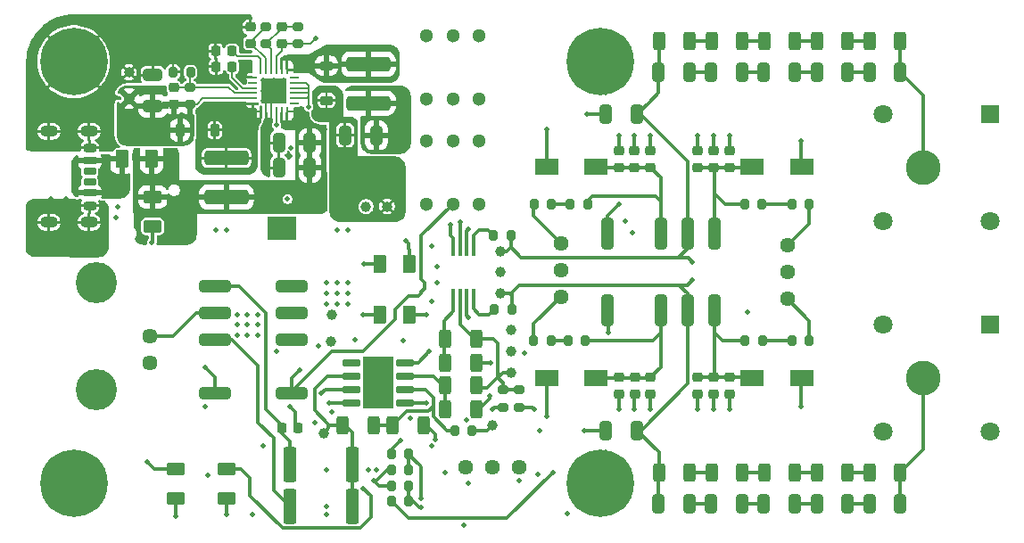
<source format=gbr>
%TF.GenerationSoftware,KiCad,Pcbnew,9.0.0*%
%TF.CreationDate,2025-04-26T17:32:35+02:00*%
%TF.ProjectId,Differential_Probe,44696666-6572-4656-9e74-69616c5f5072,rev?*%
%TF.SameCoordinates,Original*%
%TF.FileFunction,Copper,L1,Top*%
%TF.FilePolarity,Positive*%
%FSLAX46Y46*%
G04 Gerber Fmt 4.6, Leading zero omitted, Abs format (unit mm)*
G04 Created by KiCad (PCBNEW 9.0.0) date 2025-04-26 17:32:35*
%MOMM*%
%LPD*%
G01*
G04 APERTURE LIST*
G04 Aperture macros list*
%AMRoundRect*
0 Rectangle with rounded corners*
0 $1 Rounding radius*
0 $2 $3 $4 $5 $6 $7 $8 $9 X,Y pos of 4 corners*
0 Add a 4 corners polygon primitive as box body*
4,1,4,$2,$3,$4,$5,$6,$7,$8,$9,$2,$3,0*
0 Add four circle primitives for the rounded corners*
1,1,$1+$1,$2,$3*
1,1,$1+$1,$4,$5*
1,1,$1+$1,$6,$7*
1,1,$1+$1,$8,$9*
0 Add four rect primitives between the rounded corners*
20,1,$1+$1,$2,$3,$4,$5,0*
20,1,$1+$1,$4,$5,$6,$7,0*
20,1,$1+$1,$6,$7,$8,$9,0*
20,1,$1+$1,$8,$9,$2,$3,0*%
G04 Aperture macros list end*
%TA.AperFunction,SMDPad,CuDef*%
%ADD10RoundRect,0.250000X0.325000X0.650000X-0.325000X0.650000X-0.325000X-0.650000X0.325000X-0.650000X0*%
%TD*%
%TA.AperFunction,SMDPad,CuDef*%
%ADD11RoundRect,0.200000X0.200000X0.275000X-0.200000X0.275000X-0.200000X-0.275000X0.200000X-0.275000X0*%
%TD*%
%TA.AperFunction,SMDPad,CuDef*%
%ADD12RoundRect,0.200000X0.275000X-0.200000X0.275000X0.200000X-0.275000X0.200000X-0.275000X-0.200000X0*%
%TD*%
%TA.AperFunction,SMDPad,CuDef*%
%ADD13RoundRect,0.249750X1.250250X-0.305250X1.250250X0.305250X-1.250250X0.305250X-1.250250X-0.305250X0*%
%TD*%
%TA.AperFunction,ComponentPad*%
%ADD14C,1.000000*%
%TD*%
%TA.AperFunction,SMDPad,CuDef*%
%ADD15RoundRect,0.225000X0.250000X-0.225000X0.250000X0.225000X-0.250000X0.225000X-0.250000X-0.225000X0*%
%TD*%
%TA.AperFunction,ComponentPad*%
%ADD16C,0.800000*%
%TD*%
%TA.AperFunction,ComponentPad*%
%ADD17C,6.400000*%
%TD*%
%TA.AperFunction,SMDPad,CuDef*%
%ADD18RoundRect,0.200000X-0.200000X-0.275000X0.200000X-0.275000X0.200000X0.275000X-0.200000X0.275000X0*%
%TD*%
%TA.AperFunction,SMDPad,CuDef*%
%ADD19RoundRect,0.250000X0.362500X1.425000X-0.362500X1.425000X-0.362500X-1.425000X0.362500X-1.425000X0*%
%TD*%
%TA.AperFunction,SMDPad,CuDef*%
%ADD20RoundRect,0.250000X-0.312500X-0.625000X0.312500X-0.625000X0.312500X0.625000X-0.312500X0.625000X0*%
%TD*%
%TA.AperFunction,SMDPad,CuDef*%
%ADD21RoundRect,0.250000X0.312500X0.625000X-0.312500X0.625000X-0.312500X-0.625000X0.312500X-0.625000X0*%
%TD*%
%TA.AperFunction,ComponentPad*%
%ADD22C,1.300000*%
%TD*%
%TA.AperFunction,SMDPad,CuDef*%
%ADD23RoundRect,0.250000X0.650000X-0.325000X0.650000X0.325000X-0.650000X0.325000X-0.650000X-0.325000X0*%
%TD*%
%TA.AperFunction,SMDPad,CuDef*%
%ADD24RoundRect,0.062500X0.062500X-0.325000X0.062500X0.325000X-0.062500X0.325000X-0.062500X-0.325000X0*%
%TD*%
%TA.AperFunction,SMDPad,CuDef*%
%ADD25RoundRect,0.062500X0.325000X-0.062500X0.325000X0.062500X-0.325000X0.062500X-0.325000X-0.062500X0*%
%TD*%
%TA.AperFunction,HeatsinkPad*%
%ADD26C,0.500000*%
%TD*%
%TA.AperFunction,HeatsinkPad*%
%ADD27R,2.450000X2.450000*%
%TD*%
%TA.AperFunction,SMDPad,CuDef*%
%ADD28RoundRect,0.250000X-0.625000X0.375000X-0.625000X-0.375000X0.625000X-0.375000X0.625000X0.375000X0*%
%TD*%
%TA.AperFunction,ComponentPad*%
%ADD29C,1.440000*%
%TD*%
%TA.AperFunction,SMDPad,CuDef*%
%ADD30RoundRect,0.250000X-0.325000X-0.650000X0.325000X-0.650000X0.325000X0.650000X-0.325000X0.650000X0*%
%TD*%
%TA.AperFunction,SMDPad,CuDef*%
%ADD31R,2.300000X1.600000*%
%TD*%
%TA.AperFunction,SMDPad,CuDef*%
%ADD32RoundRect,0.225000X0.225000X0.250000X-0.225000X0.250000X-0.225000X-0.250000X0.225000X-0.250000X0*%
%TD*%
%TA.AperFunction,SMDPad,CuDef*%
%ADD33RoundRect,0.249750X-0.305250X-1.250250X0.305250X-1.250250X0.305250X1.250250X-0.305250X1.250250X0*%
%TD*%
%TA.AperFunction,SMDPad,CuDef*%
%ADD34RoundRect,0.250000X-0.375000X-0.625000X0.375000X-0.625000X0.375000X0.625000X-0.375000X0.625000X0*%
%TD*%
%TA.AperFunction,SMDPad,CuDef*%
%ADD35R,0.450000X1.450000*%
%TD*%
%TA.AperFunction,SMDPad,CuDef*%
%ADD36RoundRect,0.250000X0.625000X-0.375000X0.625000X0.375000X-0.625000X0.375000X-0.625000X-0.375000X0*%
%TD*%
%TA.AperFunction,WasherPad*%
%ADD37C,1.800000*%
%TD*%
%TA.AperFunction,WasherPad*%
%ADD38R,1.800000X1.800000*%
%TD*%
%TA.AperFunction,ComponentPad*%
%ADD39C,3.300000*%
%TD*%
%TA.AperFunction,SMDPad,CuDef*%
%ADD40RoundRect,0.225000X-0.225000X-0.250000X0.225000X-0.250000X0.225000X0.250000X-0.225000X0.250000X0*%
%TD*%
%TA.AperFunction,SMDPad,CuDef*%
%ADD41RoundRect,0.350000X1.750000X-0.350000X1.750000X0.350000X-1.750000X0.350000X-1.750000X-0.350000X0*%
%TD*%
%TA.AperFunction,SMDPad,CuDef*%
%ADD42RoundRect,0.225000X-0.225000X-0.375000X0.225000X-0.375000X0.225000X0.375000X-0.225000X0.375000X0*%
%TD*%
%TA.AperFunction,ComponentPad*%
%ADD43C,1.446000*%
%TD*%
%TA.AperFunction,ComponentPad*%
%ADD44C,3.900000*%
%TD*%
%TA.AperFunction,SMDPad,CuDef*%
%ADD45RoundRect,0.225000X-0.375000X0.225000X-0.375000X-0.225000X0.375000X-0.225000X0.375000X0.225000X0*%
%TD*%
%TA.AperFunction,SMDPad,CuDef*%
%ADD46RoundRect,0.175000X-0.425000X0.175000X-0.425000X-0.175000X0.425000X-0.175000X0.425000X0.175000X0*%
%TD*%
%TA.AperFunction,SMDPad,CuDef*%
%ADD47RoundRect,0.190000X0.410000X-0.190000X0.410000X0.190000X-0.410000X0.190000X-0.410000X-0.190000X0*%
%TD*%
%TA.AperFunction,SMDPad,CuDef*%
%ADD48RoundRect,0.200000X0.400000X-0.200000X0.400000X0.200000X-0.400000X0.200000X-0.400000X-0.200000X0*%
%TD*%
%TA.AperFunction,SMDPad,CuDef*%
%ADD49RoundRect,0.175000X0.425000X-0.175000X0.425000X0.175000X-0.425000X0.175000X-0.425000X-0.175000X0*%
%TD*%
%TA.AperFunction,SMDPad,CuDef*%
%ADD50RoundRect,0.190000X-0.410000X0.190000X-0.410000X-0.190000X0.410000X-0.190000X0.410000X0.190000X0*%
%TD*%
%TA.AperFunction,SMDPad,CuDef*%
%ADD51RoundRect,0.200000X-0.400000X0.200000X-0.400000X-0.200000X0.400000X-0.200000X0.400000X0.200000X0*%
%TD*%
%TA.AperFunction,HeatsinkPad*%
%ADD52O,1.700000X1.100000*%
%TD*%
%TA.AperFunction,SMDPad,CuDef*%
%ADD53RoundRect,0.150000X0.737500X0.150000X-0.737500X0.150000X-0.737500X-0.150000X0.737500X-0.150000X0*%
%TD*%
%TA.AperFunction,HeatsinkPad*%
%ADD54R,2.950000X4.900000*%
%TD*%
%TA.AperFunction,ComponentPad*%
%ADD55C,0.600000*%
%TD*%
%TA.AperFunction,SMDPad,CuDef*%
%ADD56R,2.800000X2.300000*%
%TD*%
%TA.AperFunction,ViaPad*%
%ADD57C,0.500000*%
%TD*%
%TA.AperFunction,Conductor*%
%ADD58C,0.349000*%
%TD*%
%TA.AperFunction,Conductor*%
%ADD59C,0.200000*%
%TD*%
G04 APERTURE END LIST*
D10*
%TO.P,C115,1*%
%TO.N,Net-(C114-Pad1)*%
X178475000Y-147000000D03*
%TO.P,C115,2*%
%TO.N,Net-(C115-Pad2)*%
X175525000Y-147000000D03*
%TD*%
D11*
%TO.P,R172,1*%
%TO.N,Net-(U104A-+)*%
X136825000Y-143750000D03*
%TO.P,R172,2*%
%TO.N,GND*%
X135175000Y-143750000D03*
%TD*%
D12*
%TO.P,R169,1*%
%TO.N,Net-(U104B-+)*%
X145750000Y-137825000D03*
%TO.P,R169,2*%
%TO.N,/Amplifier/Single_ended_input*%
X145750000Y-136175000D03*
%TD*%
D13*
%TO.P,K102,1*%
%TO.N,/Amplifier/BW_Limit*%
X125730000Y-136505000D03*
%TO.P,K102,3*%
%TO.N,unconnected-(K102-Pad3)*%
X125730000Y-131425000D03*
%TO.P,K102,4*%
%TO.N,unconnected-(K102-Pad4)*%
X125730000Y-128885000D03*
%TO.P,K102,5*%
%TO.N,unconnected-(K102-Pad5)*%
X125730000Y-126345000D03*
%TO.P,K102,8*%
%TO.N,Net-(C151-Pad2)*%
X118440000Y-126345000D03*
%TO.P,K102,9*%
%TO.N,/Amplifier/Output*%
X118440000Y-128885000D03*
%TO.P,K102,10*%
%TO.N,Net-(K102-Pad10)*%
X118440000Y-131425000D03*
%TO.P,K102,12*%
%TO.N,GND*%
X118440000Y-136505000D03*
%TD*%
D14*
%TO.P,TP111,1,1*%
%TO.N,-12V*%
X129500000Y-129000000D03*
%TD*%
D15*
%TO.P,C110,1*%
%TO.N,GND*%
X164260000Y-136525000D03*
%TO.P,C110,2*%
%TO.N,Net-(C110-Pad2)*%
X164260000Y-134975000D03*
%TD*%
D16*
%TO.P,REF\u002A\u002A,1*%
%TO.N,N/C*%
X152600000Y-145000000D03*
X153302944Y-143302944D03*
X153302944Y-146697056D03*
X155000000Y-142600000D03*
D17*
%TO.N,GND*%
X155000000Y-145000000D03*
D16*
%TO.N,N/C*%
X155000000Y-147400000D03*
X156697056Y-143302944D03*
X156697056Y-146697056D03*
X157400000Y-145000000D03*
%TD*%
D12*
%TO.P,R170,1*%
%TO.N,Net-(U104A--)*%
X147250000Y-137825000D03*
%TO.P,R170,2*%
%TO.N,/Amplifier/Single_ended_input*%
X147250000Y-136175000D03*
%TD*%
D18*
%TO.P,R138,1*%
%TO.N,Net-(IC101--IN)*%
X144925000Y-128510000D03*
%TO.P,R138,2*%
%TO.N,/Amplifier/Att_N*%
X146575000Y-128510000D03*
%TD*%
D19*
%TO.P,R139,1*%
%TO.N,Net-(R136-Pad1)*%
X131425000Y-147250000D03*
%TO.P,R139,2*%
%TO.N,Net-(K102-Pad10)*%
X125500000Y-147250000D03*
%TD*%
D15*
%TO.P,C120,1*%
%TO.N,Net-(C119-Pad1)*%
X158250000Y-115025000D03*
%TO.P,C120,2*%
%TO.N,GND*%
X158250000Y-113475000D03*
%TD*%
%TO.P,C141,1*%
%TO.N,Net-(U102-VREF)*%
X121762500Y-103262500D03*
%TO.P,C141,2*%
%TO.N,GND*%
X121762500Y-101712500D03*
%TD*%
D20*
%TO.P,R159,1*%
%TO.N,Net-(U103-+)*%
X140287500Y-138000000D03*
%TO.P,R159,2*%
%TO.N,GND*%
X143212500Y-138000000D03*
%TD*%
D21*
%TO.P,R107,1*%
%TO.N,Net-(R106-Pad2)*%
X173462500Y-103000000D03*
%TO.P,R107,2*%
%TO.N,Net-(R107-Pad2)*%
X170537500Y-103000000D03*
%TD*%
%TO.P,R115,1*%
%TO.N,Net-(R114-Pad2)*%
X178462500Y-144000000D03*
%TO.P,R115,2*%
%TO.N,Net-(R115-Pad2)*%
X175537500Y-144000000D03*
%TD*%
D15*
%TO.P,C112,1*%
%TO.N,GND*%
X167260000Y-136525000D03*
%TO.P,C112,2*%
%TO.N,Net-(C110-Pad2)*%
X167260000Y-134975000D03*
%TD*%
D20*
%TO.P,R156,1*%
%TO.N,Net-(U103-+)*%
X140287500Y-135750000D03*
%TO.P,R156,2*%
%TO.N,/Amplifier/Single_ended_input*%
X143212500Y-135750000D03*
%TD*%
D14*
%TO.P,TP107,1,1*%
%TO.N,Net-(U106--)*%
X144750000Y-139500000D03*
%TD*%
%TO.P,TP105,1,1*%
%TO.N,/Amplifier/Single_ended_input*%
X146520000Y-134520000D03*
%TD*%
D15*
%TO.P,C119,1*%
%TO.N,Net-(C119-Pad1)*%
X156750000Y-115025000D03*
%TO.P,C119,2*%
%TO.N,GND*%
X156750000Y-113475000D03*
%TD*%
D22*
%TO.P,SW101,1,A*%
%TO.N,Net-(SW101-A)*%
X138500000Y-108500000D03*
%TO.P,SW101,2,C*%
%TO.N,/Buttons_indication/x10_attenuation*%
X141000000Y-108500000D03*
%TO.P,SW101,3,B*%
%TO.N,+5V*%
X143500000Y-108500000D03*
%TO.P,SW101,4*%
%TO.N,N/C*%
X143500000Y-102500000D03*
%TO.P,SW101,5*%
X141000000Y-102500000D03*
%TO.P,SW101,6*%
X138500000Y-102500000D03*
%TD*%
D19*
%TO.P,R136,1*%
%TO.N,Net-(R136-Pad1)*%
X131462500Y-143250000D03*
%TO.P,R136,2*%
%TO.N,Net-(C151-Pad2)*%
X125537500Y-143250000D03*
%TD*%
D12*
%TO.P,R133,1*%
%TO.N,Net-(U102-FBN)*%
X123262500Y-103312500D03*
%TO.P,R133,2*%
%TO.N,Net-(U102-VREF)*%
X123262500Y-101662500D03*
%TD*%
D21*
%TO.P,R106,1*%
%TO.N,Net-(R105-Pad2)*%
X178462500Y-103000000D03*
%TO.P,R106,2*%
%TO.N,Net-(R106-Pad2)*%
X175537500Y-103000000D03*
%TD*%
D23*
%TO.P,C138,1*%
%TO.N,+15V*%
X112512500Y-109212500D03*
%TO.P,C138,2*%
%TO.N,GND*%
X112512500Y-106262500D03*
%TD*%
D24*
%TO.P,U102,1,INP*%
%TO.N,Net-(D108-A)*%
X122750000Y-109725000D03*
%TO.P,U102,2,PGND*%
%TO.N,GND*%
X123250000Y-109725000D03*
%TO.P,U102,3,PGND*%
X123750000Y-109725000D03*
%TO.P,U102,4,VIN*%
%TO.N,Net-(U102-ENN)*%
X124250000Y-109725000D03*
%TO.P,U102,5,INN*%
%TO.N,+5V*%
X124750000Y-109725000D03*
%TO.P,U102,6,INN*%
X125250000Y-109725000D03*
D25*
%TO.P,U102,7,BSW*%
%TO.N,unconnected-(U102-BSW-Pad7)*%
X125987500Y-108987500D03*
%TO.P,U102,8,ENP*%
%TO.N,Net-(U102-ENN)*%
X125987500Y-108487500D03*
%TO.P,U102,9,PSP*%
X125987500Y-107987500D03*
%TO.P,U102,10,ENN*%
X125987500Y-107487500D03*
%TO.P,U102,11,PSN*%
X125987500Y-106987500D03*
%TO.P,U102,12,NC*%
%TO.N,unconnected-(U102-NC-Pad12)*%
X125987500Y-106487500D03*
D24*
%TO.P,U102,13,OUTN*%
%TO.N,Net-(D109-K)*%
X125250000Y-105750000D03*
%TO.P,U102,14,OUTN*%
X124750000Y-105750000D03*
%TO.P,U102,15,VNEG*%
%TO.N,-15V*%
X124250000Y-105750000D03*
%TO.P,U102,16,FBN*%
%TO.N,Net-(U102-FBN)*%
X123750000Y-105750000D03*
%TO.P,U102,17,VREF*%
%TO.N,Net-(U102-VREF)*%
X123250000Y-105750000D03*
%TO.P,U102,18,CN*%
%TO.N,Net-(U102-CN)*%
X122750000Y-105750000D03*
D25*
%TO.P,U102,19,AGND*%
%TO.N,GND*%
X122012500Y-106487500D03*
%TO.P,U102,20,NC*%
%TO.N,unconnected-(U102-NC-Pad20)*%
X122012500Y-106987500D03*
%TO.P,U102,21,CP*%
%TO.N,Net-(U102-CP)*%
X122012500Y-107487500D03*
%TO.P,U102,22,FBP*%
%TO.N,Net-(U102-FBP)*%
X122012500Y-107987500D03*
%TO.P,U102,23,VPOS*%
%TO.N,+15V*%
X122012500Y-108487500D03*
%TO.P,U102,24,INP*%
%TO.N,Net-(D108-A)*%
X122012500Y-108987500D03*
D26*
%TO.P,U102,25,EP*%
%TO.N,GND*%
X123025000Y-108712500D03*
X124000000Y-108712500D03*
X124975000Y-108712500D03*
X123025000Y-107737500D03*
X124000000Y-107737500D03*
D27*
X124000000Y-107737500D03*
D26*
X124975000Y-107737500D03*
X123025000Y-106762500D03*
X124000000Y-106762500D03*
X124975000Y-106762500D03*
%TD*%
D28*
%TO.P,D111,1,K*%
%TO.N,Net-(D111-K)*%
X119500000Y-143650000D03*
%TO.P,D111,2,A*%
%TO.N,Net-(D111-A)*%
X119500000Y-146450000D03*
%TD*%
D29*
%TO.P,RV101,1,1*%
%TO.N,Net-(R104-Pad1)*%
X172750000Y-122440000D03*
%TO.P,RV101,2,2*%
%TO.N,GND*%
X172750000Y-124980000D03*
%TO.P,RV101,3,3*%
%TO.N,Net-(R110-Pad2)*%
X172750000Y-127520000D03*
%TD*%
D18*
%TO.P,R168,1*%
%TO.N,-12V*%
X135175000Y-146750000D03*
%TO.P,R168,2*%
%TO.N,Net-(U104B--)*%
X136825000Y-146750000D03*
%TD*%
D14*
%TO.P,GND,1,1*%
%TO.N,GND*%
X132750000Y-118750000D03*
%TD*%
D30*
%TO.P,C114,1*%
%TO.N,Net-(C114-Pad1)*%
X180525000Y-147000000D03*
%TO.P,C114,2*%
%TO.N,/Input_attenuator/INPUT_N*%
X183475000Y-147000000D03*
%TD*%
D14*
%TO.P,GND,1,1*%
%TO.N,GND*%
X129450000Y-131550000D03*
%TD*%
D15*
%TO.P,C123,1*%
%TO.N,GND*%
X156760000Y-136525000D03*
%TO.P,C123,2*%
%TO.N,Net-(C123-Pad2)*%
X156760000Y-134975000D03*
%TD*%
D10*
%TO.P,R113,1*%
%TO.N,/Amplifier/Att_N*%
X158475000Y-140000000D03*
%TO.P,R113,2*%
%TO.N,GND*%
X155525000Y-140000000D03*
%TD*%
D15*
%TO.P,C142,1*%
%TO.N,-15V*%
X124762500Y-103262500D03*
%TO.P,C142,2*%
%TO.N,Net-(U102-FBN)*%
X124762500Y-101712500D03*
%TD*%
D14*
%TO.P,TP108,1,1*%
%TO.N,+15V*%
X110250000Y-108500000D03*
%TD*%
D21*
%TO.P,R116,1*%
%TO.N,Net-(R115-Pad2)*%
X173462500Y-144000000D03*
%TO.P,R116,2*%
%TO.N,Net-(R116-Pad2)*%
X170537500Y-144000000D03*
%TD*%
D31*
%TO.P,C104,1*%
%TO.N,Net-(C101-Pad1)*%
X169400000Y-115000000D03*
%TO.P,C104,2*%
%TO.N,GND*%
X174100000Y-115000000D03*
%TD*%
D15*
%TO.P,C103,1*%
%TO.N,Net-(C101-Pad1)*%
X164250000Y-115025000D03*
%TO.P,C103,2*%
%TO.N,GND*%
X164250000Y-113475000D03*
%TD*%
D32*
%TO.P,C151,1*%
%TO.N,GND*%
X126275000Y-139750000D03*
%TO.P,C151,2*%
%TO.N,Net-(C151-Pad2)*%
X124725000Y-139750000D03*
%TD*%
D11*
%TO.P,R132,1*%
%TO.N,Net-(U102-FBP)*%
X116087500Y-105987500D03*
%TO.P,R132,2*%
%TO.N,GND*%
X114437500Y-105987500D03*
%TD*%
D14*
%TO.P,TP109,1,1*%
%TO.N,-15V*%
X134750000Y-118750000D03*
%TD*%
%TO.P,TP104,1,1*%
%TO.N,/Amplifier/Att_N*%
X145500000Y-127000000D03*
%TD*%
D30*
%TO.P,C105,1*%
%TO.N,Net-(C105-Pad1)*%
X180525000Y-106000000D03*
%TO.P,C105,2*%
%TO.N,/Input_attenuator/INPUT_P*%
X183475000Y-106000000D03*
%TD*%
D33*
%TO.P,K101,1*%
%TO.N,/Buttons_indication/x10_attenuation*%
X155650000Y-128645000D03*
%TO.P,K101,3*%
%TO.N,Net-(C123-Pad2)*%
X160730000Y-128645000D03*
%TO.P,K101,4*%
%TO.N,/Amplifier/Att_N*%
X163270000Y-128645000D03*
%TO.P,K101,5*%
%TO.N,Net-(C110-Pad2)*%
X165810000Y-128645000D03*
%TO.P,K101,8*%
%TO.N,Net-(C101-Pad1)*%
X165810000Y-121355000D03*
%TO.P,K101,9*%
%TO.N,/Amplifier/Att_P*%
X163270000Y-121355000D03*
%TO.P,K101,10*%
%TO.N,Net-(C119-Pad1)*%
X160730000Y-121355000D03*
%TO.P,K101,12*%
%TO.N,GND*%
X155650000Y-121355000D03*
%TD*%
D31*
%TO.P,C122,1*%
%TO.N,Net-(C119-Pad1)*%
X154600000Y-115000000D03*
%TO.P,C122,2*%
%TO.N,GND*%
X149900000Y-115000000D03*
%TD*%
D10*
%TO.P,C106,1*%
%TO.N,Net-(C105-Pad1)*%
X178475000Y-106000000D03*
%TO.P,C106,2*%
%TO.N,Net-(C106-Pad2)*%
X175525000Y-106000000D03*
%TD*%
D14*
%TO.P,GND,1,1*%
%TO.N,GND*%
X146500000Y-132500000D03*
%TD*%
D15*
%TO.P,C101,1*%
%TO.N,Net-(C101-Pad1)*%
X167250000Y-115025000D03*
%TO.P,C101,2*%
%TO.N,GND*%
X167250000Y-113475000D03*
%TD*%
D29*
%TO.P,RV102,1,1*%
%TO.N,Net-(R120-Pad1)*%
X151250000Y-122240000D03*
%TO.P,RV102,2,2*%
%TO.N,GND*%
X151250000Y-124780000D03*
%TO.P,RV102,3,3*%
%TO.N,Net-(R123-Pad2)*%
X151250000Y-127320000D03*
%TD*%
D34*
%TO.P,F101,1*%
%TO.N,Net-(F101-Pad1)*%
X109600000Y-114250000D03*
%TO.P,F101,2*%
%TO.N,+5V*%
X112400000Y-114250000D03*
%TD*%
D21*
%TO.P,R117,1*%
%TO.N,Net-(R116-Pad2)*%
X168462500Y-144000000D03*
%TO.P,R117,2*%
%TO.N,Net-(R117-Pad2)*%
X165537500Y-144000000D03*
%TD*%
%TO.P,R109,1*%
%TO.N,Net-(R108-Pad2)*%
X163462500Y-103000000D03*
%TO.P,R109,2*%
%TO.N,/Amplifier/Att_P*%
X160537500Y-103000000D03*
%TD*%
D20*
%TO.P,R145,1*%
%TO.N,Net-(IC101-FB)*%
X140287500Y-133570000D03*
%TO.P,R145,2*%
%TO.N,GND*%
X143212500Y-133570000D03*
%TD*%
D35*
%TO.P,IC101,1,+IN*%
%TO.N,Net-(IC101-+IN)*%
X142975000Y-122775000D03*
%TO.P,IC101,2,-VS*%
%TO.N,-12V*%
X142325000Y-122775000D03*
%TO.P,IC101,3,~{PD}*%
%TO.N,+12V*%
X141675000Y-122775000D03*
%TO.P,IC101,4,REF*%
%TO.N,GND*%
X141025000Y-122775000D03*
%TO.P,IC101,5,FB*%
%TO.N,Net-(IC101-FB)*%
X141025000Y-127225000D03*
%TO.P,IC101,6,OUT*%
%TO.N,/Amplifier/Single_ended_input*%
X141675000Y-127225000D03*
%TO.P,IC101,7,+VS*%
%TO.N,+12V*%
X142325000Y-127225000D03*
%TO.P,IC101,8,-IN*%
%TO.N,Net-(IC101--IN)*%
X142975000Y-127225000D03*
%TD*%
D18*
%TO.P,R120,1*%
%TO.N,Net-(R120-Pad1)*%
X148712500Y-118500000D03*
%TO.P,R120,2*%
%TO.N,Net-(R119-Pad1)*%
X150362500Y-118500000D03*
%TD*%
D10*
%TO.P,C117,1*%
%TO.N,Net-(C116-Pad2)*%
X168475000Y-147000000D03*
%TO.P,C117,2*%
%TO.N,Net-(C117-Pad2)*%
X165525000Y-147000000D03*
%TD*%
D14*
%TO.P,TP110,1,1*%
%TO.N,+12V*%
X146500000Y-130500000D03*
%TD*%
D15*
%TO.P,C124,1*%
%TO.N,GND*%
X158260000Y-136525000D03*
%TO.P,C124,2*%
%TO.N,Net-(C123-Pad2)*%
X158260000Y-134975000D03*
%TD*%
D21*
%TO.P,R114,1*%
%TO.N,/Input_attenuator/INPUT_N*%
X183462500Y-144000000D03*
%TO.P,R114,2*%
%TO.N,Net-(R114-Pad2)*%
X180537500Y-144000000D03*
%TD*%
D11*
%TO.P,R123,1*%
%TO.N,Net-(R123-Pad1)*%
X150325000Y-131500000D03*
%TO.P,R123,2*%
%TO.N,Net-(R123-Pad2)*%
X148675000Y-131500000D03*
%TD*%
D18*
%TO.P,R142,1*%
%TO.N,Net-(U103--)*%
X141175000Y-140000000D03*
%TO.P,R142,2*%
%TO.N,Net-(U106--)*%
X142825000Y-140000000D03*
%TD*%
D36*
%TO.P,D112,1,K*%
%TO.N,Net-(D112-K)*%
X112500000Y-120650000D03*
%TO.P,D112,2,A*%
%TO.N,+5V*%
X112500000Y-117850000D03*
%TD*%
D16*
%TO.P,REF\u002A\u002A,1*%
%TO.N,N/C*%
X102600000Y-145000000D03*
X103302944Y-143302944D03*
X103302944Y-146697056D03*
X105000000Y-142600000D03*
D17*
%TO.N,GND*%
X105000000Y-145000000D03*
D16*
%TO.N,N/C*%
X105000000Y-147400000D03*
X106697056Y-143302944D03*
X106697056Y-146697056D03*
X107400000Y-145000000D03*
%TD*%
D11*
%TO.P,R104,1*%
%TO.N,Net-(R104-Pad1)*%
X174825000Y-118500000D03*
%TO.P,R104,2*%
%TO.N,Net-(R103-Pad1)*%
X173175000Y-118500000D03*
%TD*%
D14*
%TO.P,GND,1,1*%
%TO.N,GND*%
X145500000Y-125000000D03*
%TD*%
D30*
%TO.P,R112,1*%
%TO.N,GND*%
X155525000Y-110000000D03*
%TO.P,R112,2*%
%TO.N,/Amplifier/Att_P*%
X158475000Y-110000000D03*
%TD*%
D14*
%TO.P,GND,1,1*%
%TO.N,GND*%
X110250000Y-106000000D03*
%TD*%
D12*
%TO.P,R135,1*%
%TO.N,-15V*%
X126262500Y-103312500D03*
%TO.P,R135,2*%
%TO.N,Net-(U102-FBN)*%
X126262500Y-101662500D03*
%TD*%
D18*
%TO.P,R119,1*%
%TO.N,Net-(R119-Pad1)*%
X152137500Y-118500000D03*
%TO.P,R119,2*%
%TO.N,Net-(C119-Pad1)*%
X153787500Y-118500000D03*
%TD*%
D11*
%TO.P,R103,1*%
%TO.N,Net-(R103-Pad1)*%
X170325000Y-118500000D03*
%TO.P,R103,2*%
%TO.N,Net-(C101-Pad1)*%
X168675000Y-118500000D03*
%TD*%
D20*
%TO.P,R144,1*%
%TO.N,Net-(U103--)*%
X135287500Y-139500000D03*
%TO.P,R144,2*%
%TO.N,GND*%
X138212500Y-139500000D03*
%TD*%
D34*
%TO.P,D101,1,K*%
%TO.N,GND*%
X134100000Y-129000000D03*
%TO.P,D101,2,A*%
%TO.N,Net-(D101-A)*%
X136900000Y-129000000D03*
%TD*%
D14*
%TO.P,TP103,1,1*%
%TO.N,/Amplifier/Att_P*%
X145500000Y-123000000D03*
%TD*%
D29*
%TO.P,RV103,1,1*%
%TO.N,Net-(R157-Pad2)*%
X147290000Y-143500000D03*
%TO.P,RV103,2,2*%
%TO.N,Net-(U106-+)*%
X144750000Y-143500000D03*
%TO.P,RV103,3,3*%
%TO.N,Net-(R158-Pad1)*%
X142210000Y-143500000D03*
%TD*%
D11*
%TO.P,R126,1*%
%TO.N,Net-(C123-Pad2)*%
X153575000Y-131500000D03*
%TO.P,R126,2*%
%TO.N,Net-(R123-Pad1)*%
X151925000Y-131500000D03*
%TD*%
D10*
%TO.P,C118,1*%
%TO.N,Net-(C117-Pad2)*%
X163475000Y-147000000D03*
%TO.P,C118,2*%
%TO.N,/Amplifier/Att_N*%
X160525000Y-147000000D03*
%TD*%
D15*
%TO.P,C125,1*%
%TO.N,GND*%
X159750000Y-136525000D03*
%TO.P,C125,2*%
%TO.N,Net-(C123-Pad2)*%
X159750000Y-134975000D03*
%TD*%
D18*
%TO.P,R171,1*%
%TO.N,+12V*%
X135175000Y-142250000D03*
%TO.P,R171,2*%
%TO.N,Net-(U104A-+)*%
X136825000Y-142250000D03*
%TD*%
D10*
%TO.P,C107,1*%
%TO.N,Net-(C106-Pad2)*%
X173475000Y-106000000D03*
%TO.P,C107,2*%
%TO.N,Net-(C107-Pad2)*%
X170525000Y-106000000D03*
%TD*%
D22*
%TO.P,SW102,1,A*%
%TO.N,unconnected-(SW102-A-Pad1)*%
X138500000Y-118500000D03*
%TO.P,SW102,2,C*%
%TO.N,/Amplifier/BW_Limit*%
X141000000Y-118500000D03*
%TO.P,SW102,3,B*%
%TO.N,+5V*%
X143500000Y-118500000D03*
%TO.P,SW102,4*%
%TO.N,N/C*%
X143500000Y-112500000D03*
%TO.P,SW102,5*%
X141000000Y-112500000D03*
%TO.P,SW102,6*%
X138500000Y-112500000D03*
%TD*%
D11*
%TO.P,R167,1*%
%TO.N,Net-(U104B--)*%
X136825000Y-145250000D03*
%TO.P,R167,2*%
%TO.N,GND*%
X135175000Y-145250000D03*
%TD*%
D31*
%TO.P,C126,1*%
%TO.N,GND*%
X149900000Y-135000000D03*
%TO.P,C126,2*%
%TO.N,Net-(C123-Pad2)*%
X154600000Y-135000000D03*
%TD*%
D12*
%TO.P,R131,1*%
%TO.N,+15V*%
X116012500Y-109062500D03*
%TO.P,R131,2*%
%TO.N,Net-(U102-FBP)*%
X116012500Y-107412500D03*
%TD*%
D15*
%TO.P,C102,1*%
%TO.N,Net-(C101-Pad1)*%
X165750000Y-115025000D03*
%TO.P,C102,2*%
%TO.N,GND*%
X165750000Y-113475000D03*
%TD*%
D37*
%TO.P,J103,*%
%TO.N,*%
X192000000Y-140160000D03*
D38*
X192000000Y-130000000D03*
D37*
X181840000Y-140160000D03*
X181840000Y-130000000D03*
D39*
%TO.P,J103,1,Pin_1*%
%TO.N,/Input_attenuator/INPUT_N*%
X185640000Y-135080000D03*
%TD*%
D34*
%TO.P,D113,1,K*%
%TO.N,GND*%
X134100000Y-124200000D03*
%TO.P,D113,2,A*%
%TO.N,Net-(D113-A)*%
X136900000Y-124200000D03*
%TD*%
D10*
%TO.P,C116,1*%
%TO.N,Net-(C115-Pad2)*%
X173475000Y-147000000D03*
%TO.P,C116,2*%
%TO.N,Net-(C116-Pad2)*%
X170525000Y-147000000D03*
%TD*%
D40*
%TO.P,C147,1*%
%TO.N,GND*%
X118487500Y-103987500D03*
%TO.P,C147,2*%
%TO.N,Net-(U102-CN)*%
X120037500Y-103987500D03*
%TD*%
D30*
%TO.P,C145,1*%
%TO.N,-15V*%
X130775000Y-112000000D03*
%TO.P,C145,2*%
%TO.N,GND*%
X133725000Y-112000000D03*
%TD*%
D16*
%TO.P,REF\u002A\u002A,1*%
%TO.N,N/C*%
X102600000Y-105000000D03*
X103302944Y-103302944D03*
X103302944Y-106697056D03*
X105000000Y-102600000D03*
D17*
%TO.N,GND*%
X105000000Y-105000000D03*
D16*
%TO.N,N/C*%
X105000000Y-107400000D03*
X106697056Y-103302944D03*
X106697056Y-106697056D03*
X107400000Y-105000000D03*
%TD*%
D21*
%TO.P,R108,1*%
%TO.N,Net-(R107-Pad2)*%
X168462500Y-103000000D03*
%TO.P,R108,2*%
%TO.N,Net-(R108-Pad2)*%
X165537500Y-103000000D03*
%TD*%
D37*
%TO.P,J101,*%
%TO.N,*%
X192000000Y-120160000D03*
D38*
X192000000Y-110000000D03*
D37*
X181840000Y-120160000D03*
X181840000Y-110000000D03*
D39*
%TO.P,J101,1,Pin_1*%
%TO.N,/Input_attenuator/INPUT_P*%
X185640000Y-115080000D03*
%TD*%
D41*
%TO.P,L101,1*%
%TO.N,+5V*%
X119500000Y-117850000D03*
%TO.P,L101,2*%
%TO.N,Net-(D108-A)*%
X119500000Y-114150000D03*
%TD*%
D42*
%TO.P,D108,1,K*%
%TO.N,+15V*%
X115100000Y-111500000D03*
%TO.P,D108,2,A*%
%TO.N,Net-(D108-A)*%
X118400000Y-111500000D03*
%TD*%
D31*
%TO.P,C113,1*%
%TO.N,GND*%
X174100000Y-135000000D03*
%TO.P,C113,2*%
%TO.N,Net-(C110-Pad2)*%
X169400000Y-135000000D03*
%TD*%
D41*
%TO.P,L102,1*%
%TO.N,GND*%
X133000000Y-108947500D03*
%TO.P,L102,2*%
%TO.N,Net-(D109-K)*%
X133000000Y-105247500D03*
%TD*%
D21*
%TO.P,R141,1*%
%TO.N,/Amplifier/Single_ended_input*%
X143212500Y-131320000D03*
%TO.P,R141,2*%
%TO.N,Net-(IC101-FB)*%
X140287500Y-131320000D03*
%TD*%
D10*
%TO.P,C140,1*%
%TO.N,+5V*%
X127427500Y-115067500D03*
%TO.P,C140,2*%
%TO.N,GND*%
X124477500Y-115067500D03*
%TD*%
D40*
%TO.P,C146,1*%
%TO.N,GND*%
X118512500Y-105487500D03*
%TO.P,C146,2*%
%TO.N,Net-(U102-CP)*%
X120062500Y-105487500D03*
%TD*%
D10*
%TO.P,C108,1*%
%TO.N,Net-(C107-Pad2)*%
X168475000Y-106000000D03*
%TO.P,C108,2*%
%TO.N,Net-(C108-Pad2)*%
X165525000Y-106000000D03*
%TD*%
D21*
%TO.P,R143,1*%
%TO.N,Net-(U103--)*%
X133462500Y-139500000D03*
%TO.P,R143,2*%
%TO.N,Net-(R136-Pad1)*%
X130537500Y-139500000D03*
%TD*%
D11*
%TO.P,R137,1*%
%TO.N,/Amplifier/Att_P*%
X146500000Y-121500000D03*
%TO.P,R137,2*%
%TO.N,Net-(IC101-+IN)*%
X144850000Y-121500000D03*
%TD*%
D43*
%TO.P,J102,1,In*%
%TO.N,/Amplifier/Output*%
X112230000Y-131100000D03*
%TO.P,J102,2,Ext*%
%TO.N,GND*%
X112230000Y-133640000D03*
D44*
%TO.P,J102,MH1*%
%TO.N,N/C*%
X107150000Y-126020000D03*
%TO.P,J102,MH2*%
X107150000Y-136180000D03*
%TD*%
D15*
%TO.P,C111,1*%
%TO.N,GND*%
X165750000Y-136525000D03*
%TO.P,C111,2*%
%TO.N,Net-(C110-Pad2)*%
X165750000Y-134975000D03*
%TD*%
%TO.P,C139,1*%
%TO.N,+15V*%
X114512500Y-109012500D03*
%TO.P,C139,2*%
%TO.N,Net-(U102-FBP)*%
X114512500Y-107462500D03*
%TD*%
D28*
%TO.P,D102,1,K*%
%TO.N,GND*%
X114700000Y-143650000D03*
%TO.P,D102,2,A*%
%TO.N,Net-(D102-A)*%
X114700000Y-146450000D03*
%TD*%
D18*
%TO.P,R111,1*%
%TO.N,Net-(C110-Pad2)*%
X168750000Y-131500000D03*
%TO.P,R111,2*%
%TO.N,Net-(R110-Pad1)*%
X170400000Y-131500000D03*
%TD*%
D10*
%TO.P,C143,1*%
%TO.N,+5V*%
X127427500Y-112717500D03*
%TO.P,C143,2*%
%TO.N,GND*%
X124477500Y-112717500D03*
%TD*%
D45*
%TO.P,D109,1,K*%
%TO.N,Net-(D109-K)*%
X129000000Y-105377500D03*
%TO.P,D109,2,A*%
%TO.N,-15V*%
X129000000Y-108677500D03*
%TD*%
D10*
%TO.P,C109,1*%
%TO.N,Net-(C108-Pad2)*%
X163475000Y-106000000D03*
%TO.P,C109,2*%
%TO.N,/Amplifier/Att_P*%
X160525000Y-106000000D03*
%TD*%
D21*
%TO.P,R118,1*%
%TO.N,Net-(R117-Pad2)*%
X163462500Y-144000000D03*
%TO.P,R118,2*%
%TO.N,/Amplifier/Att_N*%
X160537500Y-144000000D03*
%TD*%
D15*
%TO.P,C121,1*%
%TO.N,Net-(C119-Pad1)*%
X159750000Y-115025000D03*
%TO.P,C121,2*%
%TO.N,GND*%
X159750000Y-113475000D03*
%TD*%
D46*
%TO.P,J104,A5,CC1*%
%TO.N,Net-(J104-CC1)*%
X106530000Y-115430000D03*
D47*
%TO.P,J104,A9,VBUS*%
%TO.N,Net-(F101-Pad1)*%
X106530000Y-117450000D03*
D48*
%TO.P,J104,A12,GND*%
%TO.N,GND*%
X106530000Y-118680000D03*
D49*
%TO.P,J104,B5,CC2*%
%TO.N,Net-(J104-CC2)*%
X106530000Y-116430000D03*
D50*
%TO.P,J104,B9,VBUS*%
%TO.N,Net-(F101-Pad1)*%
X106530000Y-114410000D03*
D51*
%TO.P,J104,B12,GND*%
%TO.N,GND*%
X106530000Y-113180000D03*
D52*
%TO.P,J104,S1,SHIELD*%
X106450000Y-111610000D03*
X102650000Y-111610000D03*
X106450000Y-120250000D03*
X102650000Y-120250000D03*
%TD*%
D21*
%TO.P,R105,1*%
%TO.N,/Input_attenuator/INPUT_P*%
X183462500Y-103000000D03*
%TO.P,R105,2*%
%TO.N,Net-(R105-Pad2)*%
X180537500Y-103000000D03*
%TD*%
D16*
%TO.P,REF\u002A\u002A,1*%
%TO.N,N/C*%
X152600000Y-105000000D03*
X153302944Y-103302944D03*
X153302944Y-106697056D03*
X155000000Y-102600000D03*
D17*
%TO.N,GND*%
X155000000Y-105000000D03*
D16*
%TO.N,N/C*%
X155000000Y-107400000D03*
%TO.N,GND*%
X156697056Y-103302944D03*
%TO.N,N/C*%
X156697056Y-106697056D03*
X157400000Y-105000000D03*
%TD*%
D18*
%TO.P,R110,1*%
%TO.N,Net-(R110-Pad1)*%
X173175000Y-131500000D03*
%TO.P,R110,2*%
%TO.N,Net-(R110-Pad2)*%
X174825000Y-131500000D03*
%TD*%
D53*
%TO.P,U103,1,REF*%
%TO.N,GND*%
X136462500Y-137375000D03*
%TO.P,U103,2,-*%
%TO.N,Net-(U103--)*%
X136462500Y-136105000D03*
%TO.P,U103,3,+*%
%TO.N,Net-(U103-+)*%
X136462500Y-134835000D03*
%TO.P,U103,4,V-*%
%TO.N,-12V*%
X136462500Y-133565000D03*
%TO.P,U103,5,NC*%
%TO.N,unconnected-(U103-NC-Pad5)*%
X131337500Y-133565000D03*
%TO.P,U103,6*%
%TO.N,Net-(R136-Pad1)*%
X131337500Y-134835000D03*
%TO.P,U103,7,V+*%
%TO.N,+12V*%
X131337500Y-136105000D03*
%TO.P,U103,8,~{PD}*%
X131337500Y-137375000D03*
D54*
%TO.P,U103,9,EP*%
%TO.N,GND*%
X133900000Y-135470000D03*
%TD*%
D14*
%TO.P,TP106,1,1*%
%TO.N,Net-(R136-Pad1)*%
X128750000Y-140250000D03*
%TD*%
D55*
%TO.P,U101,11,GND*%
%TO.N,GND*%
X125500000Y-120275000D03*
X124000000Y-120275000D03*
X124750000Y-120775000D03*
D56*
X124750000Y-120775000D03*
D55*
X125500000Y-121275000D03*
X124000000Y-121275000D03*
%TD*%
D57*
%TO.N,GND*%
X133500000Y-134500000D03*
X103500000Y-109000000D03*
X109000000Y-119800000D03*
X115000000Y-101250000D03*
X102500000Y-110000000D03*
X117500000Y-134000000D03*
X144500000Y-136750000D03*
X116000000Y-102250000D03*
X116000000Y-101250000D03*
X167250000Y-138010000D03*
X156750000Y-118500000D03*
X112000000Y-143000000D03*
X123000000Y-115000000D03*
X108000000Y-122750000D03*
X105500000Y-110000000D03*
X127933411Y-139316589D03*
X117000000Y-101250000D03*
X104500000Y-110000000D03*
X132500000Y-129000000D03*
X117500000Y-137750000D03*
X139000000Y-122500000D03*
X156750000Y-112010000D03*
X107000000Y-121750000D03*
X149075000Y-144152500D03*
X135500000Y-111000000D03*
X164250000Y-112010000D03*
X159750000Y-138010000D03*
X101500000Y-109000000D03*
X125600000Y-113200000D03*
X102000000Y-122750000D03*
X138500000Y-137375000D03*
X136500000Y-111000000D03*
X108000000Y-121750000D03*
X121000000Y-106500000D03*
X102000000Y-121750000D03*
X119000000Y-102250000D03*
X106000000Y-122750000D03*
X133500000Y-136500000D03*
X139510000Y-125990000D03*
X107500000Y-110000000D03*
X134500000Y-135500000D03*
X103000000Y-122750000D03*
X101500000Y-110000000D03*
X147250000Y-144750000D03*
X105500000Y-109000000D03*
X118000000Y-102250000D03*
X106500000Y-109000000D03*
X140250000Y-144000000D03*
X134500000Y-134500000D03*
X167250000Y-112010000D03*
X108250000Y-113000000D03*
X117000000Y-102250000D03*
X119000000Y-101250000D03*
X125500000Y-137750000D03*
X159750000Y-112010000D03*
X130000000Y-121000000D03*
X107500000Y-109000000D03*
X139500000Y-124500000D03*
X104250000Y-118000000D03*
X158000000Y-121237500D03*
X133500000Y-144750000D03*
X137000000Y-138825000D03*
X103000000Y-121750000D03*
X133500000Y-135500000D03*
X125300000Y-118050000D03*
X133750000Y-143750000D03*
X174000000Y-112500000D03*
X104500000Y-109000000D03*
X135500000Y-112000000D03*
X129000000Y-143750000D03*
X108500000Y-110000000D03*
X101000000Y-121750000D03*
X153500000Y-140000000D03*
X169000000Y-128737500D03*
X102800000Y-118000000D03*
X124250000Y-132500000D03*
X133000000Y-143750000D03*
X105000000Y-121750000D03*
X134500000Y-136500000D03*
X158250000Y-112010000D03*
X136500000Y-112000000D03*
X149900000Y-111410000D03*
X158250000Y-138010000D03*
X118500000Y-121000000D03*
X165750000Y-138010000D03*
X142500000Y-145000000D03*
X174000000Y-137750000D03*
X108500000Y-109000000D03*
X129000000Y-148000000D03*
X102500000Y-109000000D03*
X105000000Y-122750000D03*
X104000000Y-121750000D03*
X164260000Y-138000000D03*
X103500000Y-110000000D03*
X101000000Y-122750000D03*
X144600000Y-133570000D03*
X165750000Y-112010000D03*
X136500000Y-113000000D03*
X118000000Y-101250000D03*
X139313051Y-140873899D03*
X153750000Y-110000000D03*
X156750000Y-138010000D03*
X123000000Y-113500000D03*
X131675000Y-131425000D03*
X106000000Y-121750000D03*
X104000000Y-122750000D03*
X149900000Y-138660000D03*
X125500000Y-114000000D03*
X123000000Y-112000000D03*
X119500000Y-121000000D03*
X129500000Y-138250000D03*
X115000000Y-102250000D03*
X132550000Y-124200000D03*
X106500000Y-110000000D03*
X140750000Y-120500000D03*
X135500000Y-113000000D03*
X131000000Y-121000000D03*
X136250000Y-131500000D03*
X107000000Y-122750000D03*
X138975500Y-127750000D03*
%TO.N,+15V*%
X113500000Y-111000000D03*
X112500000Y-112000000D03*
X112500000Y-111000000D03*
X111500000Y-112000000D03*
X111500000Y-111000000D03*
X113500000Y-112000000D03*
%TO.N,-15V*%
X133000000Y-117500000D03*
X135000000Y-116000000D03*
X134000000Y-117500000D03*
X128000000Y-102750000D03*
X135750000Y-114500000D03*
X135000000Y-116750000D03*
X135000000Y-117500000D03*
X135000000Y-114500000D03*
X132000000Y-117500000D03*
X135750000Y-117500000D03*
X134000000Y-116750000D03*
X135750000Y-115250000D03*
X135000000Y-115250000D03*
X132000000Y-116750000D03*
X135750000Y-116750000D03*
X135750000Y-116000000D03*
X133000000Y-116750000D03*
%TO.N,/Amplifier/Att_N*%
X163750000Y-125750000D03*
%TO.N,+5V*%
X115250000Y-122000000D03*
X128800000Y-111400000D03*
X114250000Y-119000000D03*
X116250000Y-120000000D03*
X115250000Y-121000000D03*
X128972182Y-147250000D03*
X116250000Y-119000000D03*
X116250000Y-122000000D03*
X114250000Y-120000000D03*
X117750000Y-144250000D03*
X114250000Y-122000000D03*
X115250000Y-119000000D03*
X123000000Y-141500000D03*
X122000000Y-148000000D03*
X115250000Y-120000000D03*
X109200000Y-118800000D03*
X116250000Y-121000000D03*
X114250000Y-121000000D03*
%TO.N,/Amplifier/BW_Limit*%
X126500000Y-134250000D03*
%TO.N,+12V*%
X147800000Y-132700000D03*
X142250000Y-139000000D03*
X120500000Y-131000000D03*
X136000000Y-141000000D03*
X141675000Y-120250000D03*
X128500000Y-136500000D03*
X122500000Y-130000000D03*
X142500000Y-129250000D03*
X122500000Y-129000000D03*
X121500000Y-129000000D03*
X139000000Y-141500000D03*
X121500000Y-131000000D03*
X142000000Y-149000000D03*
X120500000Y-130000000D03*
X120500000Y-129000000D03*
X121500000Y-130000000D03*
X129250000Y-137375000D03*
X122500000Y-131000000D03*
%TO.N,-12V*%
X131000000Y-128000000D03*
X150500000Y-144000000D03*
X130000000Y-126000000D03*
X130000000Y-127000000D03*
X142500000Y-120874500D03*
X151840000Y-147887500D03*
X157350000Y-120150000D03*
X149250000Y-140000000D03*
X129000000Y-127000000D03*
X128250000Y-132000000D03*
X130000000Y-128000000D03*
X129000000Y-128000000D03*
X129000000Y-126000000D03*
X131000000Y-126000000D03*
X131000000Y-127000000D03*
X138750000Y-132500000D03*
%TO.N,Net-(U102-ENN)*%
X127310000Y-109277500D03*
X124250000Y-111000000D03*
%TO.N,Net-(D101-A)*%
X138500000Y-129000000D03*
%TO.N,Net-(D102-A)*%
X114700000Y-148200000D03*
%TO.N,Net-(D112-K)*%
X112425000Y-122175000D03*
%TO.N,Net-(D113-A)*%
X136500000Y-122000000D03*
%TO.N,Net-(J104-CC1)*%
X106630000Y-115430000D03*
%TO.N,Net-(J104-CC2)*%
X106630000Y-116430000D03*
%TO.N,/Amplifier/Att_P*%
X163750000Y-124000000D03*
%TO.N,Net-(D111-A)*%
X119500000Y-148000000D03*
%TO.N,Net-(D111-K)*%
X132500000Y-145500000D03*
%TO.N,/Buttons_indication/x10_attenuation*%
X155750000Y-130750000D03*
%TO.N,Net-(U104B--)*%
X137950000Y-147300000D03*
%TO.N,Net-(U104B-+)*%
X144750000Y-137999000D03*
%TO.N,Net-(U104A--)*%
X148750000Y-138000000D03*
%TO.N,Net-(U104A-+)*%
X138000000Y-146500000D03*
%TD*%
D58*
%TO.N,/Amplifier/Att_P*%
X158820256Y-110000000D02*
X158475000Y-110000000D01*
X163270000Y-114449744D02*
X158820256Y-110000000D01*
X163270000Y-121355000D02*
X163270000Y-114449744D01*
%TO.N,/Amplifier/Att_N*%
X163270000Y-135575256D02*
X163270000Y-128645000D01*
X146375000Y-127000000D02*
X146575000Y-127200000D01*
X145500000Y-127000000D02*
X146375000Y-127000000D01*
X146575000Y-127200000D02*
X146575000Y-128510000D01*
%TO.N,/Amplifier/Att_P*%
X145500000Y-123000000D02*
X146125000Y-123000000D01*
X146125000Y-123000000D02*
X146500000Y-122625000D01*
X163350000Y-123600000D02*
X163750000Y-124000000D01*
X162000000Y-123600000D02*
X163350000Y-123600000D01*
X162000000Y-123600000D02*
X147475000Y-123600000D01*
%TO.N,/Amplifier/Att_N*%
X162200000Y-126200000D02*
X163300000Y-126200000D01*
X162200000Y-126200000D02*
X147300000Y-126200000D01*
X163300000Y-126200000D02*
X163750000Y-125750000D01*
X146575000Y-126925000D02*
X146575000Y-127200000D01*
X147300000Y-126200000D02*
X146575000Y-126925000D01*
X162450000Y-126200000D02*
X162200000Y-126200000D01*
X163270000Y-127020000D02*
X162450000Y-126200000D01*
%TO.N,/Amplifier/Att_P*%
X147475000Y-123600000D02*
X146500000Y-122625000D01*
X162400000Y-123600000D02*
X162000000Y-123600000D01*
X163270000Y-122730000D02*
X162400000Y-123600000D01*
X163270000Y-121355000D02*
X163270000Y-122730000D01*
X146500000Y-122625000D02*
X146500000Y-121500000D01*
%TO.N,GND*%
X114700000Y-143650000D02*
X112650000Y-143650000D01*
X155525000Y-144000000D02*
X155525000Y-142025000D01*
X135175000Y-145250000D02*
X134000000Y-145250000D01*
X112650000Y-143650000D02*
X112000000Y-143000000D01*
X167250000Y-113485000D02*
X167250000Y-112010000D01*
X156750000Y-113485000D02*
X156750000Y-112010000D01*
X164250000Y-113485000D02*
X164250000Y-112010000D01*
D59*
X138554168Y-137375000D02*
X138567208Y-137361960D01*
D58*
X174000000Y-114920000D02*
X174000000Y-112500000D01*
X159750000Y-113485000D02*
X159750000Y-112010000D01*
D59*
X138500000Y-137375000D02*
X138554168Y-137375000D01*
D58*
X159750000Y-136535000D02*
X159750000Y-138010000D01*
X143212500Y-138250000D02*
X144500000Y-136962500D01*
X118440000Y-134940000D02*
X118440000Y-136505000D01*
X134100000Y-124200000D02*
X132550000Y-124200000D01*
X143212500Y-133570000D02*
X144600000Y-133570000D01*
X138462500Y-139500000D02*
X139313051Y-140350551D01*
X134000000Y-145250000D02*
X133500000Y-144750000D01*
D59*
X123750000Y-109725000D02*
X123750000Y-108962500D01*
D58*
X167250000Y-136535000D02*
X167250000Y-138010000D01*
X139313051Y-140350551D02*
X139313051Y-140873899D01*
X144500000Y-136962500D02*
X144500000Y-136750000D01*
X135175000Y-143750000D02*
X134750000Y-143750000D01*
X155650000Y-119600000D02*
X156750000Y-118500000D01*
X155500000Y-106025000D02*
X155500000Y-108000000D01*
X158250000Y-113485000D02*
X158250000Y-112010000D01*
X165750000Y-113485000D02*
X165750000Y-112010000D01*
X133750000Y-144750000D02*
X133500000Y-144750000D01*
X165750000Y-136535000D02*
X165750000Y-138010000D01*
X141025000Y-121775000D02*
X140750000Y-121500000D01*
X126000000Y-138250000D02*
X126000000Y-139475000D01*
X164260000Y-136525000D02*
X164260000Y-138000000D01*
X149900000Y-111410000D02*
X149900000Y-115000000D01*
X155525000Y-110000000D02*
X153750000Y-110000000D01*
D59*
X123250000Y-108937500D02*
X123025000Y-108712500D01*
D58*
X156750000Y-136535000D02*
X156750000Y-138010000D01*
X140750000Y-121500000D02*
X140750000Y-120500000D01*
X126000000Y-139475000D02*
X126275000Y-139750000D01*
D59*
X123250000Y-109725000D02*
X123250000Y-108937500D01*
D58*
X125500000Y-137750000D02*
X126000000Y-138250000D01*
X143325000Y-138250000D02*
X143500000Y-138250000D01*
X155525000Y-140000000D02*
X153500000Y-140000000D01*
X158250000Y-136535000D02*
X158250000Y-138010000D01*
X155650000Y-121355000D02*
X155650000Y-119600000D01*
X117500000Y-134000000D02*
X118440000Y-134940000D01*
X174000000Y-135100000D02*
X174000000Y-137750000D01*
X141025000Y-122775000D02*
X141025000Y-121775000D01*
X149900000Y-135000000D02*
X149900000Y-138660000D01*
X134750000Y-143750000D02*
X133750000Y-144750000D01*
D59*
X123750000Y-108962500D02*
X124000000Y-108712500D01*
D58*
X134050000Y-129000000D02*
X132500000Y-129000000D01*
X136462500Y-137375000D02*
X138500000Y-137375000D01*
D59*
%TO.N,+15V*%
X116012500Y-109062500D02*
X114562500Y-109062500D01*
X122012500Y-108487500D02*
X117262500Y-108487500D01*
X114562500Y-109062500D02*
X114512500Y-109012500D01*
X117262500Y-108487500D02*
X116687500Y-109062500D01*
X116687500Y-109062500D02*
X116012500Y-109062500D01*
%TO.N,-15V*%
X124687500Y-103312500D02*
X124762500Y-103237500D01*
X126212500Y-103262500D02*
X126262500Y-103312500D01*
X124762500Y-103975000D02*
X124762500Y-103262500D01*
X126262500Y-103312500D02*
X127437500Y-103312500D01*
X124762500Y-103262500D02*
X126212500Y-103262500D01*
X127437500Y-103312500D02*
X128000000Y-102750000D01*
X124250000Y-105750000D02*
X124250000Y-104487500D01*
X124250000Y-104487500D02*
X124762500Y-103975000D01*
D58*
%TO.N,/Input_attenuator/INPUT_P*%
X183475000Y-106000000D02*
X185640000Y-108165000D01*
X185640000Y-115080000D02*
X185640000Y-112500000D01*
X185640000Y-109500000D02*
X185640000Y-108500000D01*
X183462500Y-103000000D02*
X183462500Y-105987500D01*
X185640000Y-112500000D02*
X185640000Y-109500000D01*
X183462500Y-105987500D02*
X183475000Y-106000000D01*
X185640000Y-108165000D02*
X185640000Y-108500000D01*
%TO.N,/Input_attenuator/INPUT_N*%
X183475000Y-143987500D02*
X185640000Y-141822500D01*
X185640000Y-135080000D02*
X185640000Y-141822500D01*
X185640000Y-141822500D02*
X183462500Y-144000000D01*
X183475000Y-147000000D02*
X183475000Y-143987500D01*
%TO.N,/Amplifier/Att_N*%
X158845256Y-140000000D02*
X163270000Y-135575256D01*
X160525000Y-144012500D02*
X160537500Y-144000000D01*
X160537500Y-144000000D02*
X160537500Y-142062500D01*
X160525000Y-147000000D02*
X160525000Y-144012500D01*
X158475000Y-140000000D02*
X158845256Y-140000000D01*
X163270000Y-127020000D02*
X162474500Y-126224500D01*
X160537500Y-142062500D02*
X158475000Y-140000000D01*
X163270000Y-128645000D02*
X163270000Y-127020000D01*
%TO.N,/Amplifier/BW_Limit*%
X138280300Y-125947500D02*
X138000000Y-125667200D01*
X135500000Y-129491518D02*
X135500000Y-128500000D01*
X132491518Y-132500000D02*
X135500000Y-129491518D01*
X138000000Y-125667200D02*
X138000000Y-121500000D01*
X138000000Y-126832800D02*
X138280300Y-126552500D01*
X138280300Y-126552500D02*
X138280300Y-125947500D01*
X138000000Y-121500000D02*
X141000000Y-118500000D01*
X125730000Y-135020000D02*
X125730000Y-136505000D01*
X136750000Y-127250000D02*
X137750000Y-127250000D01*
X138000000Y-127000000D02*
X138000000Y-126832800D01*
X125730000Y-136505000D02*
X125730000Y-136270000D01*
X137750000Y-127250000D02*
X138000000Y-127000000D01*
X135500000Y-128500000D02*
X136750000Y-127250000D01*
X126500000Y-134250000D02*
X125730000Y-135020000D01*
X125730000Y-136270000D02*
X129500000Y-132500000D01*
X129500000Y-132500000D02*
X132491518Y-132500000D01*
%TO.N,/Amplifier/Output*%
X112230000Y-131100000D02*
X114400000Y-131100000D01*
X116615000Y-128885000D02*
X118440000Y-128885000D01*
X114400000Y-131100000D02*
X116615000Y-128885000D01*
%TO.N,+12V*%
X142325000Y-127225000D02*
X142325000Y-129075000D01*
X135175000Y-141825000D02*
X136000000Y-141000000D01*
X131337500Y-136105000D02*
X128895000Y-136105000D01*
X135175000Y-142250000D02*
X135175000Y-141825000D01*
X141675000Y-120250000D02*
X141675000Y-122775000D01*
X129250000Y-137375000D02*
X131337500Y-137375000D01*
X128895000Y-136105000D02*
X128500000Y-136500000D01*
D59*
X142325000Y-129075000D02*
X142500000Y-129250000D01*
D58*
%TO.N,-12V*%
X136799500Y-148374500D02*
X146125500Y-148374500D01*
X142325000Y-122775000D02*
X142325000Y-121049500D01*
X135175000Y-146750000D02*
X136799500Y-148374500D01*
X136462500Y-133565000D02*
X137685000Y-133565000D01*
X137685000Y-133565000D02*
X138750000Y-132500000D01*
X142325000Y-121049500D02*
X142500000Y-120874500D01*
X146125500Y-148374500D02*
X150500000Y-144000000D01*
%TO.N,Net-(C101-Pad1)*%
X169375000Y-115025000D02*
X169400000Y-115000000D01*
X165810000Y-117500000D02*
X165810000Y-115085000D01*
X165810000Y-115085000D02*
X165750000Y-115025000D01*
X165810000Y-121355000D02*
X165810000Y-118575000D01*
D59*
X165750000Y-121295000D02*
X165810000Y-121355000D01*
D58*
X164250000Y-115025000D02*
X169375000Y-115025000D01*
X165810000Y-119365000D02*
X165810000Y-117500000D01*
X168675000Y-118500000D02*
X166810000Y-118500000D01*
X166810000Y-118500000D02*
X165810000Y-117500000D01*
%TO.N,Net-(C105-Pad1)*%
X178475000Y-106000000D02*
X180525000Y-106000000D01*
%TO.N,Net-(C106-Pad2)*%
X173475000Y-106000000D02*
X175525000Y-106000000D01*
%TO.N,Net-(C107-Pad2)*%
X168475000Y-106000000D02*
X170525000Y-106000000D01*
%TO.N,Net-(C108-Pad2)*%
X163475000Y-106000000D02*
X165525000Y-106000000D01*
%TO.N,Net-(C110-Pad2)*%
X165810000Y-134915000D02*
X165810000Y-130750000D01*
X169375000Y-134975000D02*
X169400000Y-135000000D01*
X166560000Y-131500000D02*
X165810000Y-130750000D01*
X165750000Y-134975000D02*
X165810000Y-134915000D01*
X164260000Y-134975000D02*
X169375000Y-134975000D01*
X165810000Y-130750000D02*
X165810000Y-128645000D01*
D59*
X164285000Y-135000000D02*
X164260000Y-134975000D01*
D58*
X168750000Y-131500000D02*
X166560000Y-131500000D01*
%TO.N,Net-(C114-Pad1)*%
X180525000Y-147000000D02*
X178475000Y-147000000D01*
%TO.N,Net-(C115-Pad2)*%
X173475000Y-147000000D02*
X175525000Y-147000000D01*
%TO.N,Net-(C116-Pad2)*%
X168475000Y-147000000D02*
X170525000Y-147000000D01*
%TO.N,Net-(C117-Pad2)*%
X163475000Y-147000000D02*
X165525000Y-147000000D01*
%TO.N,Net-(C119-Pad1)*%
X159750000Y-115025000D02*
X154625000Y-115025000D01*
X160730000Y-121355000D02*
X160730000Y-118250000D01*
X160730000Y-118250000D02*
X160730000Y-116005000D01*
X154625000Y-115025000D02*
X154600000Y-115000000D01*
X154250000Y-117750000D02*
X160230000Y-117750000D01*
X153750000Y-118250000D02*
X154250000Y-117750000D01*
X160230000Y-117750000D02*
X160730000Y-118250000D01*
X160730000Y-116005000D02*
X159750000Y-115025000D01*
%TO.N,Net-(C123-Pad2)*%
X160730000Y-130750000D02*
X160730000Y-128645000D01*
X153575000Y-131500000D02*
X159980000Y-131500000D01*
X159750000Y-134975000D02*
X160730000Y-133995000D01*
X160730000Y-133995000D02*
X160730000Y-130750000D01*
X159980000Y-131500000D02*
X160730000Y-130750000D01*
X159725000Y-135000000D02*
X159750000Y-134975000D01*
X154600000Y-135000000D02*
X159725000Y-135000000D01*
D59*
%TO.N,Net-(U102-FBP)*%
X116012500Y-107412500D02*
X116012500Y-106062500D01*
X116012500Y-106062500D02*
X116087500Y-105987500D01*
X116012500Y-107412500D02*
X119687500Y-107412500D01*
X119687500Y-107412500D02*
X120262500Y-107987500D01*
X120262500Y-107987500D02*
X122012500Y-107987500D01*
X114512500Y-107462500D02*
X115962500Y-107462500D01*
X115962500Y-107462500D02*
X116012500Y-107412500D01*
%TO.N,Net-(U102-VREF)*%
X121842100Y-103262500D02*
X121762500Y-103262500D01*
X121762500Y-103262500D02*
X121762500Y-103162500D01*
X123250000Y-105750000D02*
X123250000Y-104670400D01*
X123250000Y-104670400D02*
X121842100Y-103262500D01*
X121762500Y-103162500D02*
X123262500Y-101662500D01*
%TO.N,Net-(U102-FBN)*%
X124812500Y-101662500D02*
X124762500Y-101712500D01*
X126262500Y-101662500D02*
X124812500Y-101662500D01*
X123750000Y-103800000D02*
X123262500Y-103312500D01*
X123262500Y-103312500D02*
X124762500Y-101812500D01*
X123750000Y-105750000D02*
X123750000Y-103800000D01*
%TO.N,Net-(U102-ENN)*%
X127310000Y-108027500D02*
X127310000Y-109277500D01*
X127020000Y-106987500D02*
X127310000Y-107277500D01*
X127100000Y-108487500D02*
X127310000Y-108277500D01*
X127270000Y-107987500D02*
X127310000Y-108027500D01*
X125987500Y-107987500D02*
X127270000Y-107987500D01*
X125987500Y-107487500D02*
X127270000Y-107487500D01*
X125987500Y-108487500D02*
X127100000Y-108487500D01*
X124250000Y-111000000D02*
X124250000Y-109725000D01*
X127270000Y-107487500D02*
X127310000Y-107527500D01*
X125987500Y-106987500D02*
X127020000Y-106987500D01*
X127310000Y-108277500D02*
X127310000Y-108027500D01*
X127310000Y-107527500D02*
X127310000Y-107277500D01*
X127310000Y-108027500D02*
X127310000Y-107527500D01*
%TO.N,Net-(U102-CP)*%
X121012500Y-107487500D02*
X120062500Y-106537500D01*
X120062500Y-106537500D02*
X120062500Y-105487500D01*
X122012500Y-107487500D02*
X121012500Y-107487500D01*
%TO.N,Net-(U102-CN)*%
X120537500Y-104487500D02*
X120037500Y-103987500D01*
X122750000Y-105750000D02*
X122750000Y-104737500D01*
X122500000Y-104487500D02*
X120537500Y-104487500D01*
X122750000Y-104737500D02*
X122500000Y-104487500D01*
D58*
%TO.N,Net-(C151-Pad2)*%
X125537500Y-143250000D02*
X125537500Y-141012500D01*
X125537500Y-141012500D02*
X124525000Y-140000000D01*
X123250000Y-128865409D02*
X123250000Y-138000000D01*
X123250000Y-138000000D02*
X124525000Y-139275000D01*
X124525000Y-139275000D02*
X124525000Y-140000000D01*
X118440000Y-126345000D02*
X120729591Y-126345000D01*
X120729591Y-126345000D02*
X123250000Y-128865409D01*
D59*
%TO.N,Net-(D108-A)*%
X122750000Y-109725000D02*
X122750000Y-110450000D01*
X122750000Y-110450000D02*
X122600000Y-110600000D01*
D58*
%TO.N,Net-(IC101-FB)*%
X140137500Y-131320000D02*
X140137500Y-129612500D01*
X140137500Y-129612500D02*
X141025000Y-128725000D01*
X140137500Y-131320000D02*
X140137500Y-133570000D01*
X141025000Y-128725000D02*
X141025000Y-127225000D01*
%TO.N,Net-(IC101--IN)*%
X143500000Y-129000000D02*
X144435000Y-129000000D01*
X142975000Y-128475000D02*
X143500000Y-129000000D01*
X144435000Y-129000000D02*
X144925000Y-128510000D01*
X142975000Y-127225000D02*
X142975000Y-128475000D01*
%TO.N,/Amplifier/Single_ended_input*%
X144250000Y-136000000D02*
X145125000Y-135125000D01*
X145750000Y-135500000D02*
X145750000Y-136175000D01*
X145750000Y-136175000D02*
X147250000Y-136175000D01*
X145730000Y-134520000D02*
X146520000Y-134520000D01*
X145250000Y-135000000D02*
X145750000Y-135500000D01*
X141675000Y-129932500D02*
X143062500Y-131320000D01*
X145250000Y-131750000D02*
X144820000Y-131320000D01*
X145250000Y-134750000D02*
X145250000Y-131750000D01*
X144820000Y-131320000D02*
X143212500Y-131320000D01*
X141675000Y-127225000D02*
X141675000Y-129932500D01*
X143212500Y-136000000D02*
X144250000Y-136000000D01*
X145125000Y-135125000D02*
X145250000Y-135000000D01*
X145125000Y-135125000D02*
X145730000Y-134520000D01*
X145250000Y-134750000D02*
X145250000Y-135000000D01*
%TO.N,Net-(IC101-+IN)*%
X144350000Y-121000000D02*
X144850000Y-121500000D01*
X142975000Y-121525000D02*
X143500000Y-121000000D01*
X142975000Y-122775000D02*
X142975000Y-121525000D01*
X143500000Y-121000000D02*
X144350000Y-121000000D01*
%TO.N,Net-(K102-Pad10)*%
X122500000Y-139250000D02*
X124000000Y-140750000D01*
X120040409Y-131425000D02*
X122500000Y-133884591D01*
X124000000Y-140750000D02*
X124000000Y-145750000D01*
X124000000Y-145750000D02*
X125500000Y-147250000D01*
X118440000Y-131425000D02*
X120040409Y-131425000D01*
X122500000Y-133884591D02*
X122500000Y-139250000D01*
%TO.N,Net-(D101-A)*%
X136900000Y-129000000D02*
X138500000Y-129000000D01*
%TO.N,Net-(D102-A)*%
X114700000Y-146450000D02*
X114700000Y-148200000D01*
%TO.N,Net-(R103-Pad1)*%
X170575000Y-118500000D02*
X173175000Y-118500000D01*
%TO.N,Net-(R104-Pad1)*%
X174825000Y-118500000D02*
X174825000Y-120365000D01*
X174825000Y-120365000D02*
X172750000Y-122440000D01*
%TO.N,Net-(R105-Pad2)*%
X178462500Y-103000000D02*
X180537500Y-103000000D01*
%TO.N,Net-(R106-Pad2)*%
X175537500Y-103000000D02*
X173462500Y-103000000D01*
%TO.N,Net-(R107-Pad2)*%
X170537500Y-103000000D02*
X168462500Y-103000000D01*
%TO.N,Net-(R108-Pad2)*%
X163462500Y-103000000D02*
X165537500Y-103000000D01*
%TO.N,Net-(R110-Pad1)*%
X170400000Y-131500000D02*
X173175000Y-131500000D01*
%TO.N,Net-(R110-Pad2)*%
X174825000Y-131750000D02*
X174825000Y-129595000D01*
X174825000Y-129595000D02*
X172750000Y-127520000D01*
%TO.N,Net-(R114-Pad2)*%
X180537500Y-144000000D02*
X178462500Y-144000000D01*
%TO.N,Net-(R115-Pad2)*%
X173462500Y-144000000D02*
X175537500Y-144000000D01*
%TO.N,Net-(R116-Pad2)*%
X168462500Y-144000000D02*
X170537500Y-144000000D01*
%TO.N,Net-(R117-Pad2)*%
X163462500Y-144000000D02*
X165537500Y-144000000D01*
%TO.N,Net-(R119-Pad1)*%
X150362500Y-118500000D02*
X152137500Y-118500000D01*
%TO.N,Net-(R120-Pad1)*%
X148675000Y-118250000D02*
X148675000Y-119665000D01*
X148675000Y-119665000D02*
X151250000Y-122240000D01*
%TO.N,Net-(R123-Pad2)*%
X148675000Y-129895000D02*
X151250000Y-127320000D01*
X148675000Y-131500000D02*
X148675000Y-129895000D01*
%TO.N,Net-(R123-Pad1)*%
X150325000Y-131500000D02*
X151925000Y-131500000D01*
D59*
%TO.N,Net-(R136-Pad1)*%
X127950000Y-135990000D02*
X127970000Y-135970000D01*
D58*
X127970000Y-135970000D02*
X129105000Y-134835000D01*
X131462500Y-143250000D02*
X131462500Y-140175000D01*
X131462500Y-147212500D02*
X131425000Y-147250000D01*
X130787500Y-139500000D02*
X129250000Y-139500000D01*
X127970000Y-135970000D02*
X127874500Y-136065500D01*
X129190000Y-139810000D02*
X129190000Y-139440000D01*
X129105000Y-134835000D02*
X131337500Y-134835000D01*
X128750000Y-140250000D02*
X129190000Y-139810000D01*
X127874500Y-138124500D02*
X129125000Y-139375000D01*
X127874500Y-136065500D02*
X127874500Y-138124500D01*
X131787500Y-142925000D02*
X131462500Y-143250000D01*
X129125000Y-139375000D02*
X129190000Y-139440000D01*
X129250000Y-139500000D02*
X129125000Y-139375000D01*
X131462500Y-143250000D02*
X131462500Y-147212500D01*
X131462500Y-140175000D02*
X130787500Y-139500000D01*
%TO.N,Net-(U106--)*%
X142825000Y-140000000D02*
X144250000Y-140000000D01*
X144250000Y-140000000D02*
X144750000Y-139500000D01*
%TO.N,Net-(U103--)*%
X136588000Y-138199500D02*
X138676000Y-138199500D01*
X139125500Y-138667018D02*
X139125500Y-137750000D01*
X140458482Y-140000000D02*
X139125500Y-138667018D01*
X136462500Y-136105000D02*
X138355000Y-136105000D01*
X139125500Y-137750000D02*
X139125500Y-136875500D01*
X138355000Y-136105000D02*
X139125500Y-136875500D01*
X138676000Y-138199500D02*
X139125500Y-137750000D01*
X135287500Y-139500000D02*
X136588000Y-138199500D01*
X141175000Y-140000000D02*
X140458482Y-140000000D01*
X133712500Y-139500000D02*
X135537500Y-139500000D01*
%TO.N,Net-(D112-K)*%
X112500000Y-122100000D02*
X112425000Y-122175000D01*
X112500000Y-120650000D02*
X112500000Y-122100000D01*
%TO.N,Net-(D113-A)*%
X136791589Y-122741589D02*
X136900000Y-122850000D01*
X136500000Y-122000000D02*
X136791589Y-122291589D01*
X136791589Y-122291589D02*
X136791589Y-122741589D01*
X136900000Y-122850000D02*
X136900000Y-124200000D01*
%TO.N,Net-(U103-+)*%
X139122500Y-134835000D02*
X136462500Y-134835000D01*
X140250000Y-138250000D02*
X140287500Y-138212500D01*
X140287500Y-138212500D02*
X140287500Y-135750000D01*
X140287500Y-138250000D02*
X140250000Y-138250000D01*
X140287500Y-136000000D02*
X139122500Y-134835000D01*
%TO.N,/Amplifier/Att_P*%
X163250000Y-121335000D02*
X163270000Y-121355000D01*
X160537500Y-105987500D02*
X160525000Y-106000000D01*
X160537500Y-103000000D02*
X160537500Y-104250000D01*
X160525000Y-107950000D02*
X159612500Y-108862500D01*
X160525000Y-106000000D02*
X160525000Y-107950000D01*
X158475000Y-110000000D02*
X159612500Y-108862500D01*
X160537500Y-104250000D02*
X160537500Y-105987500D01*
%TO.N,Net-(D111-A)*%
X119500000Y-146450000D02*
X119500000Y-148000000D01*
%TO.N,Net-(D111-K)*%
X119500000Y-143650000D02*
X120900000Y-143650000D01*
X120900000Y-143650000D02*
X121750000Y-144500000D01*
X132500000Y-145500000D02*
X133250000Y-146250000D01*
X133250000Y-146250000D02*
X133250000Y-148276500D01*
X124871482Y-149300500D02*
X121750000Y-146179018D01*
X133250000Y-148276500D02*
X132226000Y-149300500D01*
X121750000Y-146179018D02*
X121750000Y-144500000D01*
X132226000Y-149300500D02*
X124871482Y-149300500D01*
%TO.N,/Buttons_indication/x10_attenuation*%
X155750000Y-130750000D02*
X155750000Y-128745000D01*
X155750000Y-128745000D02*
X155650000Y-128645000D01*
%TO.N,Net-(U104B--)*%
X137800000Y-147300000D02*
X137950000Y-147300000D01*
X136825000Y-145750000D02*
X136825000Y-146325000D01*
X136825000Y-146325000D02*
X137800000Y-147300000D01*
X136825000Y-145250000D02*
X136825000Y-145750000D01*
X136825000Y-145750000D02*
X136825000Y-146750000D01*
%TO.N,Net-(U104B-+)*%
X144750000Y-137999000D02*
X144924000Y-137825000D01*
X144924000Y-137825000D02*
X145750000Y-137825000D01*
%TO.N,Net-(U104A--)*%
X148575000Y-137825000D02*
X148750000Y-138000000D01*
X147250000Y-137825000D02*
X148575000Y-137825000D01*
%TO.N,Net-(U104A-+)*%
X137875000Y-143375000D02*
X138000000Y-143500000D01*
X136825000Y-142250000D02*
X136825000Y-142325000D01*
X136825000Y-142250000D02*
X136825000Y-143000000D01*
X138000000Y-143500000D02*
X138000000Y-146500000D01*
X136825000Y-143000000D02*
X136825000Y-143750000D01*
X136825000Y-142325000D02*
X137875000Y-143375000D01*
%TD*%
%TA.AperFunction,Conductor*%
%TO.N,GND*%
G36*
X136013318Y-107250598D02*
G01*
X136190343Y-107268048D01*
X136214193Y-107272796D01*
X136378554Y-107322698D01*
X136401014Y-107332011D01*
X136552456Y-107413038D01*
X136572677Y-107426564D01*
X136705382Y-107535602D01*
X136722572Y-107552814D01*
X136831438Y-107685667D01*
X136844928Y-107705893D01*
X136904015Y-107816678D01*
X136925758Y-107857446D01*
X136935045Y-107879931D01*
X136984725Y-108044340D01*
X136989444Y-108068207D01*
X137006660Y-108245251D01*
X137007242Y-108257415D01*
X137001325Y-112745230D01*
X137000713Y-112757375D01*
X136983087Y-112934082D01*
X136978321Y-112957896D01*
X136928372Y-113121924D01*
X136919055Y-113144354D01*
X136838092Y-113295496D01*
X136824582Y-113315680D01*
X136715705Y-113448146D01*
X136698520Y-113465309D01*
X136565913Y-113574009D01*
X136545712Y-113587492D01*
X136394465Y-113668256D01*
X136372022Y-113677544D01*
X136207923Y-113727278D01*
X136184101Y-113732012D01*
X136007374Y-113749404D01*
X135995230Y-113750000D01*
X133256093Y-113750000D01*
X133243939Y-113749403D01*
X133067065Y-113731982D01*
X133043224Y-113727240D01*
X132879001Y-113677424D01*
X132856543Y-113668121D01*
X132705201Y-113587227D01*
X132684989Y-113573722D01*
X132552333Y-113464854D01*
X132535145Y-113447666D01*
X132487414Y-113389506D01*
X132426276Y-113315008D01*
X132412772Y-113294798D01*
X132331877Y-113143453D01*
X132322575Y-113120998D01*
X132272757Y-112956769D01*
X132268018Y-112932941D01*
X132250597Y-112756061D01*
X132250000Y-112743907D01*
X132250000Y-112699986D01*
X132650001Y-112699986D01*
X132660494Y-112802697D01*
X132715641Y-112969119D01*
X132715643Y-112969124D01*
X132807684Y-113118345D01*
X132931654Y-113242315D01*
X133080875Y-113334356D01*
X133080880Y-113334358D01*
X133247302Y-113389505D01*
X133247309Y-113389506D01*
X133350019Y-113399999D01*
X133474999Y-113399999D01*
X133975000Y-113399999D01*
X134099972Y-113399999D01*
X134099986Y-113399998D01*
X134202697Y-113389505D01*
X134369119Y-113334358D01*
X134369124Y-113334356D01*
X134518345Y-113242315D01*
X134642315Y-113118345D01*
X134734356Y-112969124D01*
X134734358Y-112969119D01*
X134789505Y-112802697D01*
X134789506Y-112802690D01*
X134799999Y-112699986D01*
X134800000Y-112699973D01*
X134800000Y-112250000D01*
X133975000Y-112250000D01*
X133975000Y-113399999D01*
X133474999Y-113399999D01*
X133475000Y-113399998D01*
X133475000Y-112250000D01*
X132650001Y-112250000D01*
X132650001Y-112699986D01*
X132250000Y-112699986D01*
X132250000Y-111300013D01*
X132650000Y-111300013D01*
X132650000Y-111750000D01*
X133475000Y-111750000D01*
X133975000Y-111750000D01*
X134799999Y-111750000D01*
X134799999Y-111300028D01*
X134799998Y-111300013D01*
X134789505Y-111197302D01*
X134734358Y-111030880D01*
X134734356Y-111030875D01*
X134642315Y-110881654D01*
X134518345Y-110757684D01*
X134369124Y-110665643D01*
X134369119Y-110665641D01*
X134202697Y-110610494D01*
X134202690Y-110610493D01*
X134099986Y-110600000D01*
X133975000Y-110600000D01*
X133975000Y-111750000D01*
X133475000Y-111750000D01*
X133475000Y-110600000D01*
X133350027Y-110600000D01*
X133350012Y-110600001D01*
X133247302Y-110610494D01*
X133080880Y-110665641D01*
X133080875Y-110665643D01*
X132931654Y-110757684D01*
X132807684Y-110881654D01*
X132715643Y-111030875D01*
X132715641Y-111030880D01*
X132660494Y-111197302D01*
X132660493Y-111197309D01*
X132650000Y-111300013D01*
X132250000Y-111300013D01*
X132250000Y-110271499D01*
X132269685Y-110204460D01*
X132322489Y-110158705D01*
X132374000Y-110147499D01*
X132750000Y-110147499D01*
X133250000Y-110147499D01*
X134823911Y-110147499D01*
X134823917Y-110147498D01*
X134865423Y-110144685D01*
X134865425Y-110144685D01*
X135044849Y-110100064D01*
X135210481Y-110017918D01*
X135354584Y-109902085D01*
X135354585Y-109902084D01*
X135470418Y-109757981D01*
X135552564Y-109592349D01*
X135597184Y-109412931D01*
X135600000Y-109371411D01*
X135600000Y-109197500D01*
X133250000Y-109197500D01*
X133250000Y-110147499D01*
X132750000Y-110147499D01*
X132750000Y-108697500D01*
X133250000Y-108697500D01*
X135599999Y-108697500D01*
X135599999Y-108523589D01*
X135599998Y-108523582D01*
X135597185Y-108482076D01*
X135597185Y-108482074D01*
X135552564Y-108302650D01*
X135470418Y-108137018D01*
X135354585Y-107992915D01*
X135354584Y-107992914D01*
X135210481Y-107877081D01*
X135044849Y-107794935D01*
X134865431Y-107750315D01*
X134823912Y-107747500D01*
X133250000Y-107747500D01*
X133250000Y-108697500D01*
X132750000Y-108697500D01*
X132750000Y-107747500D01*
X131176089Y-107747500D01*
X131176082Y-107747501D01*
X131134576Y-107750314D01*
X131134574Y-107750314D01*
X130955150Y-107794936D01*
X130935811Y-107804527D01*
X130926576Y-107806157D01*
X130918826Y-107811437D01*
X130892723Y-107812136D01*
X130867006Y-107816678D01*
X130858354Y-107813056D01*
X130848981Y-107813308D01*
X130826643Y-107799783D01*
X130802555Y-107789701D01*
X130797235Y-107781978D01*
X130789213Y-107777121D01*
X130777733Y-107753667D01*
X130762919Y-107732161D01*
X130762618Y-107722786D01*
X130758497Y-107714365D01*
X130761519Y-107688430D01*
X130760684Y-107662327D01*
X130765714Y-107652433D01*
X130766585Y-107644965D01*
X130784863Y-107614776D01*
X130836112Y-107552328D01*
X130853291Y-107535149D01*
X130985958Y-107426272D01*
X131006158Y-107412775D01*
X131157512Y-107331875D01*
X131179957Y-107322577D01*
X131344195Y-107272757D01*
X131368019Y-107268018D01*
X131544902Y-107250597D01*
X131557056Y-107250000D01*
X136001154Y-107250000D01*
X136013318Y-107250598D01*
G37*
%TD.AperFunction*%
%TD*%
%TA.AperFunction,Conductor*%
%TO.N,-15V*%
G36*
X129618561Y-107278097D02*
G01*
X129795441Y-107295518D01*
X129819269Y-107300257D01*
X129983501Y-107350076D01*
X130005953Y-107359377D01*
X130157298Y-107440272D01*
X130177510Y-107453777D01*
X130310166Y-107562645D01*
X130327354Y-107579833D01*
X130436222Y-107712489D01*
X130449727Y-107732701D01*
X130530621Y-107884043D01*
X130539924Y-107906501D01*
X130589740Y-108070724D01*
X130594482Y-108094565D01*
X130611903Y-108271438D01*
X130612500Y-108283592D01*
X130612500Y-110250000D01*
X131299289Y-110250000D01*
X131313172Y-110250779D01*
X131446739Y-110265829D01*
X131473808Y-110272008D01*
X131594071Y-110314090D01*
X131619088Y-110326137D01*
X131726968Y-110393922D01*
X131748677Y-110411235D01*
X131838764Y-110501322D01*
X131856077Y-110523031D01*
X131923862Y-110630911D01*
X131935909Y-110655928D01*
X131977991Y-110776191D01*
X131984170Y-110803262D01*
X131999220Y-110936827D01*
X132000000Y-110950711D01*
X132000000Y-114000000D01*
X135493907Y-114000000D01*
X135506061Y-114000597D01*
X135682941Y-114018018D01*
X135706769Y-114022757D01*
X135871001Y-114072576D01*
X135893453Y-114081877D01*
X136044798Y-114162772D01*
X136065010Y-114176277D01*
X136197666Y-114285145D01*
X136214854Y-114302333D01*
X136323722Y-114434989D01*
X136337227Y-114455201D01*
X136418121Y-114606543D01*
X136427424Y-114629001D01*
X136477240Y-114793224D01*
X136481982Y-114817065D01*
X136499403Y-114993938D01*
X136500000Y-115006092D01*
X136500000Y-119243907D01*
X136499403Y-119256061D01*
X136481982Y-119432934D01*
X136477240Y-119456775D01*
X136427424Y-119620998D01*
X136418121Y-119643456D01*
X136337227Y-119794798D01*
X136323722Y-119815010D01*
X136214854Y-119947666D01*
X136197666Y-119964854D01*
X136065010Y-120073722D01*
X136044798Y-120087227D01*
X135893456Y-120168121D01*
X135870998Y-120177424D01*
X135706775Y-120227240D01*
X135682934Y-120231982D01*
X135506061Y-120249403D01*
X135493907Y-120250000D01*
X130294372Y-120250000D01*
X130282273Y-120249408D01*
X130231509Y-120244430D01*
X130106172Y-120232141D01*
X130082432Y-120227440D01*
X129918874Y-120178058D01*
X129896500Y-120168836D01*
X129745645Y-120088624D01*
X129725493Y-120075235D01*
X129593093Y-119967250D01*
X129575924Y-119950200D01*
X129467013Y-119818547D01*
X129453482Y-119798487D01*
X129372222Y-119648194D01*
X129362846Y-119625886D01*
X129323879Y-119499999D01*
X129312325Y-119462672D01*
X129307460Y-119438969D01*
X129304904Y-119414642D01*
X129288966Y-119262975D01*
X129288291Y-119250911D01*
X129285284Y-118818995D01*
X132049499Y-118818995D01*
X132076418Y-118954322D01*
X132076421Y-118954332D01*
X132129221Y-119081804D01*
X132129228Y-119081817D01*
X132205885Y-119196541D01*
X132205888Y-119196545D01*
X132303454Y-119294111D01*
X132303458Y-119294114D01*
X132418182Y-119370771D01*
X132418195Y-119370778D01*
X132545667Y-119423578D01*
X132545672Y-119423580D01*
X132545676Y-119423580D01*
X132545677Y-119423581D01*
X132681004Y-119450500D01*
X132681007Y-119450500D01*
X132818995Y-119450500D01*
X132910041Y-119432389D01*
X132954328Y-119423580D01*
X133081811Y-119370775D01*
X133196542Y-119294114D01*
X133227681Y-119262975D01*
X133263023Y-119227634D01*
X133294111Y-119196545D01*
X133294114Y-119196542D01*
X133370775Y-119081811D01*
X133423580Y-118954328D01*
X133436055Y-118891614D01*
X133450500Y-118818995D01*
X133450500Y-118681006D01*
X133450499Y-118681003D01*
X133449529Y-118676126D01*
X134000000Y-118676126D01*
X134000000Y-118823873D01*
X134028820Y-118968759D01*
X134028822Y-118968767D01*
X134085358Y-119105256D01*
X134138473Y-119184749D01*
X134138474Y-119184750D01*
X134506881Y-118816342D01*
X134538060Y-118891614D01*
X134608386Y-118961940D01*
X134683657Y-118993118D01*
X134315249Y-119361525D01*
X134315249Y-119361526D01*
X134394743Y-119414642D01*
X134531232Y-119471177D01*
X134531240Y-119471179D01*
X134676126Y-119499999D01*
X134676129Y-119500000D01*
X134823871Y-119500000D01*
X134823873Y-119499999D01*
X134968759Y-119471179D01*
X134968767Y-119471177D01*
X135105255Y-119414642D01*
X135184749Y-119361525D01*
X134816342Y-118993117D01*
X134891614Y-118961940D01*
X134961940Y-118891614D01*
X134993118Y-118816342D01*
X135361525Y-119184749D01*
X135414642Y-119105255D01*
X135471177Y-118968767D01*
X135471179Y-118968759D01*
X135499999Y-118823873D01*
X135500000Y-118823871D01*
X135500000Y-118676128D01*
X135499999Y-118676126D01*
X135471179Y-118531240D01*
X135471177Y-118531232D01*
X135414642Y-118394743D01*
X135361525Y-118315249D01*
X134993117Y-118683656D01*
X134961940Y-118608386D01*
X134891614Y-118538060D01*
X134816342Y-118506882D01*
X135184750Y-118138474D01*
X135184749Y-118138473D01*
X135105256Y-118085358D01*
X134968767Y-118028822D01*
X134968759Y-118028820D01*
X134823872Y-118000000D01*
X134676128Y-118000000D01*
X134531240Y-118028820D01*
X134531232Y-118028822D01*
X134394741Y-118085359D01*
X134315249Y-118138472D01*
X134315248Y-118138473D01*
X134683657Y-118506881D01*
X134608386Y-118538060D01*
X134538060Y-118608386D01*
X134506882Y-118683657D01*
X134138473Y-118315248D01*
X134138472Y-118315249D01*
X134085359Y-118394741D01*
X134028822Y-118531232D01*
X134028820Y-118531240D01*
X134000000Y-118676126D01*
X133449529Y-118676126D01*
X133423581Y-118545677D01*
X133423580Y-118545676D01*
X133423580Y-118545672D01*
X133404662Y-118500000D01*
X133370778Y-118418195D01*
X133370771Y-118418182D01*
X133294114Y-118303458D01*
X133294111Y-118303454D01*
X133196545Y-118205888D01*
X133196541Y-118205885D01*
X133081817Y-118129228D01*
X133081804Y-118129221D01*
X132954332Y-118076421D01*
X132954322Y-118076418D01*
X132818995Y-118049500D01*
X132818993Y-118049500D01*
X132681007Y-118049500D01*
X132681005Y-118049500D01*
X132545677Y-118076418D01*
X132545667Y-118076421D01*
X132418195Y-118129221D01*
X132418182Y-118129228D01*
X132303458Y-118205885D01*
X132303454Y-118205888D01*
X132205888Y-118303454D01*
X132205885Y-118303458D01*
X132129228Y-118418182D01*
X132129221Y-118418195D01*
X132076421Y-118545667D01*
X132076418Y-118545677D01*
X132049500Y-118681004D01*
X132049500Y-118681006D01*
X132049500Y-118681007D01*
X132049500Y-118818993D01*
X132049500Y-118818995D01*
X132049499Y-118818995D01*
X129285284Y-118818995D01*
X129256037Y-114617317D01*
X129242676Y-112697844D01*
X129950000Y-112697844D01*
X129956401Y-112757372D01*
X129956403Y-112757379D01*
X130006645Y-112892086D01*
X130006649Y-112892093D01*
X130092809Y-113007187D01*
X130092812Y-113007190D01*
X130207906Y-113093350D01*
X130207913Y-113093354D01*
X130342620Y-113143596D01*
X130342627Y-113143598D01*
X130402155Y-113149999D01*
X130402172Y-113150000D01*
X130650000Y-113150000D01*
X130900000Y-113150000D01*
X131147828Y-113150000D01*
X131147844Y-113149999D01*
X131207372Y-113143598D01*
X131207379Y-113143596D01*
X131342086Y-113093354D01*
X131342093Y-113093350D01*
X131457187Y-113007190D01*
X131457190Y-113007187D01*
X131543350Y-112892093D01*
X131543354Y-112892086D01*
X131593596Y-112757379D01*
X131593598Y-112757372D01*
X131599999Y-112697844D01*
X131600000Y-112697827D01*
X131600000Y-112125000D01*
X130900000Y-112125000D01*
X130900000Y-113150000D01*
X130650000Y-113150000D01*
X130650000Y-112125000D01*
X129950000Y-112125000D01*
X129950000Y-112697844D01*
X129242676Y-112697844D01*
X129234587Y-111535826D01*
X129234675Y-111530266D01*
X129235209Y-111516375D01*
X129250500Y-111459309D01*
X129250500Y-111340691D01*
X129240174Y-111302155D01*
X129950000Y-111302155D01*
X129950000Y-111875000D01*
X130650000Y-111875000D01*
X130900000Y-111875000D01*
X131600000Y-111875000D01*
X131600000Y-111302172D01*
X131599999Y-111302155D01*
X131593598Y-111242627D01*
X131593596Y-111242620D01*
X131543354Y-111107913D01*
X131543350Y-111107906D01*
X131457190Y-110992812D01*
X131457187Y-110992809D01*
X131342093Y-110906649D01*
X131342086Y-110906645D01*
X131207379Y-110856403D01*
X131207372Y-110856401D01*
X131147844Y-110850000D01*
X130900000Y-110850000D01*
X130900000Y-111875000D01*
X130650000Y-111875000D01*
X130650000Y-110850000D01*
X130402155Y-110850000D01*
X130342627Y-110856401D01*
X130342620Y-110856403D01*
X130207913Y-110906645D01*
X130207906Y-110906649D01*
X130092812Y-110992809D01*
X130092809Y-110992812D01*
X130006649Y-111107906D01*
X130006645Y-111107913D01*
X129956403Y-111242620D01*
X129956401Y-111242627D01*
X129950000Y-111302155D01*
X129240174Y-111302155D01*
X129236878Y-111289855D01*
X129232657Y-111258631D01*
X129229117Y-110750000D01*
X129229116Y-110750000D01*
X128401519Y-110750000D01*
X128387637Y-110749220D01*
X128348295Y-110744787D01*
X128222737Y-110730640D01*
X128195667Y-110724462D01*
X128045644Y-110671967D01*
X128020626Y-110659919D01*
X127886048Y-110575358D01*
X127864339Y-110558045D01*
X127751954Y-110445660D01*
X127734641Y-110423951D01*
X127720442Y-110401354D01*
X127650079Y-110289371D01*
X127638032Y-110264355D01*
X127585537Y-110114332D01*
X127579359Y-110087261D01*
X127560780Y-109922363D01*
X127560000Y-109908480D01*
X127560000Y-109715964D01*
X127579685Y-109648925D01*
X127596319Y-109628283D01*
X127670489Y-109554113D01*
X127729799Y-109451386D01*
X127760500Y-109336809D01*
X127760500Y-109218191D01*
X127729799Y-109103614D01*
X127670489Y-109000887D01*
X127646819Y-108977217D01*
X127632115Y-108950289D01*
X127630605Y-108947939D01*
X128150001Y-108947939D01*
X128156081Y-109004507D01*
X128203813Y-109132481D01*
X128203815Y-109132484D01*
X128285670Y-109241829D01*
X128395015Y-109323684D01*
X128395016Y-109323685D01*
X128522991Y-109371417D01*
X128522994Y-109371418D01*
X128579556Y-109377499D01*
X128874999Y-109377499D01*
X129125000Y-109377499D01*
X129420433Y-109377499D01*
X129420439Y-109377498D01*
X129477007Y-109371418D01*
X129604981Y-109323686D01*
X129604984Y-109323684D01*
X129714329Y-109241829D01*
X129796184Y-109132484D01*
X129796185Y-109132483D01*
X129843916Y-109004510D01*
X129849999Y-108947928D01*
X129850000Y-108947927D01*
X129850000Y-108802500D01*
X129125000Y-108802500D01*
X129125000Y-109377499D01*
X128874999Y-109377499D01*
X128875000Y-109377498D01*
X128875000Y-108802500D01*
X128150001Y-108802500D01*
X128150001Y-108947939D01*
X127630605Y-108947939D01*
X127615523Y-108924471D01*
X127614631Y-108918270D01*
X127613334Y-108915894D01*
X127610500Y-108889536D01*
X127610500Y-108407071D01*
X128150000Y-108407071D01*
X128150000Y-108552500D01*
X128875000Y-108552500D01*
X129125000Y-108552500D01*
X129849999Y-108552500D01*
X129849999Y-108407066D01*
X129849998Y-108407060D01*
X129843918Y-108350492D01*
X129796186Y-108222518D01*
X129796184Y-108222515D01*
X129714329Y-108113170D01*
X129604984Y-108031315D01*
X129604983Y-108031314D01*
X129477010Y-107983583D01*
X129420428Y-107977500D01*
X129125000Y-107977500D01*
X129125000Y-108552500D01*
X128875000Y-108552500D01*
X128875000Y-107977500D01*
X128579566Y-107977500D01*
X128579559Y-107977501D01*
X128522992Y-107983581D01*
X128395018Y-108031313D01*
X128395015Y-108031315D01*
X128285670Y-108113170D01*
X128203815Y-108222515D01*
X128203814Y-108222516D01*
X128156083Y-108350489D01*
X128150000Y-108407071D01*
X127610500Y-108407071D01*
X127610500Y-107997669D01*
X127610609Y-107996930D01*
X127610505Y-107996563D01*
X127615839Y-107961675D01*
X127632575Y-107906502D01*
X127632576Y-107906501D01*
X127632576Y-107906498D01*
X127641875Y-107884049D01*
X127722775Y-107732695D01*
X127736272Y-107712495D01*
X127845149Y-107579828D01*
X127862328Y-107562649D01*
X127994995Y-107453772D01*
X128015195Y-107440275D01*
X128166549Y-107359375D01*
X128188994Y-107350077D01*
X128353232Y-107300257D01*
X128377056Y-107295518D01*
X128553939Y-107278097D01*
X128566093Y-107277500D01*
X129606407Y-107277500D01*
X129618561Y-107278097D01*
G37*
%TD.AperFunction*%
%TD*%
%TA.AperFunction,Conductor*%
%TO.N,Net-(D109-K)*%
G36*
X134941061Y-103348097D02*
G01*
X135117941Y-103365518D01*
X135141769Y-103370257D01*
X135306001Y-103420076D01*
X135328453Y-103429377D01*
X135421771Y-103479256D01*
X135479798Y-103510272D01*
X135500010Y-103523777D01*
X135632666Y-103632645D01*
X135649854Y-103649833D01*
X135758722Y-103782489D01*
X135772227Y-103802701D01*
X135853121Y-103954043D01*
X135862424Y-103976501D01*
X135912240Y-104140724D01*
X135916982Y-104164565D01*
X135934403Y-104341438D01*
X135935000Y-104353592D01*
X135935000Y-106021407D01*
X135934403Y-106033561D01*
X135916982Y-106210434D01*
X135912240Y-106234275D01*
X135862424Y-106398498D01*
X135853121Y-106420956D01*
X135772227Y-106572298D01*
X135758722Y-106592510D01*
X135649854Y-106725166D01*
X135632666Y-106742354D01*
X135500010Y-106851222D01*
X135479798Y-106864727D01*
X135328456Y-106945621D01*
X135305998Y-106954924D01*
X135141775Y-107004740D01*
X135117934Y-107009482D01*
X134941061Y-107026903D01*
X134928907Y-107027500D01*
X128959620Y-107027500D01*
X128947015Y-107026858D01*
X128763654Y-107008122D01*
X128738967Y-107003023D01*
X128569257Y-106949506D01*
X128546110Y-106939521D01*
X128385165Y-106849681D01*
X128374473Y-106842976D01*
X127572737Y-106281501D01*
X127572724Y-106281491D01*
X127310001Y-106097500D01*
X127310000Y-106097500D01*
X126994658Y-106097500D01*
X125999000Y-106097500D01*
X125931961Y-106077815D01*
X125886206Y-106025011D01*
X125875000Y-105973500D01*
X125875000Y-105875000D01*
X125374000Y-105875000D01*
X125365314Y-105872449D01*
X125356353Y-105873738D01*
X125332312Y-105862759D01*
X125306961Y-105855315D01*
X125301033Y-105848474D01*
X125292797Y-105844713D01*
X125278507Y-105822478D01*
X125261206Y-105802511D01*
X125258918Y-105791996D01*
X125255023Y-105785935D01*
X125250000Y-105751000D01*
X125250000Y-105750000D01*
X125249000Y-105750000D01*
X125181961Y-105730315D01*
X125136206Y-105677511D01*
X125130400Y-105650822D01*
X127900001Y-105650822D01*
X127910144Y-105750107D01*
X127963452Y-105910981D01*
X127963457Y-105910992D01*
X128052424Y-106055228D01*
X128052427Y-106055232D01*
X128172267Y-106175072D01*
X128172271Y-106175075D01*
X128316507Y-106264042D01*
X128316518Y-106264047D01*
X128477393Y-106317355D01*
X128576683Y-106327499D01*
X128749999Y-106327499D01*
X129250000Y-106327499D01*
X129423308Y-106327499D01*
X129423322Y-106327498D01*
X129522607Y-106317355D01*
X129683481Y-106264047D01*
X129683492Y-106264042D01*
X129827728Y-106175075D01*
X129827732Y-106175072D01*
X129947572Y-106055232D01*
X129947575Y-106055228D01*
X130036542Y-105910992D01*
X130036547Y-105910981D01*
X130089855Y-105750106D01*
X130097895Y-105671417D01*
X130400001Y-105671417D01*
X130402814Y-105712923D01*
X130402814Y-105712925D01*
X130447435Y-105892349D01*
X130529581Y-106057981D01*
X130645414Y-106202084D01*
X130645415Y-106202085D01*
X130789518Y-106317918D01*
X130955150Y-106400064D01*
X131134568Y-106444684D01*
X131176088Y-106447499D01*
X132749999Y-106447499D01*
X133250000Y-106447499D01*
X134823911Y-106447499D01*
X134823917Y-106447498D01*
X134865423Y-106444685D01*
X134865425Y-106444685D01*
X135044849Y-106400064D01*
X135210481Y-106317918D01*
X135354584Y-106202085D01*
X135354585Y-106202084D01*
X135470418Y-106057981D01*
X135552564Y-105892349D01*
X135597184Y-105712931D01*
X135600000Y-105671411D01*
X135600000Y-105497500D01*
X133250000Y-105497500D01*
X133250000Y-106447499D01*
X132749999Y-106447499D01*
X132750000Y-106447498D01*
X132750000Y-105497500D01*
X130400001Y-105497500D01*
X130400001Y-105671417D01*
X130097895Y-105671417D01*
X130099999Y-105650822D01*
X130100000Y-105650809D01*
X130100000Y-105627500D01*
X129250000Y-105627500D01*
X129250000Y-106327499D01*
X128749999Y-106327499D01*
X128750000Y-106327498D01*
X128750000Y-105627500D01*
X127900001Y-105627500D01*
X127900001Y-105650822D01*
X125130400Y-105650822D01*
X125125000Y-105626000D01*
X125125000Y-105625000D01*
X125375000Y-105625000D01*
X125875000Y-105625000D01*
X125875000Y-105388136D01*
X125874999Y-105388122D01*
X125860521Y-105278158D01*
X125860521Y-105278157D01*
X125806808Y-105148481D01*
X125803842Y-105141323D01*
X125775339Y-105104177D01*
X127900000Y-105104177D01*
X127900000Y-105127500D01*
X128750000Y-105127500D01*
X129250000Y-105127500D01*
X130099999Y-105127500D01*
X130099999Y-105104192D01*
X130099998Y-105104177D01*
X130089855Y-105004892D01*
X130042006Y-104860492D01*
X130042005Y-104860490D01*
X130036548Y-104844020D01*
X130036542Y-104844007D01*
X130023947Y-104823588D01*
X130400000Y-104823588D01*
X130400000Y-104997500D01*
X132750000Y-104997500D01*
X133250000Y-104997500D01*
X135599999Y-104997500D01*
X135599999Y-104823589D01*
X135599998Y-104823582D01*
X135597185Y-104782076D01*
X135597185Y-104782074D01*
X135552564Y-104602650D01*
X135470418Y-104437018D01*
X135354585Y-104292915D01*
X135354584Y-104292914D01*
X135210481Y-104177081D01*
X135044849Y-104094935D01*
X134865431Y-104050315D01*
X134823912Y-104047500D01*
X133250000Y-104047500D01*
X133250000Y-104997500D01*
X132750000Y-104997500D01*
X132750000Y-104047500D01*
X131176089Y-104047500D01*
X131176082Y-104047501D01*
X131134576Y-104050314D01*
X131134574Y-104050314D01*
X130955150Y-104094935D01*
X130789518Y-104177081D01*
X130645415Y-104292914D01*
X130645414Y-104292915D01*
X130529581Y-104437018D01*
X130447435Y-104602650D01*
X130402815Y-104782068D01*
X130400000Y-104823588D01*
X130023947Y-104823588D01*
X129947575Y-104699771D01*
X129947572Y-104699767D01*
X129827732Y-104579927D01*
X129827728Y-104579924D01*
X129683492Y-104490957D01*
X129683481Y-104490952D01*
X129522606Y-104437644D01*
X129423322Y-104427500D01*
X129250000Y-104427500D01*
X129250000Y-105127500D01*
X128750000Y-105127500D01*
X128750000Y-104427500D01*
X128576693Y-104427500D01*
X128576676Y-104427501D01*
X128477392Y-104437644D01*
X128316518Y-104490952D01*
X128316507Y-104490957D01*
X128172271Y-104579924D01*
X128172267Y-104579927D01*
X128052427Y-104699767D01*
X128052424Y-104699771D01*
X127963457Y-104844007D01*
X127963452Y-104844018D01*
X127910144Y-105004893D01*
X127900000Y-105104177D01*
X125775339Y-105104177D01*
X125713679Y-105023820D01*
X125596175Y-104933656D01*
X125459341Y-104876978D01*
X125375000Y-104865873D01*
X125375000Y-105625000D01*
X125125000Y-105625000D01*
X125125000Y-104865873D01*
X125040659Y-104876978D01*
X125032807Y-104879082D01*
X125032220Y-104876894D01*
X125023666Y-104881323D01*
X125000753Y-104879172D01*
X124977874Y-104881612D01*
X124967735Y-104877058D01*
X124967193Y-104879082D01*
X124959340Y-104876978D01*
X124875000Y-104865873D01*
X124875000Y-105626000D01*
X124872449Y-105634685D01*
X124873738Y-105643647D01*
X124862759Y-105667687D01*
X124855315Y-105693039D01*
X124848474Y-105698966D01*
X124844713Y-105707203D01*
X124822478Y-105721492D01*
X124802511Y-105738794D01*
X124791996Y-105741081D01*
X124785935Y-105744977D01*
X124751000Y-105750000D01*
X124749000Y-105750000D01*
X124681961Y-105730315D01*
X124636206Y-105677511D01*
X124625000Y-105626000D01*
X124625000Y-104863414D01*
X124591091Y-104809954D01*
X124591507Y-104740086D01*
X124605281Y-104709756D01*
X124618465Y-104688774D01*
X124635773Y-104667069D01*
X124754568Y-104548274D01*
X124756151Y-104547011D01*
X124756529Y-104546356D01*
X124757797Y-104545699D01*
X124776269Y-104530968D01*
X124918523Y-104441584D01*
X124943537Y-104429539D01*
X125102109Y-104374052D01*
X125129178Y-104367873D01*
X125267631Y-104352273D01*
X125303078Y-104348280D01*
X125316961Y-104347500D01*
X127310000Y-104347500D01*
X128824782Y-103481909D01*
X128834276Y-103477016D01*
X128976580Y-103411300D01*
X128996721Y-103404037D01*
X129142990Y-103365194D01*
X129164086Y-103361507D01*
X129296757Y-103349998D01*
X129320216Y-103347964D01*
X129330931Y-103347500D01*
X134928907Y-103347500D01*
X134941061Y-103348097D01*
G37*
%TD.AperFunction*%
%TD*%
%TA.AperFunction,Conductor*%
%TO.N,Net-(F101-Pad1)*%
G36*
X108418039Y-113769685D02*
G01*
X108463794Y-113822489D01*
X108475000Y-113874000D01*
X108475000Y-114000000D01*
X109476000Y-114000000D01*
X109543039Y-114019685D01*
X109588794Y-114072489D01*
X109600000Y-114124000D01*
X109600000Y-114250000D01*
X109726000Y-114250000D01*
X109793039Y-114269685D01*
X109838794Y-114322489D01*
X109850000Y-114374000D01*
X109850000Y-115624999D01*
X110024972Y-115624999D01*
X110024986Y-115624998D01*
X110127695Y-115614506D01*
X110194495Y-115592370D01*
X110264323Y-115589968D01*
X110324365Y-115625699D01*
X110355558Y-115688219D01*
X110357500Y-115710076D01*
X110357500Y-116993907D01*
X110356903Y-117006061D01*
X110339482Y-117182934D01*
X110334740Y-117206775D01*
X110284924Y-117370998D01*
X110275621Y-117393456D01*
X110194727Y-117544798D01*
X110181222Y-117565010D01*
X110072354Y-117697666D01*
X110055166Y-117714854D01*
X109922510Y-117823722D01*
X109902298Y-117837227D01*
X109750956Y-117918121D01*
X109728498Y-117927424D01*
X109564275Y-117977240D01*
X109540434Y-117981982D01*
X109363561Y-117999403D01*
X109351407Y-118000000D01*
X107719065Y-118000000D01*
X107652026Y-117980315D01*
X107606271Y-117927511D01*
X107596327Y-117858353D01*
X107600680Y-117839109D01*
X107623681Y-117765294D01*
X107623682Y-117765287D01*
X107629616Y-117700000D01*
X105430384Y-117700000D01*
X105434181Y-117741789D01*
X105432303Y-117751298D01*
X105434448Y-117760751D01*
X105425644Y-117785014D01*
X105420644Y-117810334D01*
X105413923Y-117817317D01*
X105410617Y-117826431D01*
X105390092Y-117842083D01*
X105372197Y-117860680D01*
X105362766Y-117862922D01*
X105355059Y-117868800D01*
X105329332Y-117870871D01*
X105304223Y-117876841D01*
X105293222Y-117873778D01*
X105285415Y-117874407D01*
X105252237Y-117862368D01*
X105205201Y-117837227D01*
X105184989Y-117823722D01*
X105052333Y-117714854D01*
X105035145Y-117697666D01*
X104926277Y-117565010D01*
X104912772Y-117544798D01*
X104831878Y-117393456D01*
X104822575Y-117370998D01*
X104772757Y-117206769D01*
X104771411Y-117200000D01*
X105430384Y-117200000D01*
X107629615Y-117200000D01*
X107623682Y-117134712D01*
X107623681Y-117134705D01*
X107573833Y-116974738D01*
X107573831Y-116974732D01*
X107487149Y-116831342D01*
X107487146Y-116831338D01*
X107366819Y-116711011D01*
X107333334Y-116649688D01*
X107330500Y-116623330D01*
X107330500Y-116219369D01*
X107330500Y-116219364D01*
X107319866Y-116146375D01*
X107317518Y-116141572D01*
X107264827Y-116033789D01*
X107248719Y-116017681D01*
X107215234Y-115956358D01*
X107220218Y-115886666D01*
X107248719Y-115842319D01*
X107264825Y-115826212D01*
X107264827Y-115826210D01*
X107298661Y-115757000D01*
X107319866Y-115713625D01*
X107330500Y-115640636D01*
X107330500Y-115236670D01*
X107350185Y-115169631D01*
X107366819Y-115148989D01*
X107487146Y-115028661D01*
X107487149Y-115028657D01*
X107549820Y-114924986D01*
X108475001Y-114924986D01*
X108485494Y-115027697D01*
X108540641Y-115194119D01*
X108540643Y-115194124D01*
X108632684Y-115343345D01*
X108756654Y-115467315D01*
X108905875Y-115559356D01*
X108905880Y-115559358D01*
X109072302Y-115614505D01*
X109072309Y-115614506D01*
X109175019Y-115624999D01*
X109349999Y-115624999D01*
X109350000Y-115624998D01*
X109350000Y-114500000D01*
X108475001Y-114500000D01*
X108475001Y-114924986D01*
X107549820Y-114924986D01*
X107573831Y-114885267D01*
X107573833Y-114885261D01*
X107623681Y-114725294D01*
X107623682Y-114725287D01*
X107629616Y-114660000D01*
X105430384Y-114660000D01*
X105436317Y-114725287D01*
X105436318Y-114725294D01*
X105486166Y-114885261D01*
X105486168Y-114885267D01*
X105572850Y-115028657D01*
X105572853Y-115028661D01*
X105693181Y-115148989D01*
X105726666Y-115210312D01*
X105729500Y-115236670D01*
X105729500Y-115640636D01*
X105740134Y-115713625D01*
X105740134Y-115713626D01*
X105740135Y-115713628D01*
X105795172Y-115826210D01*
X105811281Y-115842319D01*
X105844766Y-115903642D01*
X105839782Y-115973334D01*
X105811281Y-116017681D01*
X105795174Y-116033787D01*
X105795172Y-116033789D01*
X105740135Y-116146371D01*
X105740134Y-116146373D01*
X105740134Y-116146375D01*
X105729500Y-116219364D01*
X105729500Y-116219369D01*
X105729500Y-116623329D01*
X105709815Y-116690368D01*
X105693182Y-116711010D01*
X105572850Y-116831342D01*
X105486168Y-116974732D01*
X105486166Y-116974738D01*
X105436318Y-117134705D01*
X105436317Y-117134712D01*
X105430384Y-117200000D01*
X104771411Y-117200000D01*
X104768018Y-117182941D01*
X104750597Y-117006061D01*
X104750000Y-116993907D01*
X104750000Y-114756092D01*
X104750597Y-114743938D01*
X104764320Y-114604607D01*
X104764320Y-114604606D01*
X104768018Y-114567060D01*
X104772757Y-114543232D01*
X104822577Y-114378994D01*
X104831875Y-114356549D01*
X104912775Y-114205195D01*
X104926272Y-114184995D01*
X105035149Y-114052328D01*
X105052328Y-114035149D01*
X105184995Y-113926272D01*
X105205195Y-113912775D01*
X105283671Y-113870829D01*
X105352072Y-113856588D01*
X105417315Y-113881588D01*
X105458686Y-113937893D01*
X105463048Y-114007626D01*
X105460508Y-114017077D01*
X105436317Y-114094707D01*
X105436317Y-114094712D01*
X105430384Y-114160000D01*
X107629615Y-114160000D01*
X107623682Y-114094712D01*
X107623681Y-114094705D01*
X107573833Y-113934738D01*
X107570755Y-113927899D01*
X107572930Y-113926919D01*
X107558060Y-113870596D01*
X107579577Y-113804122D01*
X107633618Y-113759834D01*
X107682013Y-113750000D01*
X108351000Y-113750000D01*
X108418039Y-113769685D01*
G37*
%TD.AperFunction*%
%TD*%
%TA.AperFunction,Conductor*%
%TO.N,GND*%
G36*
X103957017Y-106219759D02*
G01*
X103903631Y-106273145D01*
X103895685Y-106277483D01*
X103890260Y-106284731D01*
X103865500Y-106293965D01*
X103842308Y-106306630D01*
X103833278Y-106305984D01*
X103824796Y-106309148D01*
X103798975Y-106303531D01*
X103772616Y-106301646D01*
X103763562Y-106295827D01*
X103756523Y-106294296D01*
X103728269Y-106273145D01*
X103726854Y-106271730D01*
X103693369Y-106210407D01*
X103698353Y-106140715D01*
X103726854Y-106096368D01*
X103780239Y-106042981D01*
X103957017Y-106219759D01*
G37*
%TD.AperFunction*%
%TA.AperFunction,Conductor*%
G36*
X106273145Y-106096368D02*
G01*
X106277483Y-106104313D01*
X106284731Y-106109739D01*
X106293965Y-106134498D01*
X106306630Y-106157691D01*
X106305984Y-106166720D01*
X106309148Y-106175203D01*
X106303531Y-106201023D01*
X106301646Y-106227382D01*
X106295827Y-106236435D01*
X106294296Y-106243476D01*
X106273145Y-106271730D01*
X106271730Y-106273145D01*
X106210407Y-106306630D01*
X106140715Y-106301646D01*
X106096368Y-106273145D01*
X106042982Y-106219759D01*
X106219759Y-106042982D01*
X106273145Y-106096368D01*
G37*
%TD.AperFunction*%
%TA.AperFunction,Conductor*%
G36*
X103859285Y-103698354D02*
G01*
X103903632Y-103726855D01*
X103957017Y-103780240D01*
X103780240Y-103957017D01*
X103726855Y-103903632D01*
X103722516Y-103895686D01*
X103715269Y-103890261D01*
X103706034Y-103865501D01*
X103693370Y-103842309D01*
X103694015Y-103833279D01*
X103690852Y-103824797D01*
X103696468Y-103798976D01*
X103698354Y-103772617D01*
X103704172Y-103763563D01*
X103705704Y-103756524D01*
X103726855Y-103728270D01*
X103728270Y-103726855D01*
X103789593Y-103693370D01*
X103859285Y-103698354D01*
G37*
%TD.AperFunction*%
%TA.AperFunction,Conductor*%
G36*
X106227382Y-103698353D02*
G01*
X106271730Y-103726854D01*
X106273145Y-103728269D01*
X106306630Y-103789592D01*
X106301646Y-103859284D01*
X106273145Y-103903631D01*
X106219759Y-103957017D01*
X106042982Y-103780240D01*
X106096368Y-103726854D01*
X106157691Y-103693369D01*
X106227382Y-103698353D01*
G37*
%TD.AperFunction*%
%TA.AperFunction,Conductor*%
G36*
X121802732Y-100520185D02*
G01*
X121844984Y-100565923D01*
X121880910Y-100632957D01*
X121890229Y-100655377D01*
X121940209Y-100819365D01*
X121944980Y-100843176D01*
X121949301Y-100886380D01*
X121936386Y-100955045D01*
X121913599Y-100986401D01*
X121887500Y-101012500D01*
X121887500Y-101588500D01*
X121867815Y-101655539D01*
X121815011Y-101701294D01*
X121763500Y-101712500D01*
X121762500Y-101712500D01*
X121762500Y-101713500D01*
X121742815Y-101780539D01*
X121690011Y-101826294D01*
X121638500Y-101837500D01*
X121037501Y-101837500D01*
X121037501Y-101982939D01*
X121043581Y-102039507D01*
X121091313Y-102167481D01*
X121091315Y-102167484D01*
X121173170Y-102276829D01*
X121282515Y-102358684D01*
X121282518Y-102358686D01*
X121380070Y-102395071D01*
X121436004Y-102436942D01*
X121460421Y-102502407D01*
X121445569Y-102570680D01*
X121396164Y-102620085D01*
X121385217Y-102624804D01*
X121259278Y-102688973D01*
X121259274Y-102688976D01*
X121163976Y-102784274D01*
X121163973Y-102784278D01*
X121102779Y-102904378D01*
X121087000Y-103004006D01*
X121087000Y-103520993D01*
X121102779Y-103620621D01*
X121102780Y-103620624D01*
X121102781Y-103620626D01*
X121163972Y-103740720D01*
X121163973Y-103740721D01*
X121163976Y-103740725D01*
X121259274Y-103836023D01*
X121259278Y-103836026D01*
X121259280Y-103836028D01*
X121379374Y-103897219D01*
X121379376Y-103897219D01*
X121379378Y-103897220D01*
X121479007Y-103913000D01*
X121844127Y-103913000D01*
X121852716Y-103915522D01*
X121861576Y-103914234D01*
X121885720Y-103925213D01*
X121911166Y-103932685D01*
X121917027Y-103939449D01*
X121925178Y-103943156D01*
X121939555Y-103965448D01*
X121956921Y-103985489D01*
X121959194Y-103995897D01*
X121963048Y-104001873D01*
X121968127Y-104036800D01*
X121968169Y-104062800D01*
X121948593Y-104129871D01*
X121895863Y-104175711D01*
X121844169Y-104187000D01*
X120812000Y-104187000D01*
X120744961Y-104167315D01*
X120699206Y-104114511D01*
X120688000Y-104063000D01*
X120688000Y-103704006D01*
X120672220Y-103604378D01*
X120672219Y-103604376D01*
X120672219Y-103604374D01*
X120611028Y-103484280D01*
X120611026Y-103484278D01*
X120611023Y-103484274D01*
X120515725Y-103388976D01*
X120515721Y-103388973D01*
X120515720Y-103388972D01*
X120395626Y-103327781D01*
X120395624Y-103327780D01*
X120395621Y-103327779D01*
X120295993Y-103312000D01*
X120295988Y-103312000D01*
X119779012Y-103312000D01*
X119779007Y-103312000D01*
X119679378Y-103327779D01*
X119559278Y-103388973D01*
X119559274Y-103388976D01*
X119463976Y-103484274D01*
X119463973Y-103484278D01*
X119463972Y-103484280D01*
X119402781Y-103604374D01*
X119402780Y-103604376D01*
X119398351Y-103613070D01*
X119396079Y-103611912D01*
X119364733Y-103657741D01*
X119300371Y-103684931D01*
X119231526Y-103673007D01*
X119180057Y-103625756D01*
X119170071Y-103605070D01*
X119133686Y-103507518D01*
X119133684Y-103507515D01*
X119051829Y-103398170D01*
X118942484Y-103316315D01*
X118942483Y-103316314D01*
X118814510Y-103268583D01*
X118757928Y-103262500D01*
X118612500Y-103262500D01*
X118612500Y-104641910D01*
X118634666Y-104682504D01*
X118637500Y-104708862D01*
X118637500Y-106212499D01*
X118782933Y-106212499D01*
X118782939Y-106212498D01*
X118839507Y-106206418D01*
X118967481Y-106158686D01*
X118967484Y-106158684D01*
X119076829Y-106076829D01*
X119158684Y-105967484D01*
X119158686Y-105967481D01*
X119195071Y-105869929D01*
X119236942Y-105813995D01*
X119302406Y-105789578D01*
X119370679Y-105804430D01*
X119420085Y-105853835D01*
X119424804Y-105864781D01*
X119427780Y-105870621D01*
X119427781Y-105870626D01*
X119487841Y-105988500D01*
X119488973Y-105990721D01*
X119488976Y-105990725D01*
X119584274Y-106086023D01*
X119584276Y-106086024D01*
X119584280Y-106086028D01*
X119694296Y-106142084D01*
X119745091Y-106190058D01*
X119762000Y-106252568D01*
X119762000Y-106577062D01*
X119774194Y-106622569D01*
X119782479Y-106653490D01*
X119796203Y-106677260D01*
X119808499Y-106698557D01*
X119813185Y-106706672D01*
X119813187Y-106706679D01*
X119813188Y-106706679D01*
X119822037Y-106722008D01*
X119822041Y-106722013D01*
X120575348Y-107475319D01*
X120585960Y-107494755D01*
X120600461Y-107511489D01*
X120602377Y-107524820D01*
X120608833Y-107536642D01*
X120607253Y-107558728D01*
X120610405Y-107580647D01*
X120604809Y-107592898D01*
X120603849Y-107606333D01*
X120590579Y-107624058D01*
X120581380Y-107644203D01*
X120570047Y-107651485D01*
X120561977Y-107662267D01*
X120541231Y-107670004D01*
X120522602Y-107681977D01*
X120500683Y-107685128D01*
X120496513Y-107686684D01*
X120487667Y-107687000D01*
X120438333Y-107687000D01*
X120371294Y-107667315D01*
X120350652Y-107650681D01*
X119872012Y-107172041D01*
X119872004Y-107172035D01*
X119836564Y-107151574D01*
X119836560Y-107151573D01*
X119813395Y-107138198D01*
X119803490Y-107132479D01*
X119803491Y-107132479D01*
X119765275Y-107122239D01*
X119727062Y-107112000D01*
X119727060Y-107112000D01*
X116761772Y-107112000D01*
X116694733Y-107092315D01*
X116651288Y-107044296D01*
X116618489Y-106979926D01*
X116615550Y-106974158D01*
X116615547Y-106974155D01*
X116615545Y-106974152D01*
X116525847Y-106884454D01*
X116525843Y-106884451D01*
X116525842Y-106884450D01*
X116480683Y-106861440D01*
X116454273Y-106847983D01*
X116403478Y-106800008D01*
X116386683Y-106732187D01*
X116409221Y-106666053D01*
X116454271Y-106627017D01*
X116525842Y-106590550D01*
X116615550Y-106500842D01*
X116673146Y-106387804D01*
X116673146Y-106387802D01*
X116673147Y-106387801D01*
X116686493Y-106303531D01*
X116688000Y-106294019D01*
X116687999Y-105782939D01*
X117812501Y-105782939D01*
X117818581Y-105839507D01*
X117866313Y-105967481D01*
X117866315Y-105967484D01*
X117948170Y-106076829D01*
X118057515Y-106158684D01*
X118057516Y-106158685D01*
X118185491Y-106206417D01*
X118185494Y-106206418D01*
X118242055Y-106212499D01*
X118387499Y-106212499D01*
X118387500Y-106212498D01*
X118387500Y-105612500D01*
X117812501Y-105612500D01*
X117812501Y-105782939D01*
X116687999Y-105782939D01*
X116687999Y-105680982D01*
X116673146Y-105587196D01*
X116615550Y-105474158D01*
X116615546Y-105474154D01*
X116615545Y-105474152D01*
X116525847Y-105384454D01*
X116525844Y-105384452D01*
X116525842Y-105384450D01*
X116429494Y-105335358D01*
X116412801Y-105326852D01*
X116319024Y-105312000D01*
X115855982Y-105312000D01*
X115775019Y-105324823D01*
X115762196Y-105326854D01*
X115649158Y-105384450D01*
X115649157Y-105384451D01*
X115649152Y-105384454D01*
X115559454Y-105474152D01*
X115559451Y-105474157D01*
X115559450Y-105474158D01*
X115549266Y-105494145D01*
X115501852Y-105587198D01*
X115487000Y-105680975D01*
X115487000Y-106294017D01*
X115495408Y-106347104D01*
X115501854Y-106387804D01*
X115559450Y-106500842D01*
X115649158Y-106590550D01*
X115649160Y-106590551D01*
X115649163Y-106590554D01*
X115657057Y-106596290D01*
X115655416Y-106598547D01*
X115669203Y-106604844D01*
X115680240Y-106622019D01*
X115695084Y-106636035D01*
X115699327Y-106651719D01*
X115706977Y-106663622D01*
X115712000Y-106698557D01*
X115712000Y-106705140D01*
X115692315Y-106772179D01*
X115639511Y-106817934D01*
X115621342Y-106823411D01*
X115621481Y-106823837D01*
X115612199Y-106826852D01*
X115574251Y-106846188D01*
X115499158Y-106884450D01*
X115499157Y-106884451D01*
X115499152Y-106884454D01*
X115409454Y-106974152D01*
X115409451Y-106974157D01*
X115409450Y-106974158D01*
X115368804Y-107053930D01*
X115368145Y-107055224D01*
X115320170Y-107106020D01*
X115252349Y-107122815D01*
X115186214Y-107100277D01*
X115147176Y-107055226D01*
X115111028Y-106984280D01*
X115111026Y-106984278D01*
X115111023Y-106984274D01*
X115015725Y-106888976D01*
X115015721Y-106888973D01*
X115015720Y-106888972D01*
X114916905Y-106838623D01*
X114866111Y-106790651D01*
X114849316Y-106722830D01*
X114871853Y-106656695D01*
X114899569Y-106628369D01*
X114959292Y-106584291D01*
X115039846Y-106475145D01*
X115084649Y-106347104D01*
X115084649Y-106347100D01*
X115087500Y-106316706D01*
X115087500Y-106112500D01*
X114561500Y-106112500D01*
X114552814Y-106109949D01*
X114543853Y-106111238D01*
X114519812Y-106100259D01*
X114494461Y-106092815D01*
X114488533Y-106085974D01*
X114480297Y-106082213D01*
X114466007Y-106059978D01*
X114448706Y-106040011D01*
X114446418Y-106029496D01*
X114442523Y-106023435D01*
X114437500Y-105988500D01*
X114437500Y-105987500D01*
X114436500Y-105987500D01*
X114369461Y-105967815D01*
X114323706Y-105915011D01*
X114312500Y-105863500D01*
X114312500Y-105862500D01*
X114562500Y-105862500D01*
X115087499Y-105862500D01*
X115087499Y-105658303D01*
X115084648Y-105627893D01*
X115039846Y-105499854D01*
X114959292Y-105390707D01*
X114850145Y-105310153D01*
X114722102Y-105265350D01*
X114691707Y-105262500D01*
X114562500Y-105262500D01*
X114562500Y-105862500D01*
X114312500Y-105862500D01*
X114312500Y-105262500D01*
X114183304Y-105262500D01*
X114152893Y-105265351D01*
X114024854Y-105310153D01*
X113915707Y-105390707D01*
X113835154Y-105499854D01*
X113792338Y-105622216D01*
X113751616Y-105678992D01*
X113686663Y-105704739D01*
X113618102Y-105691283D01*
X113576030Y-105655572D01*
X113519690Y-105580312D01*
X113519687Y-105580309D01*
X113404593Y-105494149D01*
X113404586Y-105494145D01*
X113269879Y-105443903D01*
X113269872Y-105443901D01*
X113210344Y-105437500D01*
X112637500Y-105437500D01*
X112637500Y-106138500D01*
X112634949Y-106147185D01*
X112636238Y-106156147D01*
X112625259Y-106180187D01*
X112617815Y-106205539D01*
X112610974Y-106211466D01*
X112607213Y-106219703D01*
X112584978Y-106233992D01*
X112565011Y-106251294D01*
X112554496Y-106253581D01*
X112548435Y-106257477D01*
X112513500Y-106262500D01*
X112512500Y-106262500D01*
X112512500Y-106263500D01*
X112492815Y-106330539D01*
X112440011Y-106376294D01*
X112388500Y-106387500D01*
X111362500Y-106387500D01*
X111362500Y-106635344D01*
X111368901Y-106694872D01*
X111368903Y-106694879D01*
X111419145Y-106829586D01*
X111419147Y-106829589D01*
X111431573Y-106846188D01*
X111455991Y-106911653D01*
X111441140Y-106979926D01*
X111391735Y-107029332D01*
X111332307Y-107044500D01*
X110095692Y-107044500D01*
X110088634Y-107044672D01*
X110085604Y-107044747D01*
X110073448Y-107045344D01*
X110063400Y-107046085D01*
X109886523Y-107063505D01*
X109886501Y-107063508D01*
X109866579Y-107066464D01*
X109866561Y-107066467D01*
X109842746Y-107071204D01*
X109842736Y-107071206D01*
X109823192Y-107076101D01*
X109823158Y-107076110D01*
X109658942Y-107125923D01*
X109658930Y-107125928D01*
X109639968Y-107132713D01*
X109639922Y-107132731D01*
X109617507Y-107142018D01*
X109617500Y-107142021D01*
X109610161Y-107145492D01*
X109599259Y-107150648D01*
X109447935Y-107231532D01*
X109430630Y-107241904D01*
X109410428Y-107255402D01*
X109410406Y-107255418D01*
X109394240Y-107267406D01*
X109394228Y-107267416D01*
X109261577Y-107376279D01*
X109261548Y-107376305D01*
X109246613Y-107389842D01*
X109229441Y-107407014D01*
X109215904Y-107421949D01*
X109215878Y-107421978D01*
X109146055Y-107507057D01*
X109146056Y-107507058D01*
X109107009Y-107554638D01*
X109095022Y-107570800D01*
X109094994Y-107570839D01*
X109081506Y-107591026D01*
X109071135Y-107608329D01*
X109071117Y-107608360D01*
X109012805Y-107717456D01*
X108990243Y-107759667D01*
X108981620Y-107777901D01*
X108981604Y-107777938D01*
X108972324Y-107800341D01*
X108972306Y-107800389D01*
X108965521Y-107819352D01*
X108958686Y-107841885D01*
X108952194Y-107870496D01*
X108946860Y-107905382D01*
X108946860Y-107905393D01*
X108948590Y-107933065D01*
X108948592Y-107933077D01*
X108949655Y-107950073D01*
X108949165Y-107950067D01*
X108948931Y-107967611D01*
X108950035Y-107991798D01*
X108964688Y-108034726D01*
X108965198Y-108037942D01*
X108966386Y-108042124D01*
X108966386Y-108042125D01*
X108970760Y-108057527D01*
X108971403Y-108059789D01*
X108971407Y-108059803D01*
X108979736Y-108083508D01*
X108979737Y-108083510D01*
X108979738Y-108083511D01*
X109007898Y-108122666D01*
X109007216Y-108123088D01*
X109016301Y-108137795D01*
X109030795Y-108158333D01*
X109066797Y-108186893D01*
X109068944Y-108189348D01*
X109071754Y-108191826D01*
X109071754Y-108191827D01*
X109085531Y-108203981D01*
X109085540Y-108203988D01*
X109105360Y-108219425D01*
X109105361Y-108219425D01*
X109105362Y-108219426D01*
X109150225Y-108237142D01*
X109149879Y-108237866D01*
X109165472Y-108245326D01*
X109188773Y-108254769D01*
X109234527Y-108259332D01*
X109237665Y-108260238D01*
X109241325Y-108260797D01*
X109241325Y-108260798D01*
X109259486Y-108263575D01*
X109284531Y-108265848D01*
X109284536Y-108265847D01*
X109292365Y-108264300D01*
X109361949Y-108270611D01*
X109404091Y-108298265D01*
X109513181Y-108407355D01*
X109527884Y-108434282D01*
X109544477Y-108460101D01*
X109545368Y-108466301D01*
X109546666Y-108468678D01*
X109549500Y-108495036D01*
X109549500Y-108504961D01*
X109529815Y-108572000D01*
X109513179Y-108592644D01*
X109489947Y-108615875D01*
X109428623Y-108649359D01*
X109358932Y-108644373D01*
X109350756Y-108640986D01*
X109316620Y-108625396D01*
X109293148Y-108616368D01*
X109293145Y-108616367D01*
X109202002Y-108608914D01*
X109202000Y-108608914D01*
X109132844Y-108618858D01*
X109108226Y-108623951D01*
X109108225Y-108623951D01*
X109027515Y-108666960D01*
X109027512Y-108666962D01*
X108974703Y-108712721D01*
X108956759Y-108730303D01*
X108956753Y-108730310D01*
X108912110Y-108810120D01*
X108912108Y-108810125D01*
X108892425Y-108877157D01*
X108892424Y-108877162D01*
X108892424Y-108877163D01*
X108884099Y-108935061D01*
X108884099Y-109282541D01*
X108884099Y-109668000D01*
X108884099Y-111044500D01*
X108884099Y-111955500D01*
X108884099Y-111993907D01*
X108884346Y-112003989D01*
X108884347Y-112004001D01*
X108884943Y-112016158D01*
X108885684Y-112026188D01*
X108903105Y-112203069D01*
X108903108Y-112203095D01*
X108906061Y-112223008D01*
X108906063Y-112223018D01*
X108910802Y-112246845D01*
X108910813Y-112246891D01*
X108915696Y-112266389D01*
X108915707Y-112266430D01*
X108965522Y-112430649D01*
X108972322Y-112449653D01*
X108981621Y-112472099D01*
X108981628Y-112472116D01*
X108990242Y-112490330D01*
X108990247Y-112490339D01*
X109071115Y-112641632D01*
X109071132Y-112641663D01*
X109081506Y-112658971D01*
X109094993Y-112679157D01*
X109095022Y-112679197D01*
X109107010Y-112695363D01*
X109107020Y-112695375D01*
X109210097Y-112820976D01*
X109215890Y-112828034D01*
X109229434Y-112842976D01*
X109246622Y-112860164D01*
X109261564Y-112873708D01*
X109261578Y-112873720D01*
X109261582Y-112873723D01*
X109360188Y-112954647D01*
X109399522Y-113012393D01*
X109401393Y-113082237D01*
X109365205Y-113142006D01*
X109302449Y-113172721D01*
X109281523Y-113174500D01*
X109170730Y-113174500D01*
X109140300Y-113177353D01*
X109140298Y-113177353D01*
X109012119Y-113222206D01*
X109012117Y-113222207D01*
X108902850Y-113302850D01*
X108822206Y-113412119D01*
X108815425Y-113431497D01*
X108774702Y-113488272D01*
X108709749Y-113514017D01*
X108698178Y-113514539D01*
X107503793Y-113512543D01*
X107436786Y-113492746D01*
X107391120Y-113439866D01*
X107380000Y-113388543D01*
X107380000Y-113305000D01*
X105680001Y-113305000D01*
X105680001Y-113385286D01*
X105660316Y-113452325D01*
X105607512Y-113498080D01*
X105555794Y-113509286D01*
X101284805Y-113502147D01*
X101004415Y-113501679D01*
X100992274Y-113501063D01*
X100815613Y-113483383D01*
X100791805Y-113478611D01*
X100627827Y-113428626D01*
X100605403Y-113419304D01*
X100565920Y-113398141D01*
X100516133Y-113349121D01*
X100500500Y-113288851D01*
X100500500Y-111484999D01*
X101559190Y-111484999D01*
X101559190Y-111485000D01*
X102075758Y-111485000D01*
X102070444Y-111494204D01*
X102050000Y-111570504D01*
X102050000Y-111649496D01*
X102070444Y-111725796D01*
X102075758Y-111735000D01*
X101559190Y-111735000D01*
X101580741Y-111843343D01*
X101580743Y-111843351D01*
X101641047Y-111988939D01*
X101641052Y-111988948D01*
X101728598Y-112119969D01*
X101728601Y-112119973D01*
X101840026Y-112231398D01*
X101840030Y-112231401D01*
X101971051Y-112318947D01*
X101971060Y-112318952D01*
X102116648Y-112379256D01*
X102116656Y-112379258D01*
X102271202Y-112409999D01*
X102271206Y-112410000D01*
X102525000Y-112410000D01*
X102525000Y-111910000D01*
X102775000Y-111910000D01*
X102775000Y-112410000D01*
X103028794Y-112410000D01*
X103028797Y-112409999D01*
X103183343Y-112379258D01*
X103183351Y-112379256D01*
X103328939Y-112318952D01*
X103328948Y-112318947D01*
X103459969Y-112231401D01*
X103459973Y-112231398D01*
X103571398Y-112119973D01*
X103571401Y-112119969D01*
X103658947Y-111988948D01*
X103658952Y-111988939D01*
X103719256Y-111843351D01*
X103719258Y-111843343D01*
X103740809Y-111735000D01*
X103224242Y-111735000D01*
X103229556Y-111725796D01*
X103250000Y-111649496D01*
X103250000Y-111570504D01*
X103229556Y-111494204D01*
X103224242Y-111485000D01*
X103740810Y-111485000D01*
X103740809Y-111484999D01*
X105359190Y-111484999D01*
X105359190Y-111485000D01*
X105875758Y-111485000D01*
X105870444Y-111494204D01*
X105850000Y-111570504D01*
X105850000Y-111649496D01*
X105870444Y-111725796D01*
X105875758Y-111735000D01*
X105359190Y-111735000D01*
X105380741Y-111843343D01*
X105380743Y-111843351D01*
X105441047Y-111988939D01*
X105441052Y-111988948D01*
X105528598Y-112119969D01*
X105528601Y-112119973D01*
X105640026Y-112231398D01*
X105640030Y-112231401D01*
X105771051Y-112318947D01*
X105771064Y-112318954D01*
X105886501Y-112366769D01*
X105940905Y-112410610D01*
X105962970Y-112476904D01*
X105945691Y-112544603D01*
X105912684Y-112581099D01*
X105808208Y-112658207D01*
X105727653Y-112767354D01*
X105682850Y-112895395D01*
X105682850Y-112895399D01*
X105680000Y-112925793D01*
X105680000Y-113055000D01*
X106405000Y-113055000D01*
X106405000Y-112527080D01*
X106381961Y-112520315D01*
X106336206Y-112467511D01*
X106325000Y-112416000D01*
X106325000Y-111910000D01*
X106575000Y-111910000D01*
X106575000Y-112412919D01*
X106598039Y-112419685D01*
X106643794Y-112472489D01*
X106655000Y-112524000D01*
X106655000Y-113055000D01*
X107379999Y-113055000D01*
X107379999Y-112925803D01*
X107377148Y-112895393D01*
X107332346Y-112767354D01*
X107251792Y-112658207D01*
X107142645Y-112577653D01*
X107142640Y-112577651D01*
X107103274Y-112563876D01*
X107046498Y-112523154D01*
X107020751Y-112458201D01*
X107034208Y-112389640D01*
X107082595Y-112339237D01*
X107096778Y-112332273D01*
X107128941Y-112318951D01*
X107128948Y-112318947D01*
X107259969Y-112231401D01*
X107259973Y-112231398D01*
X107371398Y-112119973D01*
X107371401Y-112119969D01*
X107458947Y-111988948D01*
X107458952Y-111988939D01*
X107519256Y-111843351D01*
X107519258Y-111843343D01*
X107540809Y-111735000D01*
X107024242Y-111735000D01*
X107029556Y-111725796D01*
X107050000Y-111649496D01*
X107050000Y-111570504D01*
X107029556Y-111494204D01*
X107024242Y-111485000D01*
X107540810Y-111485000D01*
X107540809Y-111484999D01*
X107519258Y-111376656D01*
X107519256Y-111376648D01*
X107458952Y-111231060D01*
X107458947Y-111231051D01*
X107371401Y-111100030D01*
X107371398Y-111100026D01*
X107259973Y-110988601D01*
X107259969Y-110988598D01*
X107128948Y-110901052D01*
X107128939Y-110901047D01*
X106983351Y-110840743D01*
X106983343Y-110840741D01*
X106828797Y-110810000D01*
X106575000Y-110810000D01*
X106575000Y-111310000D01*
X106325000Y-111310000D01*
X106325000Y-110810000D01*
X106071202Y-110810000D01*
X105916656Y-110840741D01*
X105916648Y-110840743D01*
X105771060Y-110901047D01*
X105771051Y-110901052D01*
X105640030Y-110988598D01*
X105640026Y-110988601D01*
X105528601Y-111100026D01*
X105528598Y-111100030D01*
X105441052Y-111231051D01*
X105441047Y-111231060D01*
X105380743Y-111376648D01*
X105380741Y-111376656D01*
X105359190Y-111484999D01*
X103740809Y-111484999D01*
X103719258Y-111376656D01*
X103719256Y-111376648D01*
X103658952Y-111231060D01*
X103658947Y-111231051D01*
X103571401Y-111100030D01*
X103571398Y-111100026D01*
X103459973Y-110988601D01*
X103459969Y-110988598D01*
X103328948Y-110901052D01*
X103328939Y-110901047D01*
X103183351Y-110840743D01*
X103183343Y-110840741D01*
X103028797Y-110810000D01*
X102775000Y-110810000D01*
X102775000Y-111310000D01*
X102525000Y-111310000D01*
X102525000Y-110810000D01*
X102271202Y-110810000D01*
X102116656Y-110840741D01*
X102116648Y-110840743D01*
X101971060Y-110901047D01*
X101971051Y-110901052D01*
X101840030Y-110988598D01*
X101840026Y-110988601D01*
X101728601Y-111100026D01*
X101728598Y-111100030D01*
X101641052Y-111231051D01*
X101641047Y-111231060D01*
X101580743Y-111376648D01*
X101580741Y-111376656D01*
X101559190Y-111484999D01*
X100500500Y-111484999D01*
X100500500Y-105002706D01*
X100500618Y-104997297D01*
X100505347Y-104888976D01*
X100507899Y-104830515D01*
X101550000Y-104830515D01*
X101550000Y-105169484D01*
X101583224Y-105506830D01*
X101649350Y-105839272D01*
X101649353Y-105839283D01*
X101747755Y-106163673D01*
X101877476Y-106476846D01*
X101877478Y-106476851D01*
X102037260Y-106775782D01*
X102037271Y-106775800D01*
X102225586Y-107057632D01*
X102225596Y-107057646D01*
X102440635Y-107319672D01*
X102472093Y-107351129D01*
X102702255Y-107120966D01*
X102710202Y-107116626D01*
X102715627Y-107109380D01*
X102740383Y-107100146D01*
X102763578Y-107087481D01*
X102772608Y-107088126D01*
X102781091Y-107084963D01*
X102806911Y-107090579D01*
X102833270Y-107092465D01*
X102842323Y-107098283D01*
X102849364Y-107099815D01*
X102877618Y-107120966D01*
X102879032Y-107122380D01*
X102912517Y-107183703D01*
X102907533Y-107253395D01*
X102879032Y-107297742D01*
X102648869Y-107527905D01*
X102680327Y-107559364D01*
X102942353Y-107774403D01*
X102942367Y-107774413D01*
X103224199Y-107962728D01*
X103224217Y-107962739D01*
X103523148Y-108122521D01*
X103523153Y-108122523D01*
X103836326Y-108252244D01*
X104160716Y-108350646D01*
X104160727Y-108350649D01*
X104493169Y-108416775D01*
X104830515Y-108450000D01*
X105169485Y-108450000D01*
X105506830Y-108416775D01*
X105839272Y-108350649D01*
X105839283Y-108350646D01*
X106163673Y-108252244D01*
X106476846Y-108122523D01*
X106476851Y-108122521D01*
X106775782Y-107962739D01*
X106775800Y-107962728D01*
X107057632Y-107774413D01*
X107057646Y-107774403D01*
X107319677Y-107559360D01*
X107351130Y-107527906D01*
X107351130Y-107527905D01*
X107120967Y-107297743D01*
X107116628Y-107289797D01*
X107109381Y-107284372D01*
X107100146Y-107259612D01*
X107087482Y-107236420D01*
X107088127Y-107227390D01*
X107084964Y-107218908D01*
X107090580Y-107193087D01*
X107092466Y-107166729D01*
X107098284Y-107157675D01*
X107099816Y-107150635D01*
X107120967Y-107122381D01*
X107122381Y-107120967D01*
X107183704Y-107087482D01*
X107253396Y-107092466D01*
X107297743Y-107120967D01*
X107527905Y-107351130D01*
X107527907Y-107351130D01*
X107559360Y-107319677D01*
X107774403Y-107057646D01*
X107774413Y-107057632D01*
X107962728Y-106775800D01*
X107962739Y-106775782D01*
X108106480Y-106506862D01*
X108106480Y-106506861D01*
X108122524Y-106476844D01*
X108252244Y-106163673D01*
X108324303Y-105926126D01*
X109500000Y-105926126D01*
X109500000Y-106073873D01*
X109528820Y-106218759D01*
X109528822Y-106218767D01*
X109585358Y-106355256D01*
X109638473Y-106434749D01*
X109638474Y-106434750D01*
X110006881Y-106066342D01*
X110038060Y-106141614D01*
X110108386Y-106211940D01*
X110183657Y-106243118D01*
X109815249Y-106611525D01*
X109815249Y-106611526D01*
X109894743Y-106664642D01*
X110031232Y-106721177D01*
X110031240Y-106721179D01*
X110176126Y-106749999D01*
X110176129Y-106750000D01*
X110323871Y-106750000D01*
X110323873Y-106749999D01*
X110468759Y-106721179D01*
X110468767Y-106721177D01*
X110605255Y-106664642D01*
X110684749Y-106611525D01*
X110316342Y-106243117D01*
X110391614Y-106211940D01*
X110461940Y-106141614D01*
X110493118Y-106066342D01*
X110861525Y-106434749D01*
X110914642Y-106355255D01*
X110971177Y-106218767D01*
X110971179Y-106218759D01*
X110999999Y-106073873D01*
X111000000Y-106073871D01*
X111000000Y-105926128D01*
X110999999Y-105926126D01*
X110992744Y-105889655D01*
X111362500Y-105889655D01*
X111362500Y-106137500D01*
X112387500Y-106137500D01*
X112387500Y-105437500D01*
X111814655Y-105437500D01*
X111755127Y-105443901D01*
X111755120Y-105443903D01*
X111620413Y-105494145D01*
X111620406Y-105494149D01*
X111505312Y-105580309D01*
X111505309Y-105580312D01*
X111419149Y-105695406D01*
X111419145Y-105695413D01*
X111368903Y-105830120D01*
X111368901Y-105830127D01*
X111362500Y-105889655D01*
X110992744Y-105889655D01*
X110971179Y-105781240D01*
X110971177Y-105781232D01*
X110914642Y-105644743D01*
X110861525Y-105565249D01*
X110493117Y-105933656D01*
X110461940Y-105858386D01*
X110391614Y-105788060D01*
X110316342Y-105756882D01*
X110684750Y-105388474D01*
X110684749Y-105388473D01*
X110605256Y-105335358D01*
X110468767Y-105278822D01*
X110468759Y-105278820D01*
X110323872Y-105250000D01*
X110176128Y-105250000D01*
X110031240Y-105278820D01*
X110031232Y-105278822D01*
X109894741Y-105335359D01*
X109815249Y-105388472D01*
X109815248Y-105388473D01*
X110183657Y-105756881D01*
X110108386Y-105788060D01*
X110038060Y-105858386D01*
X110006882Y-105933657D01*
X109638473Y-105565248D01*
X109638472Y-105565249D01*
X109585359Y-105644741D01*
X109528822Y-105781232D01*
X109528820Y-105781240D01*
X109500000Y-105926126D01*
X108324303Y-105926126D01*
X108337068Y-105884044D01*
X108337069Y-105884042D01*
X108350643Y-105839296D01*
X108350649Y-105839272D01*
X108416775Y-105506830D01*
X108425078Y-105422530D01*
X108450000Y-105169484D01*
X108450000Y-104830515D01*
X108416775Y-104493169D01*
X108374958Y-104282939D01*
X117787501Y-104282939D01*
X117793581Y-104339507D01*
X117841313Y-104467481D01*
X117841315Y-104467484D01*
X117923170Y-104576829D01*
X118017695Y-104647590D01*
X118059566Y-104703524D01*
X118064550Y-104773215D01*
X118031065Y-104834538D01*
X118017695Y-104846123D01*
X117948172Y-104898167D01*
X117866315Y-105007515D01*
X117866314Y-105007516D01*
X117818583Y-105135489D01*
X117812500Y-105192071D01*
X117812500Y-105362500D01*
X118387500Y-105362500D01*
X118387500Y-104833089D01*
X118365334Y-104792496D01*
X118362500Y-104766138D01*
X118362500Y-104112500D01*
X117787501Y-104112500D01*
X117787501Y-104282939D01*
X108374958Y-104282939D01*
X108350649Y-104160727D01*
X108350644Y-104160710D01*
X108331359Y-104097132D01*
X108252244Y-103836326D01*
X108210768Y-103736195D01*
X108192491Y-103692071D01*
X117787500Y-103692071D01*
X117787500Y-103862500D01*
X118362500Y-103862500D01*
X118362500Y-103262500D01*
X118217066Y-103262500D01*
X118217059Y-103262501D01*
X118160492Y-103268581D01*
X118032518Y-103316313D01*
X118032515Y-103316315D01*
X117923170Y-103398170D01*
X117841315Y-103507515D01*
X117841314Y-103507516D01*
X117793583Y-103635489D01*
X117787500Y-103692071D01*
X108192491Y-103692071D01*
X108122523Y-103523153D01*
X108122521Y-103523148D01*
X107962739Y-103224217D01*
X107962728Y-103224199D01*
X107774413Y-102942367D01*
X107774403Y-102942353D01*
X107559364Y-102680327D01*
X107527906Y-102648869D01*
X107527905Y-102648869D01*
X107297742Y-102879032D01*
X107289796Y-102883370D01*
X107284371Y-102890618D01*
X107259611Y-102899852D01*
X107236419Y-102912517D01*
X107227389Y-102911871D01*
X107218907Y-102915035D01*
X107193086Y-102909418D01*
X107166727Y-102907533D01*
X107157673Y-102901714D01*
X107150634Y-102900183D01*
X107122380Y-102879032D01*
X107120966Y-102877618D01*
X107087481Y-102816295D01*
X107092465Y-102746603D01*
X107120966Y-102702255D01*
X107351129Y-102472093D01*
X107319672Y-102440635D01*
X107057646Y-102225596D01*
X107057632Y-102225586D01*
X106775800Y-102037271D01*
X106775782Y-102037260D01*
X106476851Y-101877478D01*
X106476846Y-101877476D01*
X106163673Y-101747755D01*
X105839283Y-101649353D01*
X105839272Y-101649350D01*
X105506830Y-101583224D01*
X105169485Y-101550000D01*
X104830515Y-101550000D01*
X104493169Y-101583224D01*
X104160727Y-101649350D01*
X104160716Y-101649353D01*
X103836326Y-101747755D01*
X103523153Y-101877476D01*
X103523148Y-101877478D01*
X103224217Y-102037260D01*
X103224199Y-102037271D01*
X102942367Y-102225586D01*
X102942353Y-102225596D01*
X102680322Y-102440639D01*
X102648869Y-102472092D01*
X102879033Y-102702256D01*
X102883371Y-102710201D01*
X102890619Y-102715627D01*
X102899853Y-102740386D01*
X102912518Y-102763579D01*
X102911872Y-102772608D01*
X102915036Y-102781091D01*
X102909419Y-102806911D01*
X102907534Y-102833270D01*
X102901715Y-102842323D01*
X102900184Y-102849364D01*
X102879033Y-102877618D01*
X102877618Y-102879033D01*
X102816295Y-102912518D01*
X102746603Y-102907534D01*
X102702256Y-102879033D01*
X102472093Y-102648869D01*
X102472092Y-102648869D01*
X102440639Y-102680322D01*
X102225596Y-102942353D01*
X102225586Y-102942367D01*
X102037271Y-103224199D01*
X102037260Y-103224217D01*
X101877478Y-103523148D01*
X101877476Y-103523153D01*
X101747755Y-103836326D01*
X101649353Y-104160716D01*
X101649350Y-104160727D01*
X101583224Y-104493169D01*
X101550000Y-104830515D01*
X100507899Y-104830515D01*
X100517386Y-104613228D01*
X100518326Y-104602495D01*
X100568152Y-104224025D01*
X100570025Y-104213405D01*
X100652649Y-103840709D01*
X100655440Y-103830295D01*
X100770230Y-103466227D01*
X100773917Y-103456095D01*
X100920003Y-103103412D01*
X100924561Y-103093638D01*
X101100822Y-102755045D01*
X101106217Y-102745700D01*
X101311325Y-102423744D01*
X101317515Y-102414905D01*
X101549896Y-102112060D01*
X101556834Y-102103791D01*
X101814726Y-101822352D01*
X101822352Y-101814726D01*
X102103791Y-101556834D01*
X102112060Y-101549896D01*
X102252580Y-101442071D01*
X121037500Y-101442071D01*
X121037500Y-101587500D01*
X121637500Y-101587500D01*
X121637500Y-101012500D01*
X121467066Y-101012500D01*
X121467059Y-101012501D01*
X121410492Y-101018581D01*
X121282518Y-101066313D01*
X121282515Y-101066315D01*
X121173170Y-101148170D01*
X121091315Y-101257515D01*
X121091314Y-101257516D01*
X121043583Y-101385489D01*
X121037500Y-101442071D01*
X102252580Y-101442071D01*
X102414905Y-101317515D01*
X102423744Y-101311325D01*
X102745700Y-101106217D01*
X102755045Y-101100822D01*
X103093638Y-100924561D01*
X103103412Y-100920003D01*
X103456095Y-100773917D01*
X103466227Y-100770230D01*
X103830295Y-100655440D01*
X103840709Y-100652649D01*
X104213405Y-100570025D01*
X104224025Y-100568152D01*
X104602495Y-100518326D01*
X104613226Y-100517386D01*
X104997297Y-100500617D01*
X105002706Y-100500500D01*
X121735693Y-100500500D01*
X121802732Y-100520185D01*
G37*
%TD.AperFunction*%
%TA.AperFunction,Conductor*%
G36*
X121912582Y-104807685D02*
G01*
X121958337Y-104860489D01*
X121969543Y-104911799D01*
X121971284Y-105988299D01*
X121951708Y-106055371D01*
X121898978Y-106101211D01*
X121847285Y-106112500D01*
X121650885Y-106112500D01*
X121605369Y-106118492D01*
X121505490Y-106165067D01*
X121427566Y-106242991D01*
X121380991Y-106342870D01*
X121380990Y-106342875D01*
X121378406Y-106362498D01*
X121378408Y-106362500D01*
X121888500Y-106362500D01*
X121897185Y-106365050D01*
X121906147Y-106363762D01*
X121930187Y-106374740D01*
X121955539Y-106382185D01*
X121961466Y-106389025D01*
X121969703Y-106392787D01*
X121971944Y-106396274D01*
X121972230Y-106573375D01*
X121940011Y-106601294D01*
X121888500Y-106612500D01*
X121378408Y-106612500D01*
X121378406Y-106612501D01*
X121380990Y-106632124D01*
X121380991Y-106632129D01*
X121431561Y-106740575D01*
X121442053Y-106809652D01*
X121440796Y-106817171D01*
X121424500Y-106899095D01*
X121424500Y-106899098D01*
X121424500Y-106899099D01*
X121424500Y-106984280D01*
X121424501Y-107062999D01*
X121421950Y-107071685D01*
X121423239Y-107080647D01*
X121412261Y-107104684D01*
X121404817Y-107130039D01*
X121397974Y-107135967D01*
X121394214Y-107144203D01*
X121371982Y-107158489D01*
X121352013Y-107175794D01*
X121341497Y-107178081D01*
X121335436Y-107181977D01*
X121300501Y-107187000D01*
X121188333Y-107187000D01*
X121121294Y-107167315D01*
X121100652Y-107150681D01*
X120399319Y-106449348D01*
X120365834Y-106388025D01*
X120363000Y-106361667D01*
X120363000Y-106252568D01*
X120382685Y-106185529D01*
X120430703Y-106142084D01*
X120540720Y-106086028D01*
X120636028Y-105990720D01*
X120697219Y-105870626D01*
X120697220Y-105870621D01*
X120713000Y-105770993D01*
X120713000Y-105204006D01*
X120697220Y-105104378D01*
X120697219Y-105104376D01*
X120697219Y-105104374D01*
X120636028Y-104984280D01*
X120636026Y-104984278D01*
X120631597Y-104975585D01*
X120632909Y-104974916D01*
X120612988Y-104919074D01*
X120628816Y-104851020D01*
X120678924Y-104802328D01*
X120736786Y-104788000D01*
X121845543Y-104788000D01*
X121912582Y-104807685D01*
G37*
%TD.AperFunction*%
%TD*%
%TA.AperFunction,Conductor*%
%TO.N,GND*%
G36*
X123318039Y-109744685D02*
G01*
X123363794Y-109797489D01*
X123375000Y-109849000D01*
X123375000Y-110359091D01*
X123375001Y-110359091D01*
X123394626Y-110356509D01*
X123394629Y-110356508D01*
X123447593Y-110331810D01*
X123516671Y-110321317D01*
X123552407Y-110331810D01*
X123605370Y-110356508D01*
X123605375Y-110356509D01*
X123624998Y-110359093D01*
X123625000Y-110359092D01*
X123625000Y-109849000D01*
X123627550Y-109840314D01*
X123626262Y-109831353D01*
X123637240Y-109807312D01*
X123644685Y-109781961D01*
X123651525Y-109776033D01*
X123655287Y-109767797D01*
X123677521Y-109753507D01*
X123697489Y-109736206D01*
X123708003Y-109733918D01*
X123714065Y-109730023D01*
X123749000Y-109725000D01*
X123751000Y-109725000D01*
X123818039Y-109744685D01*
X123863794Y-109797489D01*
X123875000Y-109849000D01*
X123875000Y-110359091D01*
X123907261Y-110387385D01*
X123944684Y-110446388D01*
X123949500Y-110480611D01*
X123949500Y-110612036D01*
X123929815Y-110679075D01*
X123913181Y-110699717D01*
X123889513Y-110723384D01*
X123889511Y-110723387D01*
X123830201Y-110826114D01*
X123799500Y-110940691D01*
X123799500Y-111059309D01*
X123830201Y-111173886D01*
X123889511Y-111276613D01*
X123889513Y-111276615D01*
X123976181Y-111363283D01*
X123990884Y-111390210D01*
X124007477Y-111416029D01*
X124008368Y-111422229D01*
X124009666Y-111424606D01*
X124012500Y-111450964D01*
X124012500Y-111499975D01*
X123992815Y-111567014D01*
X123940011Y-111612769D01*
X123931835Y-111616156D01*
X123910409Y-111624147D01*
X123910407Y-111624148D01*
X123795312Y-111710309D01*
X123795309Y-111710312D01*
X123709149Y-111825406D01*
X123709145Y-111825413D01*
X123658903Y-111960120D01*
X123658901Y-111960127D01*
X123652500Y-112019655D01*
X123652500Y-112592500D01*
X124353500Y-112592500D01*
X124362185Y-112595050D01*
X124371147Y-112593762D01*
X124395187Y-112604740D01*
X124420539Y-112612185D01*
X124426466Y-112619025D01*
X124434703Y-112622787D01*
X124448992Y-112645021D01*
X124466294Y-112664989D01*
X124468581Y-112675503D01*
X124472477Y-112681565D01*
X124477500Y-112716500D01*
X124477500Y-112717500D01*
X124478500Y-112717500D01*
X124545539Y-112737185D01*
X124591294Y-112789989D01*
X124602500Y-112841500D01*
X124602500Y-114943500D01*
X124599949Y-114952185D01*
X124601238Y-114961147D01*
X124590259Y-114985187D01*
X124582815Y-115010539D01*
X124575974Y-115016466D01*
X124572213Y-115024703D01*
X124549978Y-115038992D01*
X124530011Y-115056294D01*
X124519496Y-115058581D01*
X124513435Y-115062477D01*
X124478500Y-115067500D01*
X124477500Y-115067500D01*
X124477500Y-115068500D01*
X124457815Y-115135539D01*
X124405011Y-115181294D01*
X124353500Y-115192500D01*
X123652500Y-115192500D01*
X123652500Y-115765344D01*
X123659568Y-115831073D01*
X123659927Y-115831881D01*
X123655502Y-115860567D01*
X123653943Y-115889546D01*
X123650240Y-115894677D01*
X123649276Y-115900934D01*
X123630042Y-115922676D01*
X123613066Y-115946210D01*
X123607177Y-115948525D01*
X123602983Y-115953267D01*
X123575051Y-115961158D01*
X123548042Y-115971779D01*
X123540301Y-115970975D01*
X123535745Y-115972263D01*
X123500863Y-115966883D01*
X123377865Y-115929395D01*
X123355442Y-115920075D01*
X123204343Y-115839095D01*
X123184166Y-115825584D01*
X123051744Y-115716706D01*
X123034587Y-115699521D01*
X122990502Y-115645726D01*
X122925923Y-115566923D01*
X122912447Y-115546727D01*
X122831710Y-115395493D01*
X122822427Y-115373056D01*
X122772713Y-115208994D01*
X122767980Y-115185175D01*
X122767598Y-115181294D01*
X122752192Y-115024703D01*
X122750596Y-115008482D01*
X122750000Y-114996341D01*
X122750000Y-113415344D01*
X123652500Y-113415344D01*
X123658901Y-113474872D01*
X123658903Y-113474879D01*
X123709145Y-113609586D01*
X123709149Y-113609593D01*
X123795309Y-113724687D01*
X123795312Y-113724690D01*
X123886874Y-113793234D01*
X123928745Y-113849168D01*
X123933729Y-113918859D01*
X123900243Y-113980182D01*
X123886874Y-113991766D01*
X123795312Y-114060309D01*
X123795309Y-114060312D01*
X123709149Y-114175406D01*
X123709145Y-114175413D01*
X123658903Y-114310120D01*
X123658901Y-114310127D01*
X123652500Y-114369655D01*
X123652500Y-114942500D01*
X124352500Y-114942500D01*
X124352500Y-112842500D01*
X123652500Y-112842500D01*
X123652500Y-113415344D01*
X122750000Y-113415344D01*
X122750000Y-111364899D01*
X122750595Y-111352767D01*
X122763593Y-111220556D01*
X122768319Y-111196754D01*
X122805046Y-111075454D01*
X122814313Y-111053035D01*
X122876845Y-110935801D01*
X122883076Y-110925384D01*
X123009401Y-110735897D01*
X123009528Y-110634547D01*
X123013692Y-110602845D01*
X123017917Y-110586953D01*
X123030021Y-110565989D01*
X123050500Y-110489562D01*
X123050500Y-110464408D01*
X123054664Y-110448748D01*
X123064723Y-110432172D01*
X123070185Y-110413572D01*
X123089911Y-110390668D01*
X123090913Y-110389018D01*
X123091637Y-110388664D01*
X123092741Y-110387383D01*
X123125000Y-110359092D01*
X123125000Y-109849000D01*
X123144685Y-109781961D01*
X123197489Y-109736206D01*
X123249000Y-109725000D01*
X123251000Y-109725000D01*
X123318039Y-109744685D01*
G37*
%TD.AperFunction*%
%TA.AperFunction,Conductor*%
G36*
X125447926Y-113473133D02*
G01*
X125497332Y-113522538D01*
X125512500Y-113581966D01*
X125512500Y-114203033D01*
X125492815Y-114270072D01*
X125440011Y-114315827D01*
X125370853Y-114325771D01*
X125307297Y-114296746D01*
X125272318Y-114246366D01*
X125245854Y-114175413D01*
X125245850Y-114175406D01*
X125159690Y-114060313D01*
X125068125Y-113991767D01*
X125026254Y-113935833D01*
X125021270Y-113866141D01*
X125054755Y-113804818D01*
X125068125Y-113793233D01*
X125159690Y-113724686D01*
X125245850Y-113609593D01*
X125245854Y-113609586D01*
X125272318Y-113538633D01*
X125314189Y-113482699D01*
X125379653Y-113458282D01*
X125447926Y-113473133D01*
G37*
%TD.AperFunction*%
%TD*%
%TA.AperFunction,Conductor*%
%TO.N,Net-(D108-A)*%
G36*
X121323927Y-108807685D02*
G01*
X121350115Y-108830240D01*
X121378407Y-108862500D01*
X122450500Y-108862500D01*
X122458707Y-108864910D01*
X122467165Y-108863625D01*
X122491728Y-108874606D01*
X122517539Y-108882185D01*
X122523139Y-108888648D01*
X122530950Y-108892140D01*
X122545679Y-108914660D01*
X122563294Y-108934989D01*
X122565509Y-108944980D01*
X122569194Y-108950614D01*
X122572961Y-108976094D01*
X122573885Y-108976002D01*
X122573901Y-108976162D01*
X122573380Y-108978928D01*
X122574067Y-108983576D01*
X122574496Y-108985508D01*
X122574512Y-108987508D01*
X122574500Y-108987550D01*
X122574500Y-108988340D01*
X122574275Y-108988340D01*
X122566433Y-109015855D01*
X122560984Y-109044827D01*
X122556966Y-109049077D01*
X122555364Y-109054703D01*
X122533239Y-109074185D01*
X122512995Y-109095609D01*
X122507103Y-109097201D01*
X122502928Y-109100879D01*
X122481404Y-109104149D01*
X122450516Y-109112500D01*
X122137500Y-109112500D01*
X122137500Y-109362499D01*
X122251000Y-109362499D01*
X122318039Y-109382184D01*
X122363794Y-109434988D01*
X122375000Y-109486499D01*
X122375000Y-109600000D01*
X122625000Y-109600000D01*
X122625000Y-109286984D01*
X122627690Y-109277820D01*
X122626407Y-109268356D01*
X122637375Y-109244838D01*
X122644685Y-109219945D01*
X122651902Y-109213691D01*
X122655940Y-109205034D01*
X122677882Y-109191178D01*
X122697489Y-109174190D01*
X122708514Y-109171837D01*
X122715018Y-109167731D01*
X122736918Y-109165777D01*
X122749160Y-109163165D01*
X122749160Y-109163000D01*
X122749936Y-109163000D01*
X122749992Y-109162988D01*
X122751992Y-109163004D01*
X122755640Y-109164107D01*
X122761338Y-109163599D01*
X122761498Y-109163615D01*
X122761278Y-109165811D01*
X122785022Y-109172990D01*
X122818039Y-109182685D01*
X122818376Y-109183074D01*
X122818872Y-109183224D01*
X122841281Y-109209507D01*
X122863794Y-109235489D01*
X122863917Y-109236058D01*
X122864203Y-109236393D01*
X122864554Y-109238985D01*
X122875000Y-109287000D01*
X122875000Y-110326176D01*
X122865081Y-110374773D01*
X122863081Y-110379468D01*
X122838868Y-110408905D01*
X122847188Y-110434932D01*
X122847008Y-110436432D01*
X122847221Y-110437141D01*
X122842997Y-110469977D01*
X122839865Y-110481665D01*
X122834700Y-110496906D01*
X122819315Y-110534153D01*
X122815091Y-110550042D01*
X122815091Y-110550044D01*
X122809941Y-110576089D01*
X122805778Y-110607783D01*
X122805777Y-110607787D01*
X122804029Y-110634261D01*
X122804028Y-110634285D01*
X122804026Y-110636106D01*
X122784254Y-110703120D01*
X122783200Y-110704727D01*
X122712098Y-110811379D01*
X122706717Y-110819895D01*
X122700487Y-110830309D01*
X122695518Y-110839099D01*
X122632996Y-110956316D01*
X122624395Y-110974539D01*
X122624394Y-110974541D01*
X122615134Y-110996942D01*
X122615125Y-110996965D01*
X122608366Y-111015894D01*
X122571642Y-111137185D01*
X122571626Y-111137242D01*
X122566756Y-111156720D01*
X122562029Y-111180528D01*
X122559079Y-111200449D01*
X122546078Y-111332681D01*
X122545341Y-111342694D01*
X122544748Y-111354799D01*
X122544747Y-111354826D01*
X122544747Y-111354833D01*
X122544563Y-111362352D01*
X122544500Y-111364918D01*
X122544500Y-111395704D01*
X122524815Y-111462743D01*
X122523675Y-111464485D01*
X122500000Y-111499998D01*
X122500000Y-114731407D01*
X122499403Y-114743561D01*
X122481982Y-114920434D01*
X122477240Y-114944275D01*
X122427424Y-115108498D01*
X122418121Y-115130956D01*
X122337227Y-115282298D01*
X122323722Y-115302510D01*
X122214854Y-115435166D01*
X122197666Y-115452354D01*
X122065010Y-115561222D01*
X122044798Y-115574727D01*
X121893456Y-115655621D01*
X121870998Y-115664924D01*
X121706775Y-115714740D01*
X121682934Y-115719482D01*
X121506061Y-115736903D01*
X121493907Y-115737500D01*
X117518593Y-115737500D01*
X117506439Y-115736903D01*
X117329565Y-115719482D01*
X117305724Y-115714740D01*
X117141501Y-115664924D01*
X117119043Y-115655621D01*
X116967701Y-115574727D01*
X116947489Y-115561222D01*
X116814833Y-115452354D01*
X116797645Y-115435166D01*
X116688777Y-115302510D01*
X116675272Y-115282298D01*
X116594378Y-115130956D01*
X116585075Y-115108498D01*
X116577813Y-115084557D01*
X116535257Y-114944269D01*
X116530518Y-114920441D01*
X116513097Y-114743561D01*
X116512500Y-114731407D01*
X116512500Y-114539324D01*
X117150001Y-114539324D01*
X117165442Y-114656628D01*
X117165444Y-114656633D01*
X117225899Y-114802585D01*
X117322075Y-114927924D01*
X117447413Y-115024100D01*
X117593365Y-115084554D01*
X117593369Y-115084555D01*
X117710676Y-115099999D01*
X119374999Y-115099999D01*
X119625000Y-115099999D01*
X121289324Y-115099999D01*
X121406628Y-115084557D01*
X121406633Y-115084555D01*
X121552585Y-115024100D01*
X121677924Y-114927924D01*
X121774100Y-114802586D01*
X121834554Y-114656634D01*
X121834555Y-114656630D01*
X121849999Y-114539330D01*
X121850000Y-114539316D01*
X121850000Y-114275000D01*
X119625000Y-114275000D01*
X119625000Y-115099999D01*
X119374999Y-115099999D01*
X119375000Y-115099998D01*
X119375000Y-114275000D01*
X117150001Y-114275000D01*
X117150001Y-114539324D01*
X116512500Y-114539324D01*
X116512500Y-113760669D01*
X117150000Y-113760669D01*
X117150000Y-114025000D01*
X119375000Y-114025000D01*
X119625000Y-114025000D01*
X121849999Y-114025000D01*
X121849999Y-113760675D01*
X121834557Y-113643371D01*
X121834555Y-113643366D01*
X121774100Y-113497414D01*
X121677924Y-113372075D01*
X121552586Y-113275899D01*
X121406634Y-113215445D01*
X121406630Y-113215444D01*
X121289330Y-113200000D01*
X119625000Y-113200000D01*
X119625000Y-114025000D01*
X119375000Y-114025000D01*
X119375000Y-113200000D01*
X117710675Y-113200000D01*
X117593371Y-113215442D01*
X117593366Y-113215444D01*
X117447414Y-113275899D01*
X117322075Y-113372075D01*
X117225899Y-113497413D01*
X117165445Y-113643365D01*
X117165444Y-113643369D01*
X117150000Y-113760669D01*
X116512500Y-113760669D01*
X116512500Y-112548247D01*
X116526609Y-112491932D01*
X116526162Y-112491708D01*
X116526855Y-112490330D01*
X116535469Y-112472116D01*
X116535476Y-112472102D01*
X116544779Y-112449644D01*
X116551575Y-112430651D01*
X116601391Y-112266428D01*
X116606292Y-112246864D01*
X116611034Y-112223023D01*
X116613992Y-112203077D01*
X116631413Y-112026204D01*
X116632156Y-112016143D01*
X116632753Y-112003989D01*
X116633000Y-111993907D01*
X116633000Y-111920439D01*
X117700001Y-111920439D01*
X117706081Y-111977007D01*
X117753813Y-112104981D01*
X117753815Y-112104984D01*
X117835670Y-112214329D01*
X117945015Y-112296184D01*
X117945016Y-112296185D01*
X118072991Y-112343917D01*
X118072994Y-112343918D01*
X118129555Y-112349999D01*
X118274999Y-112349999D01*
X118525000Y-112349999D01*
X118670433Y-112349999D01*
X118670439Y-112349998D01*
X118727007Y-112343918D01*
X118854981Y-112296186D01*
X118854984Y-112296184D01*
X118964329Y-112214329D01*
X119046184Y-112104984D01*
X119046185Y-112104983D01*
X119093916Y-111977010D01*
X119099999Y-111920428D01*
X119100000Y-111920427D01*
X119100000Y-111625000D01*
X118525000Y-111625000D01*
X118525000Y-112349999D01*
X118274999Y-112349999D01*
X118275000Y-112349998D01*
X118275000Y-111625000D01*
X117700001Y-111625000D01*
X117700001Y-111920439D01*
X116633000Y-111920439D01*
X116633000Y-111079571D01*
X117700000Y-111079571D01*
X117700000Y-111375000D01*
X118275000Y-111375000D01*
X118525000Y-111375000D01*
X119099999Y-111375000D01*
X119099999Y-111079566D01*
X119099998Y-111079560D01*
X119093918Y-111022992D01*
X119046186Y-110895018D01*
X119046184Y-110895015D01*
X118964329Y-110785670D01*
X118854984Y-110703815D01*
X118854983Y-110703814D01*
X118727010Y-110656083D01*
X118670428Y-110650000D01*
X118525000Y-110650000D01*
X118525000Y-111375000D01*
X118275000Y-111375000D01*
X118275000Y-110650000D01*
X118129566Y-110650000D01*
X118129559Y-110650001D01*
X118072992Y-110656081D01*
X117945018Y-110703813D01*
X117945015Y-110703815D01*
X117835670Y-110785670D01*
X117753815Y-110895015D01*
X117753814Y-110895016D01*
X117706083Y-111022989D01*
X117700000Y-111079571D01*
X116633000Y-111079571D01*
X116633000Y-110086614D01*
X122375001Y-110086614D01*
X122380992Y-110132130D01*
X122427567Y-110232009D01*
X122505491Y-110309933D01*
X122605370Y-110356508D01*
X122605375Y-110356509D01*
X122624998Y-110359092D01*
X122630421Y-110354336D01*
X122625000Y-110330871D01*
X122625000Y-109850000D01*
X122375001Y-109850000D01*
X122375001Y-110086614D01*
X116633000Y-110086614D01*
X116633000Y-110086499D01*
X116628303Y-110042815D01*
X116624397Y-110024863D01*
X116617102Y-109991324D01*
X116616848Y-109990288D01*
X116614610Y-109981126D01*
X116571600Y-109900414D01*
X116571597Y-109900411D01*
X116571595Y-109900407D01*
X116542787Y-109867161D01*
X116531810Y-109843126D01*
X116517523Y-109820894D01*
X116515623Y-109807680D01*
X116513762Y-109803605D01*
X116512500Y-109785959D01*
X116512500Y-109743592D01*
X116513097Y-109731438D01*
X116522748Y-109633449D01*
X116548909Y-109568662D01*
X116558461Y-109557930D01*
X116615550Y-109500842D01*
X116654195Y-109424996D01*
X116702167Y-109374203D01*
X116732577Y-109361522D01*
X116803489Y-109342521D01*
X116872011Y-109302960D01*
X116927960Y-109247011D01*
X117062470Y-109112501D01*
X121378406Y-109112501D01*
X121380990Y-109132124D01*
X121380991Y-109132129D01*
X121427566Y-109232008D01*
X121505491Y-109309933D01*
X121605373Y-109356509D01*
X121605372Y-109356509D01*
X121650876Y-109362499D01*
X121887499Y-109362499D01*
X121887500Y-109362498D01*
X121887500Y-109112500D01*
X121378408Y-109112500D01*
X121378406Y-109112501D01*
X117062470Y-109112501D01*
X117350652Y-108824319D01*
X117411975Y-108790834D01*
X117438333Y-108788000D01*
X121256888Y-108788000D01*
X121323927Y-108807685D01*
G37*
%TD.AperFunction*%
%TD*%
%TA.AperFunction,Conductor*%
%TO.N,+5V*%
G36*
X126806121Y-109262185D02*
G01*
X126851876Y-109314989D01*
X126858857Y-109334407D01*
X126859500Y-109336806D01*
X126859500Y-109336809D01*
X126890201Y-109451386D01*
X126949511Y-109554113D01*
X127033387Y-109637989D01*
X127136114Y-109697299D01*
X127250691Y-109728000D01*
X127250694Y-109728000D01*
X127258542Y-109730103D01*
X127257915Y-109732442D01*
X127310571Y-109755730D01*
X127349049Y-109814050D01*
X127354500Y-109850411D01*
X127354500Y-109908478D01*
X127354823Y-109919995D01*
X127354824Y-109920008D01*
X127355604Y-109933891D01*
X127356572Y-109945371D01*
X127356574Y-109945393D01*
X127356575Y-109945399D01*
X127375147Y-110110247D01*
X127375151Y-110110276D01*
X127379010Y-110132984D01*
X127379012Y-110132994D01*
X127385185Y-110160044D01*
X127389172Y-110173886D01*
X127391569Y-110182204D01*
X127444064Y-110332227D01*
X127444070Y-110332243D01*
X127444071Y-110332244D01*
X127452877Y-110353505D01*
X127452881Y-110353514D01*
X127452883Y-110353518D01*
X127464930Y-110378534D01*
X127464937Y-110378548D01*
X127476069Y-110398689D01*
X127476077Y-110398703D01*
X127560639Y-110533283D01*
X127573977Y-110552081D01*
X127585690Y-110566768D01*
X127591286Y-110573785D01*
X127591290Y-110573790D01*
X127606642Y-110590968D01*
X127719030Y-110703356D01*
X127736208Y-110718708D01*
X127736222Y-110718720D01*
X127749130Y-110729013D01*
X127757918Y-110736022D01*
X127776715Y-110749360D01*
X127911293Y-110833921D01*
X127931463Y-110845068D01*
X127956481Y-110857116D01*
X127977772Y-110865935D01*
X128127795Y-110918430D01*
X128149943Y-110924811D01*
X128177013Y-110930989D01*
X128193632Y-110933812D01*
X128199720Y-110934847D01*
X128199749Y-110934851D01*
X128340514Y-110950711D01*
X128364628Y-110953428D01*
X128376109Y-110954396D01*
X128389991Y-110955176D01*
X128401519Y-110955500D01*
X128901902Y-110955500D01*
X128968941Y-110975185D01*
X129014696Y-111027989D01*
X129025899Y-111078637D01*
X129027162Y-111260058D01*
X129029009Y-111286165D01*
X129029011Y-111286184D01*
X129032659Y-111313168D01*
X129032660Y-111313168D01*
X129033230Y-111317385D01*
X129038380Y-111343043D01*
X129038381Y-111343047D01*
X129040774Y-111351976D01*
X129045000Y-111384074D01*
X129045000Y-111415926D01*
X129040776Y-111448016D01*
X129036710Y-111463188D01*
X129029861Y-111508477D01*
X129029860Y-111508484D01*
X129029327Y-111522361D01*
X129029201Y-111527013D01*
X129029113Y-111532536D01*
X129029092Y-111537270D01*
X129037094Y-112686826D01*
X129037181Y-112699274D01*
X129037181Y-112699278D01*
X129075535Y-118209394D01*
X129078959Y-118701247D01*
X129079789Y-118820425D01*
X129079789Y-118820426D01*
X129081092Y-119007741D01*
X129061874Y-119074916D01*
X129053054Y-119087140D01*
X128963307Y-119196796D01*
X128946113Y-119214031D01*
X128813373Y-119323200D01*
X128793143Y-119336743D01*
X128641623Y-119417878D01*
X128619136Y-119427208D01*
X128454698Y-119477170D01*
X128430823Y-119481927D01*
X128253683Y-119499401D01*
X128241510Y-119500000D01*
X126361428Y-119500000D01*
X126294389Y-119480315D01*
X126292536Y-119479101D01*
X126228231Y-119436132D01*
X126228229Y-119436131D01*
X126169752Y-119424500D01*
X126169748Y-119424500D01*
X123330252Y-119424500D01*
X123330247Y-119424500D01*
X123271770Y-119436131D01*
X123271768Y-119436132D01*
X123207464Y-119479101D01*
X123140787Y-119499980D01*
X123138572Y-119500000D01*
X116700000Y-119500000D01*
X116694863Y-120494837D01*
X116690172Y-121403252D01*
X116689516Y-121415370D01*
X116671280Y-121591675D01*
X116666441Y-121615428D01*
X116616050Y-121778980D01*
X116606682Y-121801339D01*
X116525433Y-121951961D01*
X116511893Y-121972069D01*
X116402895Y-122104001D01*
X116385703Y-122121090D01*
X116253113Y-122229300D01*
X116232924Y-122242719D01*
X116081820Y-122323062D01*
X116059405Y-122332296D01*
X115895551Y-122381705D01*
X115871770Y-122386401D01*
X115695368Y-122403578D01*
X115683246Y-122404162D01*
X112992086Y-122401913D01*
X112925063Y-122382172D01*
X112879353Y-122329330D01*
X112868285Y-122273068D01*
X112868826Y-122259213D01*
X112875500Y-122234309D01*
X112875500Y-122115691D01*
X112875000Y-122113824D01*
X112875000Y-121599500D01*
X112894685Y-121532461D01*
X112947489Y-121486706D01*
X112999000Y-121475500D01*
X113179270Y-121475500D01*
X113209699Y-121472646D01*
X113209701Y-121472646D01*
X113273790Y-121450219D01*
X113337882Y-121427793D01*
X113447150Y-121347150D01*
X113527793Y-121237882D01*
X113550219Y-121173790D01*
X113572646Y-121109701D01*
X113572646Y-121109699D01*
X113575500Y-121079269D01*
X113575500Y-120220730D01*
X113572646Y-120190300D01*
X113572646Y-120190298D01*
X113527793Y-120062119D01*
X113527792Y-120062117D01*
X113504891Y-120031087D01*
X113447150Y-119952850D01*
X113337882Y-119872207D01*
X113337880Y-119872206D01*
X113209700Y-119827353D01*
X113179270Y-119824500D01*
X113179266Y-119824500D01*
X111820734Y-119824500D01*
X111820730Y-119824500D01*
X111790300Y-119827353D01*
X111790298Y-119827353D01*
X111662119Y-119872206D01*
X111662117Y-119872207D01*
X111552850Y-119952850D01*
X111472207Y-120062117D01*
X111472206Y-120062119D01*
X111427353Y-120190298D01*
X111427353Y-120190300D01*
X111424500Y-120220730D01*
X111424500Y-121079269D01*
X111427353Y-121109699D01*
X111427353Y-121109701D01*
X111468362Y-121226895D01*
X111472207Y-121237882D01*
X111552850Y-121347150D01*
X111662118Y-121427793D01*
X111704845Y-121442744D01*
X111790299Y-121472646D01*
X111820730Y-121475500D01*
X111820734Y-121475500D01*
X112001000Y-121475500D01*
X112009685Y-121478050D01*
X112018647Y-121476762D01*
X112042687Y-121487740D01*
X112068039Y-121495185D01*
X112073966Y-121502025D01*
X112082203Y-121505787D01*
X112096492Y-121528021D01*
X112113794Y-121547989D01*
X112116081Y-121558503D01*
X112119977Y-121564565D01*
X112125000Y-121599500D01*
X112125000Y-121786536D01*
X112105315Y-121853575D01*
X112088681Y-121874217D01*
X112064513Y-121898384D01*
X112064511Y-121898387D01*
X112005201Y-122001114D01*
X111974500Y-122115691D01*
X111974500Y-122234309D01*
X111976753Y-122242719D01*
X111977331Y-122244873D01*
X111976734Y-122269917D01*
X111980279Y-122294715D01*
X111975917Y-122304244D01*
X111975668Y-122314722D01*
X111961626Y-122335469D01*
X111951201Y-122358247D01*
X111942380Y-122363905D01*
X111936506Y-122372585D01*
X111913476Y-122382446D01*
X111892392Y-122395972D01*
X111876630Y-122398224D01*
X111872277Y-122400089D01*
X111857453Y-122400966D01*
X111690554Y-122400827D01*
X111678520Y-122400232D01*
X111503389Y-122383008D01*
X111479779Y-122378339D01*
X111317078Y-122329355D01*
X111294818Y-122320214D01*
X111144640Y-122240720D01*
X111124570Y-122227455D01*
X110992582Y-122120452D01*
X110975445Y-122103552D01*
X110964810Y-122090802D01*
X110866614Y-121973067D01*
X110853066Y-121953178D01*
X110823077Y-121898384D01*
X110801843Y-121859586D01*
X110786926Y-121791328D01*
X110811280Y-121725841D01*
X110822925Y-121712387D01*
X110894351Y-121640962D01*
X110967458Y-121514338D01*
X111005300Y-121373107D01*
X111005300Y-121226893D01*
X110967458Y-121085662D01*
X110894351Y-120959038D01*
X110790962Y-120855649D01*
X110779521Y-120849043D01*
X110737160Y-120824585D01*
X110688945Y-120774017D01*
X110675176Y-120719033D01*
X110671866Y-120494837D01*
X110639086Y-118274986D01*
X111125001Y-118274986D01*
X111135494Y-118377697D01*
X111190641Y-118544119D01*
X111190643Y-118544124D01*
X111282684Y-118693345D01*
X111406654Y-118817315D01*
X111555875Y-118909356D01*
X111555880Y-118909358D01*
X111722302Y-118964505D01*
X111722309Y-118964506D01*
X111825019Y-118974999D01*
X112249999Y-118974999D01*
X112750000Y-118974999D01*
X113174972Y-118974999D01*
X113174986Y-118974998D01*
X113277697Y-118964505D01*
X113444119Y-118909358D01*
X113444124Y-118909356D01*
X113593345Y-118817315D01*
X113717315Y-118693345D01*
X113809356Y-118544124D01*
X113809358Y-118544119D01*
X113864505Y-118377697D01*
X113864506Y-118377690D01*
X113874999Y-118274986D01*
X113875000Y-118274973D01*
X113875000Y-118273917D01*
X116900001Y-118273917D01*
X116902814Y-118315423D01*
X116902814Y-118315425D01*
X116947435Y-118494849D01*
X117029581Y-118660481D01*
X117145414Y-118804584D01*
X117145415Y-118804585D01*
X117289518Y-118920418D01*
X117455150Y-119002564D01*
X117634568Y-119047184D01*
X117676088Y-119049999D01*
X119249999Y-119049999D01*
X119750000Y-119049999D01*
X121323911Y-119049999D01*
X121323917Y-119049998D01*
X121365423Y-119047185D01*
X121365425Y-119047185D01*
X121544849Y-119002564D01*
X121710481Y-118920418D01*
X121854584Y-118804585D01*
X121854585Y-118804584D01*
X121970418Y-118660481D01*
X122052564Y-118494849D01*
X122097184Y-118315431D01*
X122100000Y-118273911D01*
X122100000Y-118100000D01*
X119750000Y-118100000D01*
X119750000Y-119049999D01*
X119249999Y-119049999D01*
X119250000Y-119049998D01*
X119250000Y-118100000D01*
X116900001Y-118100000D01*
X116900001Y-118273917D01*
X113875000Y-118273917D01*
X113875000Y-118100000D01*
X112750000Y-118100000D01*
X112750000Y-118974999D01*
X112249999Y-118974999D01*
X112250000Y-118974998D01*
X112250000Y-118100000D01*
X111125001Y-118100000D01*
X111125001Y-118274986D01*
X110639086Y-118274986D01*
X110634888Y-117990691D01*
X124849500Y-117990691D01*
X124849500Y-118109309D01*
X124880201Y-118223886D01*
X124939511Y-118326613D01*
X125023387Y-118410489D01*
X125126114Y-118469799D01*
X125240691Y-118500500D01*
X125240694Y-118500500D01*
X125359306Y-118500500D01*
X125359309Y-118500500D01*
X125473886Y-118469799D01*
X125576613Y-118410489D01*
X125660489Y-118326613D01*
X125719799Y-118223886D01*
X125750500Y-118109309D01*
X125750500Y-117990691D01*
X125719799Y-117876114D01*
X125660489Y-117773387D01*
X125576613Y-117689511D01*
X125473886Y-117630201D01*
X125359309Y-117599500D01*
X125240691Y-117599500D01*
X125126114Y-117630201D01*
X125126112Y-117630201D01*
X125126112Y-117630202D01*
X125023387Y-117689511D01*
X125023384Y-117689513D01*
X124939513Y-117773384D01*
X124939511Y-117773387D01*
X124880201Y-117876114D01*
X124849500Y-117990691D01*
X110634888Y-117990691D01*
X110626535Y-117425013D01*
X111125000Y-117425013D01*
X111125000Y-117600000D01*
X112250000Y-117600000D01*
X112250000Y-116725000D01*
X112750000Y-116725000D01*
X112750000Y-117600000D01*
X113874999Y-117600000D01*
X113876760Y-117598238D01*
X113894684Y-117537199D01*
X113947488Y-117491444D01*
X114016646Y-117481500D01*
X114080202Y-117510525D01*
X114100276Y-117534839D01*
X114100701Y-117534513D01*
X114105647Y-117540959D01*
X114105649Y-117540962D01*
X114209038Y-117644351D01*
X114335662Y-117717458D01*
X114476893Y-117755300D01*
X114476895Y-117755300D01*
X114623105Y-117755300D01*
X114623107Y-117755300D01*
X114764338Y-117717458D01*
X114890962Y-117644351D01*
X114994351Y-117540962D01*
X115060674Y-117426088D01*
X116900000Y-117426088D01*
X116900000Y-117600000D01*
X119250000Y-117600000D01*
X119750000Y-117600000D01*
X122099999Y-117600000D01*
X122099999Y-117426089D01*
X122099998Y-117426082D01*
X122097185Y-117384576D01*
X122097185Y-117384574D01*
X122052564Y-117205150D01*
X121970418Y-117039518D01*
X121854585Y-116895415D01*
X121854584Y-116895414D01*
X121710481Y-116779581D01*
X121544849Y-116697435D01*
X121365431Y-116652815D01*
X121323912Y-116650000D01*
X119750000Y-116650000D01*
X119750000Y-117600000D01*
X119250000Y-117600000D01*
X119250000Y-116650000D01*
X117676089Y-116650000D01*
X117676082Y-116650001D01*
X117634576Y-116652814D01*
X117634574Y-116652814D01*
X117455150Y-116697435D01*
X117289518Y-116779581D01*
X117145415Y-116895414D01*
X117145414Y-116895415D01*
X117029581Y-117039518D01*
X116947435Y-117205150D01*
X116902815Y-117384568D01*
X116900000Y-117426088D01*
X115060674Y-117426088D01*
X115067458Y-117414338D01*
X115105300Y-117273107D01*
X115105300Y-117126893D01*
X115067458Y-116985662D01*
X114994351Y-116859038D01*
X114890962Y-116755649D01*
X114818175Y-116713625D01*
X114764339Y-116682542D01*
X114653389Y-116652814D01*
X114623107Y-116644700D01*
X114476893Y-116644700D01*
X114335660Y-116682542D01*
X114209038Y-116755649D01*
X114209035Y-116755651D01*
X114105651Y-116859035D01*
X114105649Y-116859038D01*
X114032542Y-116985660D01*
X114007556Y-117078913D01*
X113971191Y-117138574D01*
X113908344Y-117169103D01*
X113838969Y-117160808D01*
X113785091Y-117116323D01*
X113782242Y-117111917D01*
X113717315Y-117006654D01*
X113593345Y-116882684D01*
X113444124Y-116790643D01*
X113444119Y-116790641D01*
X113277697Y-116735494D01*
X113277690Y-116735493D01*
X113174986Y-116725000D01*
X112750000Y-116725000D01*
X112250000Y-116725000D01*
X111825028Y-116725000D01*
X111825012Y-116725001D01*
X111722302Y-116735494D01*
X111555880Y-116790641D01*
X111555875Y-116790643D01*
X111406654Y-116882684D01*
X111282684Y-117006654D01*
X111190643Y-117155875D01*
X111190641Y-117155880D01*
X111135494Y-117322302D01*
X111135493Y-117322309D01*
X111125000Y-117425013D01*
X110626535Y-117425013D01*
X110589617Y-114924986D01*
X111275001Y-114924986D01*
X111285494Y-115027697D01*
X111340641Y-115194119D01*
X111340643Y-115194124D01*
X111432684Y-115343345D01*
X111556654Y-115467315D01*
X111705875Y-115559356D01*
X111705880Y-115559358D01*
X111872302Y-115614505D01*
X111872309Y-115614506D01*
X111975019Y-115624999D01*
X112149999Y-115624999D01*
X112650000Y-115624999D01*
X112824972Y-115624999D01*
X112824986Y-115624998D01*
X112927697Y-115614505D01*
X113094119Y-115559358D01*
X113094124Y-115559356D01*
X113243345Y-115467315D01*
X113367315Y-115343345D01*
X113459356Y-115194124D01*
X113459358Y-115194119D01*
X113514505Y-115027697D01*
X113514506Y-115027690D01*
X113524999Y-114924986D01*
X113525000Y-114924973D01*
X113525000Y-114500000D01*
X112650000Y-114500000D01*
X112650000Y-115624999D01*
X112149999Y-115624999D01*
X112150000Y-115624998D01*
X112150000Y-114500000D01*
X111275001Y-114500000D01*
X111275001Y-114924986D01*
X110589617Y-114924986D01*
X110572575Y-113770898D01*
X110573001Y-113758655D01*
X110588113Y-113579878D01*
X110592588Y-113555759D01*
X110592835Y-113554910D01*
X110640878Y-113389409D01*
X110650015Y-113366641D01*
X110655282Y-113356543D01*
X110699291Y-113272159D01*
X110747746Y-113221821D01*
X110809237Y-113205500D01*
X111202184Y-113205500D01*
X111269223Y-113225185D01*
X111314978Y-113277989D01*
X111324922Y-113347147D01*
X111319890Y-113368504D01*
X111285494Y-113472302D01*
X111285493Y-113472309D01*
X111275000Y-113575013D01*
X111275000Y-114000000D01*
X113524999Y-114000000D01*
X113524999Y-113575028D01*
X113524998Y-113575013D01*
X113514505Y-113472302D01*
X113480110Y-113368504D01*
X113477708Y-113298676D01*
X113513440Y-113238634D01*
X113575960Y-113207441D01*
X113597816Y-113205500D01*
X114750565Y-113205500D01*
X114764014Y-113209449D01*
X114778004Y-113208574D01*
X114796875Y-113219098D01*
X114817604Y-113225185D01*
X114828009Y-113236461D01*
X114839026Y-113242605D01*
X114859918Y-113271040D01*
X114905624Y-113356549D01*
X114914924Y-113379001D01*
X114964740Y-113543224D01*
X114969482Y-113567065D01*
X114986903Y-113743938D01*
X114987500Y-113756092D01*
X114987500Y-116250000D01*
X125000000Y-116250000D01*
X126000000Y-116250000D01*
X126000000Y-115767486D01*
X126352501Y-115767486D01*
X126362994Y-115870197D01*
X126418141Y-116036619D01*
X126418143Y-116036624D01*
X126510184Y-116185845D01*
X126634154Y-116309815D01*
X126783375Y-116401856D01*
X126783380Y-116401858D01*
X126949802Y-116457005D01*
X126949809Y-116457006D01*
X127052519Y-116467499D01*
X127177499Y-116467499D01*
X127677500Y-116467499D01*
X127802472Y-116467499D01*
X127802486Y-116467498D01*
X127905197Y-116457005D01*
X128071619Y-116401858D01*
X128071624Y-116401856D01*
X128220845Y-116309815D01*
X128344815Y-116185845D01*
X128436856Y-116036624D01*
X128436858Y-116036619D01*
X128492005Y-115870197D01*
X128492006Y-115870190D01*
X128502499Y-115767486D01*
X128502500Y-115767473D01*
X128502500Y-115317500D01*
X127677500Y-115317500D01*
X127677500Y-116467499D01*
X127177499Y-116467499D01*
X127177500Y-116467498D01*
X127177500Y-115317500D01*
X126352501Y-115317500D01*
X126352501Y-115767486D01*
X126000000Y-115767486D01*
X126000000Y-114367513D01*
X126352500Y-114367513D01*
X126352500Y-114817500D01*
X127177500Y-114817500D01*
X127677500Y-114817500D01*
X128502499Y-114817500D01*
X128502499Y-114367528D01*
X128502498Y-114367513D01*
X128492005Y-114264802D01*
X128436858Y-114098380D01*
X128436853Y-114098369D01*
X128350023Y-113957597D01*
X128331582Y-113890205D01*
X128350023Y-113827403D01*
X128436853Y-113686630D01*
X128436858Y-113686619D01*
X128492005Y-113520197D01*
X128492006Y-113520190D01*
X128502499Y-113417486D01*
X128502500Y-113417473D01*
X128502500Y-112967500D01*
X127677500Y-112967500D01*
X127677500Y-114817500D01*
X127177500Y-114817500D01*
X127177500Y-112967500D01*
X126352501Y-112967500D01*
X126352501Y-113417486D01*
X126362994Y-113520197D01*
X126418141Y-113686619D01*
X126418143Y-113686624D01*
X126504977Y-113827403D01*
X126523417Y-113894796D01*
X126504977Y-113957597D01*
X126418143Y-114098375D01*
X126418141Y-114098380D01*
X126362994Y-114264802D01*
X126362993Y-114264809D01*
X126352500Y-114367513D01*
X126000000Y-114367513D01*
X126000000Y-113441403D01*
X126016613Y-113379403D01*
X126019799Y-113373886D01*
X126050500Y-113259309D01*
X126050500Y-113140691D01*
X126019799Y-113026114D01*
X126016610Y-113020591D01*
X126000000Y-112958595D01*
X126000000Y-112017513D01*
X126352500Y-112017513D01*
X126352500Y-112467500D01*
X127177500Y-112467500D01*
X127677500Y-112467500D01*
X128502499Y-112467500D01*
X128502499Y-112017528D01*
X128502498Y-112017513D01*
X128492005Y-111914802D01*
X128436858Y-111748380D01*
X128436856Y-111748375D01*
X128344815Y-111599154D01*
X128220845Y-111475184D01*
X128071624Y-111383143D01*
X128071619Y-111383141D01*
X127905197Y-111327994D01*
X127905190Y-111327993D01*
X127802486Y-111317500D01*
X127677500Y-111317500D01*
X127677500Y-112467500D01*
X127177500Y-112467500D01*
X127177500Y-111317500D01*
X127052527Y-111317500D01*
X127052512Y-111317501D01*
X126949802Y-111327994D01*
X126783380Y-111383141D01*
X126783375Y-111383143D01*
X126634154Y-111475184D01*
X126510184Y-111599154D01*
X126418143Y-111748375D01*
X126418141Y-111748380D01*
X126362994Y-111914802D01*
X126362993Y-111914809D01*
X126352500Y-112017513D01*
X126000000Y-112017513D01*
X126000000Y-111500000D01*
X125256961Y-111500000D01*
X125243077Y-111499220D01*
X125096994Y-111482760D01*
X125069924Y-111476582D01*
X124937774Y-111430341D01*
X124912756Y-111418293D01*
X124794211Y-111343806D01*
X124772502Y-111326493D01*
X124709875Y-111263866D01*
X124676390Y-111202543D01*
X124677781Y-111144093D01*
X124700500Y-111059309D01*
X124700500Y-110940691D01*
X124669799Y-110826114D01*
X124622453Y-110744110D01*
X124605981Y-110676210D01*
X124625000Y-110621257D01*
X124625000Y-109849000D01*
X124627550Y-109840314D01*
X124626262Y-109831353D01*
X124637240Y-109807312D01*
X124644685Y-109781961D01*
X124651525Y-109776033D01*
X124655287Y-109767797D01*
X124677521Y-109753507D01*
X124697489Y-109736206D01*
X124708003Y-109733918D01*
X124714065Y-109730023D01*
X124749000Y-109725000D01*
X124751000Y-109725000D01*
X124818039Y-109744685D01*
X124863794Y-109797489D01*
X124875000Y-109849000D01*
X124875000Y-110609124D01*
X124959344Y-110598021D01*
X124967196Y-110595918D01*
X124968070Y-110599182D01*
X125021919Y-110593350D01*
X125032648Y-110596500D01*
X125032804Y-110595918D01*
X125040655Y-110598021D01*
X125124999Y-110609124D01*
X125125000Y-110609124D01*
X125375000Y-110609124D01*
X125375001Y-110609125D01*
X125459334Y-110598023D01*
X125459342Y-110598021D01*
X125596175Y-110541343D01*
X125713679Y-110451179D01*
X125803843Y-110333675D01*
X125860521Y-110196842D01*
X125860521Y-110196841D01*
X125874999Y-110086877D01*
X125875000Y-110086863D01*
X125875000Y-109850000D01*
X125375000Y-109850000D01*
X125375000Y-110609124D01*
X125125000Y-110609124D01*
X125125000Y-109849000D01*
X125127550Y-109840314D01*
X125126262Y-109831353D01*
X125137240Y-109807312D01*
X125144685Y-109781961D01*
X125151525Y-109776033D01*
X125155287Y-109767797D01*
X125177521Y-109753507D01*
X125197489Y-109736206D01*
X125208003Y-109733918D01*
X125214065Y-109730023D01*
X125249000Y-109725000D01*
X125250000Y-109725000D01*
X125250000Y-109724000D01*
X125269685Y-109656961D01*
X125322489Y-109611206D01*
X125374000Y-109600000D01*
X125875000Y-109600000D01*
X125875000Y-109436999D01*
X125894685Y-109369960D01*
X125947489Y-109324205D01*
X125998997Y-109312999D01*
X126338400Y-109312999D01*
X126415117Y-109297740D01*
X126466514Y-109263397D01*
X126484559Y-109257747D01*
X126500469Y-109247523D01*
X126531428Y-109243071D01*
X126533190Y-109242520D01*
X126535404Y-109242500D01*
X126739082Y-109242500D01*
X126806121Y-109262185D01*
G37*
%TD.AperFunction*%
%TD*%
%TA.AperFunction,Conductor*%
%TO.N,+15V*%
G36*
X113780039Y-107269685D02*
G01*
X113825794Y-107322489D01*
X113837000Y-107374000D01*
X113837000Y-107720993D01*
X113852779Y-107820621D01*
X113852780Y-107820624D01*
X113852781Y-107820626D01*
X113913972Y-107940720D01*
X113913973Y-107940721D01*
X113913976Y-107940725D01*
X113932924Y-107959673D01*
X113941476Y-107975336D01*
X113954096Y-107987964D01*
X113957875Y-108005368D01*
X113966409Y-108020996D01*
X113965135Y-108038798D01*
X113968924Y-108056242D01*
X113962695Y-108072924D01*
X113961425Y-108090688D01*
X113950727Y-108104977D01*
X113944485Y-108121698D01*
X113924633Y-108139834D01*
X113919553Y-108146621D01*
X113919519Y-108146647D01*
X113747794Y-108275107D01*
X113723047Y-108284327D01*
X113699875Y-108296980D01*
X113690825Y-108296332D01*
X113682322Y-108299501D01*
X113656519Y-108293878D01*
X113630183Y-108291995D01*
X113615965Y-108285042D01*
X113614054Y-108284626D01*
X113613040Y-108283612D01*
X113608421Y-108281353D01*
X113481624Y-108203143D01*
X113481619Y-108203141D01*
X113315197Y-108147994D01*
X113315190Y-108147993D01*
X113212486Y-108137500D01*
X112762500Y-108137500D01*
X112762500Y-108962500D01*
X113407500Y-108962500D01*
X113407500Y-108886500D01*
X113427185Y-108819461D01*
X113479989Y-108773706D01*
X113531500Y-108762500D01*
X115516138Y-108762500D01*
X115583177Y-108782185D01*
X115603819Y-108798819D01*
X115617500Y-108812500D01*
X115888500Y-108812500D01*
X115955539Y-108832185D01*
X116001294Y-108884989D01*
X116012500Y-108936500D01*
X116012500Y-109062500D01*
X116138500Y-109062500D01*
X116205539Y-109082185D01*
X116251294Y-109134989D01*
X116262500Y-109186500D01*
X116262500Y-109962499D01*
X116303500Y-109962499D01*
X116370539Y-109982184D01*
X116416294Y-110034988D01*
X116427500Y-110086499D01*
X116427500Y-111993907D01*
X116426903Y-112006061D01*
X116409482Y-112182934D01*
X116404740Y-112206775D01*
X116354924Y-112370998D01*
X116345621Y-112393456D01*
X116264727Y-112544798D01*
X116251222Y-112565010D01*
X116142354Y-112697666D01*
X116125166Y-112714854D01*
X115992510Y-112823722D01*
X115972298Y-112837227D01*
X115820956Y-112918121D01*
X115798498Y-112927424D01*
X115634275Y-112977240D01*
X115610434Y-112981982D01*
X115433561Y-112999403D01*
X115421407Y-113000000D01*
X110095692Y-113000000D01*
X110083538Y-112999403D01*
X109906664Y-112981982D01*
X109882823Y-112977240D01*
X109718600Y-112927424D01*
X109696142Y-112918121D01*
X109544800Y-112837227D01*
X109524588Y-112823722D01*
X109391932Y-112714854D01*
X109374744Y-112697666D01*
X109265876Y-112565010D01*
X109252371Y-112544798D01*
X109171477Y-112393456D01*
X109162174Y-112370998D01*
X109149050Y-112327732D01*
X109112356Y-112206769D01*
X109107617Y-112182941D01*
X109090196Y-112006061D01*
X109089599Y-111993907D01*
X109089599Y-111923322D01*
X114150001Y-111923322D01*
X114160144Y-112022607D01*
X114213452Y-112183481D01*
X114213457Y-112183492D01*
X114302424Y-112327728D01*
X114302427Y-112327732D01*
X114422267Y-112447572D01*
X114422271Y-112447575D01*
X114566507Y-112536542D01*
X114566518Y-112536547D01*
X114727393Y-112589855D01*
X114826683Y-112599999D01*
X115350000Y-112599999D01*
X115373308Y-112599999D01*
X115373322Y-112599998D01*
X115472607Y-112589855D01*
X115633481Y-112536547D01*
X115633492Y-112536542D01*
X115777728Y-112447575D01*
X115777732Y-112447572D01*
X115897572Y-112327732D01*
X115897575Y-112327728D01*
X115986542Y-112183492D01*
X115986547Y-112183481D01*
X116039855Y-112022606D01*
X116049999Y-111923322D01*
X116050000Y-111923309D01*
X116050000Y-111750000D01*
X115350000Y-111750000D01*
X115350000Y-112599999D01*
X114826683Y-112599999D01*
X114850000Y-112599998D01*
X114850000Y-111750000D01*
X114150001Y-111750000D01*
X114150001Y-111923322D01*
X109089599Y-111923322D01*
X109089599Y-111076677D01*
X114150000Y-111076677D01*
X114150000Y-111250000D01*
X114850000Y-111250000D01*
X115350000Y-111250000D01*
X116049999Y-111250000D01*
X116049999Y-111076692D01*
X116049998Y-111076677D01*
X116039855Y-110977392D01*
X115986547Y-110816518D01*
X115986542Y-110816507D01*
X115897575Y-110672271D01*
X115897572Y-110672267D01*
X115777732Y-110552427D01*
X115777728Y-110552424D01*
X115633492Y-110463457D01*
X115633481Y-110463452D01*
X115472606Y-110410144D01*
X115373322Y-110400000D01*
X115350000Y-110400000D01*
X115350000Y-111250000D01*
X114850000Y-111250000D01*
X114850000Y-110399999D01*
X114826693Y-110400000D01*
X114826674Y-110400001D01*
X114727392Y-110410144D01*
X114566518Y-110463452D01*
X114566507Y-110463457D01*
X114422271Y-110552424D01*
X114422267Y-110552427D01*
X114302427Y-110672267D01*
X114302424Y-110672271D01*
X114213457Y-110816507D01*
X114213452Y-110816518D01*
X114160144Y-110977393D01*
X114150000Y-111076677D01*
X109089599Y-111076677D01*
X109089599Y-109587486D01*
X111112501Y-109587486D01*
X111122994Y-109690197D01*
X111178141Y-109856619D01*
X111178143Y-109856624D01*
X111270184Y-110005845D01*
X111394154Y-110129815D01*
X111543375Y-110221856D01*
X111543380Y-110221858D01*
X111709802Y-110277005D01*
X111709809Y-110277006D01*
X111812519Y-110287499D01*
X112262499Y-110287499D01*
X112262500Y-110287498D01*
X112262500Y-109462500D01*
X112762500Y-109462500D01*
X112762500Y-110287499D01*
X113212472Y-110287499D01*
X113212486Y-110287498D01*
X113315197Y-110277005D01*
X113481619Y-110221858D01*
X113481624Y-110221856D01*
X113630845Y-110129815D01*
X113754817Y-110005843D01*
X113792539Y-109944686D01*
X113844486Y-109897961D01*
X113913449Y-109886738D01*
X113950474Y-109897396D01*
X113954009Y-109899044D01*
X114114893Y-109952355D01*
X114214183Y-109962499D01*
X114762500Y-109962499D01*
X114810808Y-109962499D01*
X114810822Y-109962498D01*
X114910107Y-109952355D01*
X115070981Y-109899047D01*
X115070988Y-109899044D01*
X115187899Y-109826931D01*
X115255291Y-109808490D01*
X115317148Y-109826353D01*
X115448101Y-109905518D01*
X115448103Y-109905519D01*
X115610394Y-109956090D01*
X115610392Y-109956090D01*
X115680918Y-109962499D01*
X115762499Y-109962498D01*
X115762500Y-109962498D01*
X115762500Y-109312500D01*
X115008862Y-109312500D01*
X114941823Y-109292815D01*
X114921181Y-109276181D01*
X114907500Y-109262500D01*
X114762500Y-109262500D01*
X114762500Y-109962499D01*
X114214183Y-109962499D01*
X114262499Y-109962498D01*
X114262500Y-109962498D01*
X114262500Y-109262500D01*
X114042500Y-109262500D01*
X114042500Y-109338500D01*
X114022815Y-109405539D01*
X113970011Y-109451294D01*
X113918500Y-109462500D01*
X112762500Y-109462500D01*
X112262500Y-109462500D01*
X111112501Y-109462500D01*
X111112501Y-109587486D01*
X109089599Y-109587486D01*
X109089599Y-109362572D01*
X109740979Y-109362572D01*
X109776328Y-109386192D01*
X109958306Y-109461569D01*
X109958318Y-109461572D01*
X110151504Y-109499999D01*
X110151508Y-109500000D01*
X110348492Y-109500000D01*
X110348495Y-109499999D01*
X110541681Y-109461572D01*
X110541693Y-109461569D01*
X110723676Y-109386190D01*
X110723680Y-109386187D01*
X110759019Y-109362573D01*
X110759020Y-109362572D01*
X110250001Y-108853553D01*
X110250000Y-108853553D01*
X109740979Y-109362572D01*
X109089599Y-109362572D01*
X109089599Y-108935061D01*
X109109284Y-108868022D01*
X109162088Y-108822267D01*
X109231246Y-108812323D01*
X109294802Y-108841348D01*
X109328160Y-108887609D01*
X109363808Y-108973673D01*
X109363809Y-108973675D01*
X109387425Y-109009019D01*
X109896446Y-108500000D01*
X109896446Y-108499999D01*
X109846719Y-108450272D01*
X110000000Y-108450272D01*
X110000000Y-108549728D01*
X110038060Y-108641614D01*
X110108386Y-108711940D01*
X110200272Y-108750000D01*
X110299728Y-108750000D01*
X110391614Y-108711940D01*
X110461940Y-108641614D01*
X110500000Y-108549728D01*
X110500000Y-108499999D01*
X110603553Y-108499999D01*
X110603553Y-108500000D01*
X111066053Y-108962500D01*
X112262500Y-108962500D01*
X112262500Y-108137500D01*
X111812528Y-108137500D01*
X111812512Y-108137501D01*
X111709802Y-108147994D01*
X111543380Y-108203141D01*
X111543375Y-108203143D01*
X111398813Y-108292311D01*
X111331420Y-108310751D01*
X111264757Y-108289828D01*
X111219987Y-108236187D01*
X111212099Y-108210963D01*
X111211572Y-108208318D01*
X111211569Y-108208306D01*
X111136192Y-108026328D01*
X111112572Y-107990979D01*
X110603553Y-108499999D01*
X110500000Y-108499999D01*
X110500000Y-108450272D01*
X110461940Y-108358386D01*
X110391614Y-108288060D01*
X110299728Y-108250000D01*
X110200272Y-108250000D01*
X110108386Y-108288060D01*
X110038060Y-108358386D01*
X110000000Y-108450272D01*
X109846719Y-108450272D01*
X109387426Y-107990978D01*
X109387425Y-107990979D01*
X109377097Y-108006437D01*
X109363833Y-108017521D01*
X109354360Y-108031978D01*
X109337582Y-108039460D01*
X109323485Y-108051242D01*
X109306333Y-108053396D01*
X109290548Y-108060436D01*
X109272387Y-108057659D01*
X109254160Y-108059949D01*
X109238567Y-108052489D01*
X109221481Y-108049877D01*
X109207704Y-108037723D01*
X109191133Y-108029795D01*
X109182048Y-108015088D01*
X109169087Y-108003654D01*
X109164068Y-107985982D01*
X109154413Y-107970352D01*
X109154647Y-107952808D01*
X109150000Y-107936442D01*
X109155334Y-107901553D01*
X109162174Y-107879003D01*
X109171474Y-107856549D01*
X109252374Y-107705195D01*
X109265871Y-107684995D01*
X109304910Y-107637426D01*
X109740978Y-107637426D01*
X110250000Y-108146446D01*
X110250001Y-108146446D01*
X110759020Y-107637426D01*
X110723675Y-107613809D01*
X110723673Y-107613808D01*
X110541693Y-107538430D01*
X110541681Y-107538427D01*
X110348495Y-107500000D01*
X110151504Y-107500000D01*
X109958318Y-107538427D01*
X109958310Y-107538429D01*
X109776325Y-107613809D01*
X109776318Y-107613813D01*
X109740979Y-107637426D01*
X109740978Y-107637426D01*
X109304910Y-107637426D01*
X109374748Y-107552328D01*
X109391927Y-107535149D01*
X109524594Y-107426272D01*
X109544794Y-107412775D01*
X109696148Y-107331875D01*
X109718593Y-107322577D01*
X109882831Y-107272757D01*
X109906655Y-107268018D01*
X110083538Y-107250597D01*
X110095692Y-107250000D01*
X113713000Y-107250000D01*
X113780039Y-107269685D01*
G37*
%TD.AperFunction*%
%TD*%
%TA.AperFunction,Conductor*%
%TO.N,GND*%
G36*
X105106963Y-118017643D02*
G01*
X105108306Y-118018448D01*
X105108318Y-118018455D01*
X105108330Y-118018462D01*
X105155366Y-118043603D01*
X105182141Y-118055544D01*
X105182152Y-118055548D01*
X105182157Y-118055550D01*
X105195664Y-118060451D01*
X105215319Y-118067583D01*
X105238395Y-118070690D01*
X105238101Y-118071748D01*
X105249102Y-118074811D01*
X105260306Y-118077593D01*
X105287817Y-118077344D01*
X105292652Y-118077994D01*
X105301918Y-118079243D01*
X105309725Y-118078614D01*
X105309724Y-118078612D01*
X105325813Y-118077317D01*
X105325824Y-118077317D01*
X105330235Y-118076962D01*
X105351758Y-118076768D01*
X105361530Y-118074443D01*
X105371019Y-118073680D01*
X105371021Y-118073680D01*
X105371034Y-118073678D01*
X105371548Y-118073637D01*
X105380004Y-118072432D01*
X105396438Y-118070091D01*
X105396438Y-118070090D01*
X105396443Y-118070090D01*
X105404878Y-118066249D01*
X105420244Y-118060451D01*
X105431541Y-118057022D01*
X105443787Y-118053307D01*
X105459714Y-118042866D01*
X105461868Y-118041488D01*
X105468801Y-118037152D01*
X105479681Y-118032200D01*
X105487388Y-118026322D01*
X105486978Y-118025784D01*
X105498042Y-118018866D01*
X105526363Y-118010928D01*
X105553835Y-118000400D01*
X105563790Y-118000000D01*
X105679340Y-118000000D01*
X105746379Y-118019685D01*
X105792134Y-118072489D01*
X105802078Y-118141647D01*
X105779110Y-118197634D01*
X105727653Y-118267354D01*
X105682850Y-118395395D01*
X105682850Y-118395399D01*
X105680000Y-118425793D01*
X105680000Y-118555000D01*
X107379999Y-118555000D01*
X107379999Y-118425803D01*
X107377148Y-118395393D01*
X107337657Y-118282532D01*
X107334096Y-118212753D01*
X107368825Y-118152126D01*
X107430819Y-118119899D01*
X107500394Y-118126305D01*
X107515218Y-118133350D01*
X107594128Y-118177490D01*
X107661167Y-118197175D01*
X107719065Y-118205500D01*
X107719069Y-118205500D01*
X107884735Y-118205500D01*
X107908510Y-118212481D01*
X107933128Y-118215333D01*
X107947208Y-118223844D01*
X107951774Y-118225185D01*
X107963332Y-118233591D01*
X108025565Y-118284591D01*
X108042745Y-118301743D01*
X108119750Y-118395399D01*
X108151622Y-118434163D01*
X108165133Y-118454340D01*
X108246116Y-118605443D01*
X108255436Y-118627867D01*
X108305415Y-118791851D01*
X108310186Y-118815661D01*
X108327856Y-118992322D01*
X108328472Y-119004462D01*
X108334231Y-122564421D01*
X108333651Y-122576602D01*
X108316444Y-122753867D01*
X108311721Y-122777763D01*
X108261967Y-122942375D01*
X108252662Y-122964888D01*
X108171685Y-123116599D01*
X108158161Y-123136857D01*
X108049093Y-123269806D01*
X108031867Y-123287031D01*
X107898910Y-123396093D01*
X107878651Y-123409617D01*
X107726936Y-123490585D01*
X107704424Y-123499887D01*
X107539815Y-123549632D01*
X107515916Y-123554355D01*
X107338646Y-123571551D01*
X107326467Y-123572130D01*
X101897937Y-123563055D01*
X101354415Y-123562147D01*
X101342274Y-123561531D01*
X101165613Y-123543851D01*
X101141805Y-123539079D01*
X100977827Y-123489094D01*
X100955404Y-123479773D01*
X100804312Y-123398789D01*
X100784136Y-123385277D01*
X100651724Y-123276401D01*
X100634568Y-123259216D01*
X100528589Y-123129886D01*
X100501323Y-123065556D01*
X100500500Y-123051292D01*
X100500500Y-120124999D01*
X101559190Y-120124999D01*
X101559190Y-120125000D01*
X102075758Y-120125000D01*
X102070444Y-120134204D01*
X102050000Y-120210504D01*
X102050000Y-120289496D01*
X102070444Y-120365796D01*
X102075758Y-120375000D01*
X101559190Y-120375000D01*
X101580741Y-120483343D01*
X101580743Y-120483351D01*
X101641047Y-120628939D01*
X101641052Y-120628948D01*
X101728598Y-120759969D01*
X101728601Y-120759973D01*
X101840026Y-120871398D01*
X101840030Y-120871401D01*
X101971051Y-120958947D01*
X101971060Y-120958952D01*
X102116648Y-121019256D01*
X102116656Y-121019258D01*
X102271202Y-121049999D01*
X102271206Y-121050000D01*
X102525000Y-121050000D01*
X102525000Y-120550000D01*
X102775000Y-120550000D01*
X102775000Y-121050000D01*
X103028794Y-121050000D01*
X103028797Y-121049999D01*
X103183343Y-121019258D01*
X103183351Y-121019256D01*
X103328939Y-120958952D01*
X103328948Y-120958947D01*
X103459969Y-120871401D01*
X103459973Y-120871398D01*
X103571398Y-120759973D01*
X103571401Y-120759969D01*
X103658947Y-120628948D01*
X103658952Y-120628939D01*
X103719256Y-120483351D01*
X103719258Y-120483343D01*
X103740809Y-120375000D01*
X103224242Y-120375000D01*
X103229556Y-120365796D01*
X103250000Y-120289496D01*
X103250000Y-120210504D01*
X103229556Y-120134204D01*
X103224242Y-120125000D01*
X103740810Y-120125000D01*
X103740809Y-120124999D01*
X105359190Y-120124999D01*
X105359190Y-120125000D01*
X105875758Y-120125000D01*
X105870444Y-120134204D01*
X105850000Y-120210504D01*
X105850000Y-120289496D01*
X105870444Y-120365796D01*
X105875758Y-120375000D01*
X105359190Y-120375000D01*
X105380741Y-120483343D01*
X105380743Y-120483351D01*
X105441047Y-120628939D01*
X105441052Y-120628948D01*
X105528598Y-120759969D01*
X105528601Y-120759973D01*
X105640026Y-120871398D01*
X105640030Y-120871401D01*
X105771051Y-120958947D01*
X105771060Y-120958952D01*
X105916648Y-121019256D01*
X105916656Y-121019258D01*
X106071202Y-121049999D01*
X106071206Y-121050000D01*
X106325000Y-121050000D01*
X106325000Y-120550000D01*
X106575000Y-120550000D01*
X106575000Y-121050000D01*
X106828794Y-121050000D01*
X106828797Y-121049999D01*
X106983343Y-121019258D01*
X106983351Y-121019256D01*
X107128939Y-120958952D01*
X107128948Y-120958947D01*
X107259969Y-120871401D01*
X107259973Y-120871398D01*
X107371398Y-120759973D01*
X107371401Y-120759969D01*
X107458947Y-120628948D01*
X107458952Y-120628939D01*
X107519256Y-120483351D01*
X107519258Y-120483343D01*
X107540809Y-120375000D01*
X107024242Y-120375000D01*
X107029556Y-120365796D01*
X107050000Y-120289496D01*
X107050000Y-120210504D01*
X107029556Y-120134204D01*
X107024242Y-120125000D01*
X107540810Y-120125000D01*
X107540809Y-120124999D01*
X107519258Y-120016656D01*
X107519256Y-120016648D01*
X107458952Y-119871060D01*
X107458947Y-119871051D01*
X107371401Y-119740030D01*
X107371398Y-119740026D01*
X107259973Y-119628601D01*
X107259969Y-119628598D01*
X107128948Y-119541052D01*
X107128938Y-119541047D01*
X107096776Y-119527725D01*
X107042372Y-119483884D01*
X107020308Y-119417589D01*
X107037588Y-119349890D01*
X107088725Y-119302280D01*
X107103276Y-119296122D01*
X107142643Y-119282347D01*
X107142645Y-119282346D01*
X107251792Y-119201792D01*
X107332346Y-119092645D01*
X107377149Y-118964604D01*
X107377149Y-118964600D01*
X107380000Y-118934206D01*
X107380000Y-118805000D01*
X106655000Y-118805000D01*
X106655000Y-119336000D01*
X106652449Y-119344685D01*
X106653738Y-119353647D01*
X106642759Y-119377687D01*
X106635315Y-119403039D01*
X106628474Y-119408966D01*
X106624713Y-119417203D01*
X106602478Y-119431492D01*
X106582511Y-119448794D01*
X106575000Y-119450427D01*
X106575000Y-119950000D01*
X106325000Y-119950000D01*
X106325000Y-119444000D01*
X106327550Y-119435314D01*
X106326262Y-119426353D01*
X106337240Y-119402312D01*
X106344685Y-119376961D01*
X106351525Y-119371033D01*
X106355287Y-119362797D01*
X106377521Y-119348507D01*
X106397489Y-119331206D01*
X106405000Y-119329572D01*
X106405000Y-118805000D01*
X105680001Y-118805000D01*
X105680001Y-118934196D01*
X105682851Y-118964606D01*
X105727653Y-119092645D01*
X105808207Y-119201792D01*
X105912683Y-119278899D01*
X105954934Y-119334547D01*
X105960392Y-119404203D01*
X105927324Y-119465752D01*
X105886502Y-119493230D01*
X105771061Y-119541047D01*
X105771051Y-119541052D01*
X105640030Y-119628598D01*
X105640026Y-119628601D01*
X105528601Y-119740026D01*
X105528598Y-119740030D01*
X105441052Y-119871051D01*
X105441047Y-119871060D01*
X105380743Y-120016648D01*
X105380741Y-120016656D01*
X105359190Y-120124999D01*
X103740809Y-120124999D01*
X103719258Y-120016656D01*
X103719256Y-120016648D01*
X103658952Y-119871060D01*
X103658947Y-119871051D01*
X103571401Y-119740030D01*
X103571398Y-119740026D01*
X103459973Y-119628601D01*
X103459969Y-119628598D01*
X103328948Y-119541052D01*
X103328939Y-119541047D01*
X103183351Y-119480743D01*
X103183343Y-119480741D01*
X103028797Y-119450000D01*
X102775000Y-119450000D01*
X102775000Y-119950000D01*
X102525000Y-119950000D01*
X102525000Y-119450000D01*
X102271202Y-119450000D01*
X102116656Y-119480741D01*
X102116648Y-119480743D01*
X101971060Y-119541047D01*
X101971051Y-119541052D01*
X101840030Y-119628598D01*
X101840026Y-119628601D01*
X101728601Y-119740026D01*
X101728598Y-119740030D01*
X101641052Y-119871051D01*
X101641047Y-119871060D01*
X101580743Y-120016648D01*
X101580741Y-120016656D01*
X101559190Y-120124999D01*
X100500500Y-120124999D01*
X100500500Y-118510767D01*
X100520185Y-118443728D01*
X100528646Y-118432103D01*
X100635149Y-118302328D01*
X100652328Y-118285149D01*
X100784995Y-118176272D01*
X100805195Y-118162775D01*
X100956549Y-118081875D01*
X100978994Y-118072577D01*
X101143232Y-118022757D01*
X101167056Y-118018018D01*
X101343939Y-118000597D01*
X101356093Y-118000000D01*
X105043212Y-118000000D01*
X105106963Y-118017643D01*
G37*
%TD.AperFunction*%
%TD*%
M02*

</source>
